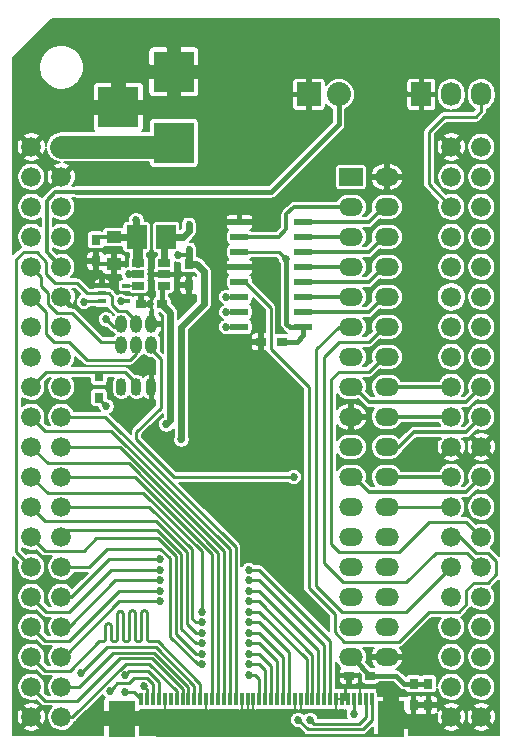
<source format=gbl>
G04 #@! TF.FileFunction,Copper,L2,Bot,Signal*
%FSLAX46Y46*%
G04 Gerber Fmt 4.6, Leading zero omitted, Abs format (unit mm)*
G04 Created by KiCad (PCBNEW Rev-6964-Dev Build) date Fri Sep  2 16:35:00 2016*
%MOMM*%
%LPD*%
G01*
G04 APERTURE LIST*
%ADD10C,0.100000*%
%ADD11C,1.676400*%
%ADD12R,0.300000X1.100000*%
%ADD13R,2.300000X3.100000*%
%ADD14R,0.900000X0.800000*%
%ADD15R,0.800000X0.900000*%
%ADD16R,1.500000X0.600000*%
%ADD17R,1.727200X2.032000*%
%ADD18O,1.727200X2.032000*%
%ADD19R,2.032000X2.032000*%
%ADD20O,2.032000X2.032000*%
%ADD21O,2.000000X1.500000*%
%ADD22R,2.000000X1.500000*%
%ADD23O,0.899160X1.501140*%
%ADD24R,1.060000X0.650000*%
%ADD25R,1.700000X2.000000*%
%ADD26R,0.660400X0.406400*%
%ADD27R,3.500120X3.500120*%
%ADD28R,1.300000X1.000000*%
%ADD29R,0.450000X0.590000*%
%ADD30O,1.000000X1.500000*%
%ADD31C,0.685800*%
%ADD32C,0.254000*%
%ADD33C,0.406400*%
%ADD34C,0.304800*%
%ADD35C,0.203200*%
%ADD36C,0.152400*%
%ADD37C,0.609600*%
%ADD38C,1.905000*%
%ADD39C,0.812800*%
G04 APERTURE END LIST*
D10*
D11*
X76200000Y-50800000D03*
X78740000Y-50800000D03*
X76200000Y-53340000D03*
X78740000Y-53340000D03*
X76200000Y-55880000D03*
X78740000Y-55880000D03*
X76200000Y-58420000D03*
X78740000Y-58420000D03*
X76200000Y-60960000D03*
X78740000Y-60960000D03*
X76200000Y-63500000D03*
X78740000Y-63500000D03*
X76200000Y-66040000D03*
X78740000Y-66040000D03*
X76200000Y-68580000D03*
X78740000Y-68580000D03*
X76200000Y-71120000D03*
X78740000Y-71120000D03*
X76200000Y-73660000D03*
X78740000Y-73660000D03*
X76200000Y-76200000D03*
X78740000Y-76200000D03*
X76200000Y-78740000D03*
X78740000Y-78740000D03*
X76200000Y-81280000D03*
X78740000Y-81280000D03*
X76200000Y-83820000D03*
X78740000Y-83820000D03*
X76200000Y-86360000D03*
X78740000Y-86360000D03*
X76200000Y-88900000D03*
X78740000Y-88900000D03*
X76200000Y-91440000D03*
X78740000Y-91440000D03*
X76200000Y-93980000D03*
X78740000Y-93980000D03*
X76200000Y-96520000D03*
X78740000Y-96520000D03*
X76200000Y-99060000D03*
X78740000Y-99060000D03*
X111760000Y-50800000D03*
X114300000Y-50800000D03*
X111760000Y-53340000D03*
X114300000Y-53340000D03*
X111760000Y-55880000D03*
X114300000Y-55880000D03*
X111760000Y-58420000D03*
X114300000Y-58420000D03*
X111760000Y-60960000D03*
X114300000Y-60960000D03*
X111760000Y-63500000D03*
X114300000Y-63500000D03*
X111760000Y-66040000D03*
X114300000Y-66040000D03*
X111760000Y-68580000D03*
X114300000Y-68580000D03*
X111760000Y-71120000D03*
X114300000Y-71120000D03*
X111760000Y-73660000D03*
X114300000Y-73660000D03*
X111760000Y-76200000D03*
X114300000Y-76200000D03*
X111760000Y-78740000D03*
X114300000Y-78740000D03*
X111760000Y-81280000D03*
X114300000Y-81280000D03*
X111760000Y-83820000D03*
X114300000Y-83820000D03*
X111760000Y-86360000D03*
X114300000Y-86360000D03*
X111760000Y-88900000D03*
X114300000Y-88900000D03*
X111760000Y-91440000D03*
X114300000Y-91440000D03*
X111760000Y-93980000D03*
X114300000Y-93980000D03*
X111760000Y-96520000D03*
X114300000Y-96520000D03*
X111760000Y-99060000D03*
X114300000Y-99060000D03*
D12*
X105000000Y-97560000D03*
X104500000Y-97560000D03*
X104000000Y-97560000D03*
X103500000Y-97560000D03*
X103000000Y-97560000D03*
X102500000Y-97560000D03*
X102000000Y-97560000D03*
X101500000Y-97560000D03*
X101000000Y-97560000D03*
X100500000Y-97560000D03*
X100000000Y-97560000D03*
X99500000Y-97560000D03*
X99000000Y-97560000D03*
X98500000Y-97560000D03*
X98000000Y-97560000D03*
X97500000Y-97560000D03*
X97000000Y-97560000D03*
X96500000Y-97560000D03*
X96000000Y-97560000D03*
X95500000Y-97560000D03*
X95000000Y-97560000D03*
X94500000Y-97560000D03*
X94000000Y-97560000D03*
X93500000Y-97560000D03*
X93000000Y-97560000D03*
X92500000Y-97560000D03*
X92000000Y-97560000D03*
X91500000Y-97560000D03*
X91000000Y-97560000D03*
X90500000Y-97560000D03*
X90000000Y-97560000D03*
X89500000Y-97560000D03*
X89000000Y-97560000D03*
X88500000Y-97560000D03*
X88000000Y-97560000D03*
X87500000Y-97560000D03*
X87000000Y-97560000D03*
X86500000Y-97560000D03*
X86000000Y-97560000D03*
X85500000Y-97560000D03*
D13*
X83850000Y-99210000D03*
X106650000Y-99210000D03*
D14*
X97420000Y-67310000D03*
X95620000Y-67310000D03*
X104900000Y-95560000D03*
X103100000Y-95560000D03*
D15*
X108560000Y-96255000D03*
X108560000Y-98055000D03*
X109810000Y-96255000D03*
X109810000Y-98055000D03*
D16*
X93820000Y-66040000D03*
X93820000Y-64770000D03*
X93820000Y-63500000D03*
X93820000Y-62230000D03*
X93820000Y-60960000D03*
X93820000Y-59690000D03*
X93820000Y-58420000D03*
X93820000Y-57150000D03*
X99220000Y-57150000D03*
X99220000Y-58420000D03*
X99220000Y-59690000D03*
X99220000Y-60960000D03*
X99220000Y-62230000D03*
X99220000Y-63500000D03*
X99220000Y-64770000D03*
X99220000Y-66040000D03*
D17*
X109220000Y-46355000D03*
D18*
X111760000Y-46355000D03*
X114300000Y-46355000D03*
D19*
X99695000Y-46355000D03*
D20*
X102235000Y-46355000D03*
D21*
X106295000Y-93980000D03*
X103255000Y-93980000D03*
X103255000Y-91440000D03*
X106295000Y-91440000D03*
X103255000Y-86360000D03*
X106295000Y-86360000D03*
X106295000Y-88900000D03*
X103255000Y-88900000D03*
X103255000Y-83820000D03*
X106295000Y-83820000D03*
X106295000Y-81280000D03*
X103255000Y-81280000D03*
X103255000Y-78740000D03*
X106295000Y-78740000D03*
X106295000Y-76200000D03*
X103255000Y-76200000D03*
X103255000Y-73660000D03*
X106295000Y-73660000D03*
X106295000Y-71120000D03*
X103255000Y-71120000D03*
X103255000Y-68580000D03*
X106295000Y-68580000D03*
X106295000Y-66040000D03*
X103255000Y-66040000D03*
X103255000Y-63500000D03*
X106295000Y-63500000D03*
X106295000Y-60960000D03*
X103255000Y-60960000D03*
D22*
X103255000Y-53340000D03*
D21*
X106295000Y-53340000D03*
X103255000Y-55880000D03*
X106295000Y-55880000D03*
X103255000Y-58420000D03*
X106295000Y-58420000D03*
D15*
X81661000Y-58663000D03*
X81661000Y-60463000D03*
D23*
X85090000Y-71120000D03*
X83820000Y-71120000D03*
X86360000Y-71120000D03*
D24*
X87460000Y-60645000D03*
X87460000Y-61595000D03*
X87460000Y-62545000D03*
X85260000Y-62545000D03*
X85260000Y-60645000D03*
X85260000Y-61595000D03*
D25*
X85110000Y-58420000D03*
X87610000Y-58420000D03*
D14*
X87260000Y-64135000D03*
X85460000Y-64135000D03*
D15*
X81915000Y-72020000D03*
X81915000Y-70220000D03*
D26*
X82169000Y-63865800D03*
X82169000Y-62545000D03*
X82169000Y-63205400D03*
X84201000Y-62545000D03*
X84201000Y-63865800D03*
D27*
X88265000Y-50449480D03*
X88265000Y-44450000D03*
X83566000Y-47449740D03*
D28*
X83185000Y-58420000D03*
X83185000Y-60720000D03*
D15*
X89535000Y-60695000D03*
X89535000Y-62495000D03*
D29*
X89535000Y-59475000D03*
X89535000Y-57365000D03*
D30*
X83820000Y-67560000D03*
X83820000Y-65790000D03*
X85090000Y-67560000D03*
X85090000Y-65790000D03*
X86360000Y-67560000D03*
X86360000Y-65790000D03*
D31*
X83820000Y-63881000D03*
X82550000Y-65405000D03*
X82550000Y-72771000D03*
X103500000Y-98810000D03*
X97790000Y-60325000D03*
X89535000Y-61691102D03*
X86263898Y-64135000D03*
X94742000Y-67310000D03*
X86360000Y-61595000D03*
X83185000Y-59690000D03*
X95250000Y-57150000D03*
X88900000Y-75565000D03*
X88646000Y-59944000D03*
X99822000Y-99314000D03*
X84455000Y-61595000D03*
X84151103Y-95524745D03*
X85721161Y-96468543D03*
X82848509Y-96827338D03*
X84129521Y-96945030D03*
X80668274Y-63915293D03*
X87058500Y-86614000D03*
X94615000Y-87503000D03*
X87058500Y-85725000D03*
X94615000Y-86614000D03*
X87058500Y-88392000D03*
X94615000Y-89281000D03*
X87058500Y-87503000D03*
X94615000Y-88392000D03*
X90614500Y-90170000D03*
X94615000Y-91059000D03*
X87058500Y-89281000D03*
X94615000Y-90170000D03*
X90614500Y-91948000D03*
X94615000Y-92837000D03*
X90614500Y-91059000D03*
X94615000Y-91948000D03*
X90614500Y-93726000D03*
X94615000Y-94615000D03*
X90614500Y-92837000D03*
X94615000Y-93726000D03*
X90614500Y-94615000D03*
X94615000Y-95504000D03*
X92710000Y-66040000D03*
X92714048Y-64772757D03*
X92710000Y-63500000D03*
X87630000Y-74295000D03*
X98806000Y-99314000D03*
X98425000Y-78740000D03*
X80391000Y-95377000D03*
X85090000Y-57023000D03*
D32*
X81915000Y-72020000D02*
X81915000Y-72136000D01*
X81915000Y-72136000D02*
X82550000Y-72771000D01*
X84201000Y-63865800D02*
X83835200Y-63865800D01*
X83835200Y-63865800D02*
X83820000Y-63881000D01*
X83820000Y-66040000D02*
X83185000Y-66040000D01*
X83185000Y-66040000D02*
X82550000Y-65405000D01*
X103500000Y-97560000D02*
X103500000Y-98810000D01*
D33*
X107058600Y-95560000D02*
X104900000Y-95560000D01*
X103505000Y-93980000D02*
X103505000Y-94165000D01*
X103505000Y-94165000D02*
X104900000Y-95560000D01*
X108560000Y-96255000D02*
X107753600Y-96255000D01*
X107753600Y-96255000D02*
X107058600Y-95560000D01*
X109810000Y-96255000D02*
X108560000Y-96255000D01*
X99220000Y-66746400D02*
X99220000Y-66040000D01*
X97790000Y-60325000D02*
X97790000Y-65766400D01*
X97790000Y-65766400D02*
X98063600Y-66040000D01*
X98063600Y-66040000D02*
X99220000Y-66040000D01*
D32*
X95250000Y-59690000D02*
X93820000Y-59690000D01*
D33*
X97420000Y-67310000D02*
X98656400Y-67310000D01*
X98656400Y-67310000D02*
X99220000Y-66746400D01*
D32*
X97155000Y-59690000D02*
X95250000Y-59690000D01*
X97790000Y-60325000D02*
X97155000Y-59690000D01*
X86360000Y-66040000D02*
X86360000Y-64231102D01*
X86360000Y-64231102D02*
X86263898Y-64135000D01*
D34*
X89535000Y-62495000D02*
X89535000Y-61691102D01*
X83185000Y-60720000D02*
X81918000Y-60720000D01*
X81918000Y-60720000D02*
X81661000Y-60463000D01*
X85460000Y-64135000D02*
X86263898Y-64135000D01*
X95620000Y-67310000D02*
X94742000Y-67310000D01*
X87460000Y-61595000D02*
X86360000Y-61595000D01*
X83185000Y-60720000D02*
X83185000Y-59690000D01*
D32*
X86868000Y-100584000D02*
X85494000Y-99210000D01*
X85494000Y-99210000D02*
X83850000Y-99210000D01*
X105676000Y-100584000D02*
X86868000Y-100584000D01*
X106650000Y-99210000D02*
X106650000Y-99610000D01*
X106650000Y-99610000D02*
X105676000Y-100584000D01*
X81396800Y-62357000D02*
X81026000Y-62357000D01*
X82169000Y-62545000D02*
X81584800Y-62545000D01*
X81584800Y-62545000D02*
X81396800Y-62357000D01*
D35*
X106650000Y-99210000D02*
X106650000Y-96710000D01*
X106650000Y-96710000D02*
X106500000Y-96560000D01*
X106500000Y-96560000D02*
X104000000Y-96560000D01*
X104000000Y-96560000D02*
X104000000Y-96810000D01*
X104000000Y-96810000D02*
X104000000Y-97560000D01*
X102000000Y-98560000D02*
X102000000Y-97560000D01*
X99000000Y-98560000D02*
X102000000Y-98560000D01*
X87500000Y-98560000D02*
X91000000Y-98560000D01*
X91000000Y-98560000D02*
X94000000Y-98560000D01*
X91000000Y-97560000D02*
X91000000Y-98560000D01*
X94000000Y-98560000D02*
X94500000Y-98560000D01*
X94000000Y-97560000D02*
X94000000Y-98560000D01*
X94500000Y-98560000D02*
X95000000Y-98560000D01*
X94500000Y-97560000D02*
X94500000Y-98560000D01*
X95000000Y-98560000D02*
X98500000Y-98560000D01*
X95000000Y-97560000D02*
X95000000Y-98560000D01*
X98500000Y-97560000D02*
X98500000Y-98560000D01*
X98500000Y-98560000D02*
X99000000Y-98560000D01*
X87500000Y-97560000D02*
X87500000Y-98560000D01*
X99000000Y-98560000D02*
X99000000Y-97560000D01*
D36*
X102000000Y-97560000D02*
X102500000Y-97560000D01*
D34*
X93820000Y-57150000D02*
X95250000Y-57150000D01*
D32*
X103000000Y-97560000D02*
X102750000Y-97560000D01*
X102750000Y-97560000D02*
X102500000Y-97560000D01*
X103100000Y-95560000D02*
X103100000Y-96214000D01*
X103100000Y-96214000D02*
X102750000Y-96564000D01*
X102750000Y-96564000D02*
X102750000Y-97560000D01*
D37*
X88900000Y-75565000D02*
X88900000Y-66040000D01*
X88900000Y-66040000D02*
X90805000Y-64135000D01*
X90805000Y-64135000D02*
X90805000Y-61332893D01*
X90805000Y-61332893D02*
X90167107Y-60695000D01*
X90167107Y-60695000D02*
X89535000Y-60695000D01*
X89535000Y-60695000D02*
X89535000Y-59944000D01*
X89535000Y-59944000D02*
X89535000Y-59475000D01*
D34*
X88646000Y-59944000D02*
X89130933Y-59944000D01*
X89130933Y-59944000D02*
X89535000Y-59944000D01*
D32*
X102580250Y-99640250D02*
X100148250Y-99640250D01*
X100148250Y-99640250D02*
X99822000Y-99314000D01*
D34*
X85260000Y-61595000D02*
X84455000Y-61595000D01*
D32*
X104500000Y-97560000D02*
X104500000Y-99073542D01*
X104500000Y-99073542D02*
X103933292Y-99640250D01*
X103933292Y-99640250D02*
X102580250Y-99640250D01*
D38*
X78740000Y-50800000D02*
X87914480Y-50800000D01*
X87914480Y-50800000D02*
X88265000Y-50449480D01*
D34*
X78243174Y-54610000D02*
X80010000Y-54610000D01*
D33*
X82550000Y-54610000D02*
X80010000Y-54610000D01*
X102235000Y-48895000D02*
X96520000Y-54610000D01*
X96520000Y-54610000D02*
X82550000Y-54610000D01*
X102235000Y-46355000D02*
X102235000Y-48895000D01*
D34*
X77495399Y-55357775D02*
X78243174Y-54610000D01*
X78740000Y-60960000D02*
X77495399Y-59715399D01*
X77495399Y-59715399D02*
X77495399Y-55357775D01*
D32*
X87000000Y-97560000D02*
X87000000Y-96124997D01*
X84494002Y-95181846D02*
X84151103Y-95524745D01*
X86056849Y-95181846D02*
X84494002Y-95181846D01*
X87000000Y-96124997D02*
X86056849Y-95181846D01*
X86000000Y-97560000D02*
X86000000Y-96747382D01*
X86000000Y-96747382D02*
X85721161Y-96468543D01*
X83478000Y-96197847D02*
X83191408Y-96484439D01*
X84474193Y-96197847D02*
X83478000Y-96197847D01*
X86500000Y-96271589D02*
X86023178Y-95794767D01*
X83191408Y-96484439D02*
X82848509Y-96827338D01*
X86500000Y-97560000D02*
X86500000Y-96271589D01*
X84877273Y-95794767D02*
X84474193Y-96197847D01*
X86023178Y-95794767D02*
X84877273Y-95794767D01*
X84885030Y-96945030D02*
X84129521Y-96945030D01*
X85500000Y-97560000D02*
X84885030Y-96945030D01*
X80717767Y-63865800D02*
X80668274Y-63915293D01*
X82169000Y-63865800D02*
X80717767Y-63865800D01*
X76200000Y-88900000D02*
X77470000Y-90170000D01*
X77470000Y-90170000D02*
X79417802Y-90170000D01*
X79417802Y-90170000D02*
X82973802Y-86614000D01*
X82973802Y-86614000D02*
X87058500Y-86614000D01*
X101000000Y-92999000D02*
X101000000Y-93888000D01*
X101000000Y-97560000D02*
X101000000Y-93888000D01*
X101000000Y-92999000D02*
X95504000Y-87503000D01*
X95504000Y-87503000D02*
X94615000Y-87503000D01*
X87058500Y-85725000D02*
X82765604Y-85725000D01*
X82765604Y-85725000D02*
X79590604Y-88900000D01*
X79590604Y-88900000D02*
X78740000Y-88900000D01*
X101500000Y-97560000D02*
X101500000Y-92610000D01*
X101500000Y-92610000D02*
X95504000Y-86614000D01*
X95504000Y-86614000D02*
X94615000Y-86614000D01*
X87058500Y-88392000D02*
X83616338Y-88392000D01*
X83616338Y-88392000D02*
X79399937Y-92608401D01*
X79399937Y-92608401D02*
X77368401Y-92608401D01*
X77368401Y-92608401D02*
X76200000Y-91440000D01*
X100000000Y-93777000D02*
X100000000Y-94666000D01*
X100000000Y-97560000D02*
X100000000Y-94666000D01*
X100000000Y-93777000D02*
X95504000Y-89281000D01*
X95504000Y-89281000D02*
X94615000Y-89281000D01*
X87058500Y-87503000D02*
X83287107Y-87503000D01*
X83287107Y-87503000D02*
X79350107Y-91440000D01*
X79350107Y-91440000D02*
X78740000Y-91440000D01*
X100500000Y-97560000D02*
X100500000Y-93388000D01*
X100500000Y-93388000D02*
X95504000Y-88392000D01*
X95504000Y-88392000D02*
X94615000Y-88392000D01*
X90614500Y-85052461D02*
X90614500Y-90170000D01*
X77571599Y-80111599D02*
X85673638Y-80111599D01*
X76200000Y-78740000D02*
X77571599Y-80111599D01*
X85673638Y-80111599D02*
X90614500Y-85052461D01*
X98000000Y-97560000D02*
X98000000Y-93555000D01*
X98000000Y-93555000D02*
X95504000Y-91059000D01*
X95504000Y-91059000D02*
X94615000Y-91059000D01*
X87058500Y-89281000D02*
X83658925Y-89281000D01*
X78959925Y-93980000D02*
X78740000Y-93980000D01*
X83658925Y-89281000D02*
X78959925Y-93980000D01*
X99500000Y-97560000D02*
X99500000Y-94166000D01*
X95504000Y-90170000D02*
X94615000Y-90170000D01*
X99500000Y-94166000D02*
X95504000Y-90170000D01*
X90129567Y-91948000D02*
X90614500Y-91948000D01*
X89340108Y-91158541D02*
X90129567Y-91948000D01*
X77368401Y-82448401D02*
X86717254Y-82448401D01*
X76200000Y-81280000D02*
X77368401Y-82448401D01*
X86717254Y-82448401D02*
X89340108Y-85071255D01*
X89340108Y-85071255D02*
X89340108Y-91158541D01*
X97000000Y-97560000D02*
X97000000Y-94333000D01*
X97000000Y-94333000D02*
X95504000Y-92837000D01*
X95504000Y-92837000D02*
X94615000Y-92837000D01*
X90129567Y-91059000D02*
X90614500Y-91059000D01*
X89797319Y-90726752D02*
X90129567Y-91059000D01*
X89797319Y-84881873D02*
X89797319Y-90726752D01*
X86195446Y-81280000D02*
X89797319Y-84881873D01*
X78740000Y-81280000D02*
X86195446Y-81280000D01*
X97500000Y-93944000D02*
X97500000Y-94833000D01*
X97500000Y-93944000D02*
X95504000Y-91948000D01*
X95504000Y-91948000D02*
X94615000Y-91948000D01*
X97500000Y-97560000D02*
X97500000Y-94833000D01*
X76200000Y-83820000D02*
X77370458Y-84990458D01*
X77370458Y-84990458D02*
X80648342Y-84990458D01*
X88425686Y-92022119D02*
X90129567Y-93726000D01*
X80648342Y-84990458D02*
X81691223Y-83947577D01*
X86923244Y-83947577D02*
X88425686Y-85450019D01*
X81691223Y-83947577D02*
X86923244Y-83947577D01*
X88425686Y-85450019D02*
X88425686Y-92022119D01*
X90129567Y-93726000D02*
X90614500Y-93726000D01*
X96000000Y-95111000D02*
X96000000Y-96000000D01*
X96000000Y-97560000D02*
X96000000Y-96000000D01*
X96000000Y-95111000D02*
X95504000Y-94615000D01*
X95504000Y-94615000D02*
X94615000Y-94615000D01*
X78740000Y-83820000D02*
X79332710Y-83227290D01*
X79332710Y-83227290D02*
X86849550Y-83227290D01*
X86849550Y-83227290D02*
X88882897Y-85260637D01*
X88882897Y-85260637D02*
X88882897Y-91590330D01*
X88882897Y-91590330D02*
X90129567Y-92837000D01*
X90129567Y-92837000D02*
X90614500Y-92837000D01*
X96500000Y-94722000D02*
X96500000Y-95611000D01*
X96500000Y-94722000D02*
X95504000Y-93726000D01*
X95504000Y-93726000D02*
X94615000Y-93726000D01*
X96500000Y-97560000D02*
X96500000Y-95611000D01*
X90614500Y-94615000D02*
X90291456Y-94615000D01*
X90291456Y-94615000D02*
X87968475Y-92292019D01*
X87968475Y-92292019D02*
X87968475Y-85639401D01*
X87968475Y-85639401D02*
X87130945Y-84801871D01*
X87130945Y-84801871D02*
X82616677Y-84801871D01*
X82616677Y-84801871D02*
X81058548Y-86360000D01*
X81058548Y-86360000D02*
X78740000Y-86360000D01*
X95500000Y-95867000D02*
X95500000Y-96756000D01*
X95500000Y-95867000D02*
X95137000Y-95504000D01*
X95137000Y-95504000D02*
X94615000Y-95504000D01*
X95500000Y-97560000D02*
X95500000Y-96756000D01*
X77038199Y-74498199D02*
X76200000Y-73660000D01*
X93000000Y-84851589D02*
X82976812Y-74828401D01*
X77368401Y-74828401D02*
X77038199Y-74498199D01*
X82976812Y-74828401D02*
X77368401Y-74828401D01*
X93000000Y-97560000D02*
X93000000Y-84851589D01*
X79925393Y-73660000D02*
X78740000Y-73660000D01*
X93500000Y-84704996D02*
X82455004Y-73660000D01*
X93500000Y-97560000D02*
X93500000Y-84704996D01*
X82455004Y-73660000D02*
X79925393Y-73660000D01*
X92000000Y-85144775D02*
X92000000Y-96756000D01*
X92000000Y-96756000D02*
X92000000Y-97560000D01*
X84426824Y-77571599D02*
X92000000Y-85144775D01*
X77571599Y-77571599D02*
X84426824Y-77571599D01*
X76200000Y-76200000D02*
X77571599Y-77571599D01*
X79925393Y-76200000D02*
X78740000Y-76200000D01*
X83701818Y-76200000D02*
X79925393Y-76200000D01*
X92500000Y-84998182D02*
X83701818Y-76200000D01*
X92500000Y-97560000D02*
X92500000Y-84998182D01*
X84042633Y-92601817D02*
X84090793Y-92632078D01*
X83947000Y-92403231D02*
X83953368Y-92459752D01*
X76200000Y-93980000D02*
X77368401Y-95148401D01*
X82429368Y-91328204D02*
X82448153Y-91274518D01*
X77368401Y-95148401D02*
X79476599Y-95148401D01*
X86034414Y-92561598D02*
X86074633Y-92601817D01*
X83636479Y-90087093D02*
X83693000Y-90080724D01*
X83494414Y-90176358D02*
X83534633Y-90136139D01*
X82279206Y-92632078D02*
X82327366Y-92601817D01*
X84765520Y-90037093D02*
X84819206Y-90055878D01*
X82478414Y-91226358D02*
X82518633Y-91186139D01*
X82367585Y-92561598D02*
X82397846Y-92513438D01*
X81967769Y-92657231D02*
X82169000Y-92657231D01*
X79476599Y-95148401D02*
X81967769Y-92657231D01*
X82169000Y-92657231D02*
X82225520Y-92650863D01*
X85445846Y-92513438D02*
X85464631Y-92459752D01*
X82931000Y-91384724D02*
X82931000Y-92403231D01*
X86004153Y-92513438D02*
X86034414Y-92561598D01*
X82225520Y-92650863D02*
X82279206Y-92632078D01*
X83851366Y-90136139D02*
X83891585Y-90176358D01*
X85160479Y-92650863D02*
X85217000Y-92657231D01*
X82397846Y-92513438D02*
X82416631Y-92459752D01*
X82620479Y-91137093D02*
X82677000Y-91130724D01*
X82327366Y-92601817D02*
X82367585Y-92561598D01*
X82875585Y-91226358D02*
X82905846Y-91274518D01*
X86233000Y-92657231D02*
X86892965Y-92657231D01*
X82416631Y-92459752D02*
X82423000Y-92403231D01*
X84598793Y-90055878D02*
X84652479Y-90037093D01*
X84956631Y-90228204D02*
X84963000Y-90284724D01*
X82423000Y-92403231D02*
X82423000Y-91384724D01*
X84969368Y-92459752D02*
X84988153Y-92513438D01*
X85883366Y-90086139D02*
X85923585Y-90126358D01*
X86074633Y-92601817D02*
X86122793Y-92632078D01*
X82423000Y-91384724D02*
X82429368Y-91328204D01*
X83947000Y-90334724D02*
X83947000Y-92403231D01*
X83432631Y-92459752D02*
X83439000Y-92403231D01*
X82956153Y-92513438D02*
X82986414Y-92561598D01*
X85566633Y-90086139D02*
X85614793Y-90055878D01*
X82448153Y-91274518D02*
X82478414Y-91226358D01*
X83749520Y-90087093D02*
X83803206Y-90105878D01*
X83241520Y-92650863D02*
X83295206Y-92632078D01*
X82518633Y-91186139D02*
X82566793Y-91155878D01*
X83972153Y-92513438D02*
X84002414Y-92561598D01*
X83413846Y-92513438D02*
X83432631Y-92459752D01*
X83940631Y-90278204D02*
X83947000Y-90334724D01*
X82566793Y-91155878D02*
X82620479Y-91137093D01*
X85835206Y-90055878D02*
X85883366Y-90086139D01*
X82677000Y-91130724D02*
X82733520Y-91137093D01*
X82733520Y-91137093D02*
X82787206Y-91155878D01*
X82905846Y-91274518D02*
X82924631Y-91328204D01*
X82787206Y-91155878D02*
X82835366Y-91186139D01*
X82924631Y-91328204D02*
X82931000Y-91384724D01*
X83534633Y-90136139D02*
X83582793Y-90105878D01*
X82835366Y-91186139D02*
X82875585Y-91226358D01*
X84399585Y-92561598D02*
X84429846Y-92513438D01*
X83921846Y-90224518D02*
X83940631Y-90278204D01*
X82931000Y-92403231D02*
X82937368Y-92459752D01*
X83445368Y-90278204D02*
X83464153Y-90224518D01*
X82986414Y-92561598D02*
X83026633Y-92601817D01*
X82937368Y-92459752D02*
X82956153Y-92513438D01*
X83383585Y-92561598D02*
X83413846Y-92513438D01*
X83026633Y-92601817D02*
X83074793Y-92632078D01*
X84480153Y-90174518D02*
X84510414Y-90126358D01*
X83074793Y-92632078D02*
X83128479Y-92650863D01*
X83128479Y-92650863D02*
X83185000Y-92657231D01*
X83185000Y-92657231D02*
X83241520Y-92650863D01*
X85725000Y-90030724D02*
X85781520Y-90037093D01*
X83803206Y-90105878D02*
X83851366Y-90136139D01*
X83295206Y-92632078D02*
X83343366Y-92601817D01*
X84907585Y-90126358D02*
X84937846Y-90174518D01*
X83343366Y-92601817D02*
X83383585Y-92561598D01*
X84510414Y-90126358D02*
X84550633Y-90086139D01*
X83693000Y-90080724D02*
X83749520Y-90087093D01*
X83464153Y-90224518D02*
X83494414Y-90176358D01*
X83439000Y-92403231D02*
X83439000Y-90334724D01*
X83439000Y-90334724D02*
X83445368Y-90278204D01*
X83582793Y-90105878D02*
X83636479Y-90087093D01*
X85923585Y-90126358D02*
X85953846Y-90174518D01*
X90500000Y-96264266D02*
X90500000Y-97560000D01*
X83891585Y-90176358D02*
X83921846Y-90224518D01*
X85668479Y-90037093D02*
X85725000Y-90030724D01*
X83953368Y-92459752D02*
X83972153Y-92513438D01*
X84002414Y-92561598D02*
X84042633Y-92601817D01*
X86176479Y-92650863D02*
X86233000Y-92657231D01*
X84090793Y-92632078D02*
X84144479Y-92650863D01*
X84144479Y-92650863D02*
X84201000Y-92657231D01*
X84201000Y-92657231D02*
X84257520Y-92650863D01*
X84257520Y-92650863D02*
X84311206Y-92632078D01*
X84448631Y-92459752D02*
X84455000Y-92403231D01*
X85415585Y-92561598D02*
X85445846Y-92513438D01*
X84311206Y-92632078D02*
X84359366Y-92601817D01*
X85106793Y-92632078D02*
X85160479Y-92650863D01*
X84359366Y-92601817D02*
X84399585Y-92561598D01*
X86122793Y-92632078D02*
X86176479Y-92650863D01*
X84429846Y-92513438D02*
X84448631Y-92459752D01*
X84455000Y-92403231D02*
X84455000Y-90284724D01*
X84455000Y-90284724D02*
X84461368Y-90228204D01*
X85018414Y-92561598D02*
X85058633Y-92601817D01*
X84461368Y-90228204D02*
X84480153Y-90174518D01*
X84550633Y-90086139D02*
X84598793Y-90055878D01*
X84652479Y-90037093D02*
X84709000Y-90030724D01*
X85953846Y-90174518D02*
X85972631Y-90228204D01*
X84709000Y-90030724D02*
X84765520Y-90037093D01*
X85614793Y-90055878D02*
X85668479Y-90037093D01*
X84819206Y-90055878D02*
X84867366Y-90086139D01*
X84988153Y-92513438D02*
X85018414Y-92561598D01*
X84867366Y-90086139D02*
X84907585Y-90126358D01*
X84937846Y-90174518D02*
X84956631Y-90228204D01*
X84963000Y-90284724D02*
X84963000Y-92403231D01*
X84963000Y-92403231D02*
X84969368Y-92459752D01*
X85058633Y-92601817D02*
X85106793Y-92632078D01*
X85217000Y-92657231D02*
X85273520Y-92650863D01*
X85273520Y-92650863D02*
X85327206Y-92632078D01*
X85327206Y-92632078D02*
X85375366Y-92601817D01*
X85375366Y-92601817D02*
X85415585Y-92561598D01*
X85464631Y-92459752D02*
X85471000Y-92403231D01*
X85471000Y-92403231D02*
X85471000Y-90284724D01*
X85471000Y-90284724D02*
X85477368Y-90228204D01*
X85477368Y-90228204D02*
X85496153Y-90174518D01*
X85496153Y-90174518D02*
X85526414Y-90126358D01*
X85526414Y-90126358D02*
X85566633Y-90086139D01*
X85781520Y-90037093D02*
X85835206Y-90055878D01*
X85972631Y-90228204D02*
X85979000Y-90284724D01*
X85979000Y-90284724D02*
X85979000Y-92403231D01*
X85979000Y-92403231D02*
X85985368Y-92459752D01*
X85985368Y-92459752D02*
X86004153Y-92513438D01*
X86892965Y-92657231D02*
X90500000Y-96264266D01*
X90500000Y-97069317D02*
X90500000Y-97560000D01*
X91500000Y-96756000D02*
X91500000Y-97560000D01*
X91500000Y-85291368D02*
X91500000Y-96756000D01*
X84948632Y-78740000D02*
X91500000Y-85291368D01*
X78740000Y-78740000D02*
X84948632Y-78740000D01*
X89000000Y-97560000D02*
X89000000Y-96704042D01*
X80104169Y-97688401D02*
X77368401Y-97688401D01*
X89000000Y-96704042D02*
X86389645Y-94093687D01*
X86389645Y-94093687D02*
X83698883Y-94093687D01*
X83698883Y-94093687D02*
X80104169Y-97688401D01*
X77368401Y-97688401D02*
X77038199Y-97358199D01*
X77038199Y-97358199D02*
X76200000Y-96520000D01*
X89500000Y-96557450D02*
X89500000Y-96756000D01*
X89500000Y-96756000D02*
X89500000Y-97560000D01*
X86579026Y-93636476D02*
X89500000Y-96557450D01*
X78740000Y-96520000D02*
X80244190Y-96520000D01*
X83127714Y-93636476D02*
X86579026Y-93636476D01*
X80244190Y-96520000D02*
X83127714Y-93636476D01*
X86200264Y-94550898D02*
X84173027Y-94550898D01*
X88500000Y-97560000D02*
X88500000Y-96850634D01*
X79663925Y-99060000D02*
X78740000Y-99060000D01*
X88500000Y-96850634D02*
X86200264Y-94550898D01*
X84173027Y-94550898D02*
X79663925Y-99060000D01*
X109855000Y-49530000D02*
X111125000Y-48260000D01*
X109855000Y-53975000D02*
X109855000Y-49530000D01*
X111760000Y-55880000D02*
X109855000Y-53975000D01*
X113817400Y-48260000D02*
X114300000Y-47777400D01*
X111125000Y-48260000D02*
X113817400Y-48260000D01*
X114300000Y-47777400D02*
X114300000Y-46355000D01*
X92710000Y-66040000D02*
X93820000Y-66040000D01*
X93820000Y-66040000D02*
X92816000Y-66040000D01*
X92716805Y-64770000D02*
X92714048Y-64772757D01*
X93820000Y-64770000D02*
X92716805Y-64770000D01*
X92710000Y-63500000D02*
X93820000Y-63500000D01*
D34*
X104775000Y-72390000D02*
X113030000Y-72390000D01*
X113030000Y-72390000D02*
X114300000Y-71120000D01*
X103505000Y-71120000D02*
X104775000Y-72390000D01*
X106045000Y-73660000D02*
X111760000Y-73660000D01*
X108585000Y-74930000D02*
X113030000Y-74930000D01*
X113030000Y-74930000D02*
X114300000Y-73660000D01*
X107315000Y-76200000D02*
X108585000Y-74930000D01*
X106045000Y-76200000D02*
X107315000Y-76200000D01*
D32*
X111760000Y-81280000D02*
X106045000Y-81280000D01*
X111760000Y-83820000D02*
X112495582Y-83820000D01*
X114884201Y-87680799D02*
X113672108Y-87680799D01*
X115570000Y-86995000D02*
X114884201Y-87680799D01*
X115570000Y-85825582D02*
X115570000Y-86995000D01*
X113816381Y-85140799D02*
X114885217Y-85140799D01*
X112495582Y-83820000D02*
X113816381Y-85140799D01*
X114885217Y-85140799D02*
X115570000Y-85825582D01*
X113028010Y-88324897D02*
X113028010Y-89526190D01*
X113672108Y-87680799D02*
X113028010Y-88324897D01*
X112384200Y-90170000D02*
X109855000Y-90170000D01*
X113028010Y-89526190D02*
X112384200Y-90170000D01*
X109855000Y-90170000D02*
X107315000Y-92710000D01*
X102675511Y-92710000D02*
X101873990Y-91908479D01*
X107315000Y-92710000D02*
X102675511Y-92710000D01*
X101873990Y-90332131D02*
X99695000Y-88153141D01*
X101873990Y-91908479D02*
X101873990Y-90332131D01*
X99695000Y-88153141D02*
X99695000Y-71120000D01*
X99695000Y-71120000D02*
X96451001Y-67876001D01*
X94270000Y-62230000D02*
X93820000Y-62230000D01*
X96451001Y-67876001D02*
X96451001Y-64411001D01*
X96451001Y-64411001D02*
X94270000Y-62230000D01*
X104775000Y-69850000D02*
X106045000Y-68580000D01*
X102235000Y-69850000D02*
X104775000Y-69850000D01*
X113030000Y-82550000D02*
X109855000Y-82550000D01*
X101600000Y-84455000D02*
X101600000Y-70485000D01*
X109855000Y-82550000D02*
X107315000Y-85090000D01*
X107315000Y-85090000D02*
X102235000Y-85090000D01*
X102235000Y-85090000D02*
X101600000Y-84455000D01*
X101600000Y-70485000D02*
X102235000Y-69850000D01*
X114300000Y-83820000D02*
X113030000Y-82550000D01*
X111760000Y-86360000D02*
X107950000Y-90170000D01*
X107950000Y-90170000D02*
X102528184Y-90170000D01*
X102528184Y-90170000D02*
X100330000Y-87971816D01*
X100330000Y-87971816D02*
X100330000Y-67945000D01*
X100330000Y-67945000D02*
X102235000Y-66040000D01*
X102235000Y-66040000D02*
X103505000Y-66040000D01*
X104775000Y-67310000D02*
X106045000Y-66040000D01*
X102235000Y-67310000D02*
X104775000Y-67310000D01*
X113080799Y-85140799D02*
X110439201Y-85140799D01*
X110439201Y-85140799D02*
X107950000Y-87630000D01*
X102588973Y-87630000D02*
X100965000Y-86006027D01*
X107950000Y-87630000D02*
X102588973Y-87630000D01*
X100965000Y-86006027D02*
X100965000Y-68580000D01*
X100965000Y-68580000D02*
X102235000Y-67310000D01*
X114300000Y-86360000D02*
X113080799Y-85140799D01*
D37*
X89535000Y-57954600D02*
X89535000Y-57365000D01*
X87610000Y-58420000D02*
X89069600Y-58420000D01*
X89069600Y-58420000D02*
X89535000Y-57954600D01*
X87460000Y-60645000D02*
X87460000Y-58570000D01*
X87460000Y-58570000D02*
X87610000Y-58420000D01*
D34*
X97790000Y-57785000D02*
X97155000Y-58420000D01*
X97155000Y-58420000D02*
X93820000Y-58420000D01*
X97790000Y-56515000D02*
X97790000Y-57785000D01*
X98425000Y-55880000D02*
X97790000Y-56515000D01*
X103505000Y-55880000D02*
X98425000Y-55880000D01*
X99220000Y-57150000D02*
X104775000Y-57150000D01*
X104775000Y-57150000D02*
X106045000Y-55880000D01*
X99220000Y-58420000D02*
X103505000Y-58420000D01*
X99220000Y-59690000D02*
X104775000Y-59690000D01*
X104775000Y-59690000D02*
X106045000Y-58420000D01*
X99220000Y-60960000D02*
X103505000Y-60960000D01*
X99220000Y-62230000D02*
X104775000Y-62230000D01*
X104775000Y-62230000D02*
X106045000Y-60960000D01*
X99220000Y-63500000D02*
X103505000Y-63500000D01*
X99220000Y-64770000D02*
X104775000Y-64770000D01*
X104775000Y-64770000D02*
X106045000Y-63500000D01*
D37*
X87972899Y-64847899D02*
X87260000Y-64135000D01*
X87972899Y-73952101D02*
X87972899Y-64847899D01*
X87630000Y-74295000D02*
X87972899Y-73952101D01*
D32*
X102042789Y-100102789D02*
X99594789Y-100102789D01*
X99594789Y-100102789D02*
X98806000Y-99314000D01*
D33*
X87260000Y-64135000D02*
X87260000Y-62745000D01*
X87260000Y-62745000D02*
X87460000Y-62545000D01*
D32*
X104250361Y-100102789D02*
X102042789Y-100102789D01*
X105000000Y-99353150D02*
X104250361Y-100102789D01*
X105000000Y-97560000D02*
X105000000Y-99353150D01*
D34*
X106045000Y-78740000D02*
X111760000Y-78740000D01*
D32*
X88265000Y-78740000D02*
X98425000Y-78740000D01*
X85725000Y-76200000D02*
X88265000Y-78740000D01*
X85090000Y-75565000D02*
X85725000Y-76200000D01*
X85090000Y-74930000D02*
X85090000Y-75565000D01*
X87139790Y-72880210D02*
X85090000Y-74930000D01*
X86360000Y-67945000D02*
X87139790Y-68724790D01*
X87139790Y-68724790D02*
X87139790Y-72880210D01*
X86360000Y-67310000D02*
X86360000Y-67945000D01*
D34*
X104775000Y-80010000D02*
X113030000Y-80010000D01*
X113030000Y-80010000D02*
X114300000Y-78740000D01*
X103505000Y-78740000D02*
X104775000Y-80010000D01*
X106045000Y-71120000D02*
X111760000Y-71120000D01*
D35*
X84201000Y-62545000D02*
X85260000Y-62545000D01*
D32*
X76200000Y-86360000D02*
X74930000Y-85090000D01*
X81584800Y-63205400D02*
X82169000Y-63205400D01*
X74930000Y-85090000D02*
X74930000Y-60325000D01*
X74930000Y-60325000D02*
X75565000Y-59690000D01*
X77470000Y-60500766D02*
X77470000Y-61595000D01*
X75565000Y-59690000D02*
X76659234Y-59690000D01*
X80952648Y-63205400D02*
X81584800Y-63205400D01*
X76659234Y-59690000D02*
X77470000Y-60500766D01*
X77470000Y-61595000D02*
X78206599Y-62331599D01*
X80078847Y-62331599D02*
X80952648Y-63205400D01*
X78206599Y-62331599D02*
X80078847Y-62331599D01*
X82169000Y-63205400D02*
X82753200Y-63205400D01*
X82753200Y-63205400D02*
X83050393Y-63502593D01*
X83050393Y-63502593D02*
X83050393Y-64207143D01*
X83050393Y-64207143D02*
X83502240Y-64658990D01*
X83502240Y-64658990D02*
X84184926Y-64658990D01*
X85090000Y-65564064D02*
X85090000Y-66040000D01*
X84184926Y-64658990D02*
X85090000Y-65564064D01*
X86768407Y-93179265D02*
X82588735Y-93179265D01*
X82588735Y-93179265D02*
X80733899Y-95034101D01*
X90000000Y-96410858D02*
X86768407Y-93179265D01*
X80733899Y-95034101D02*
X80391000Y-95377000D01*
X90000000Y-97560000D02*
X90000000Y-96410858D01*
D34*
X83185000Y-58420000D02*
X81904000Y-58420000D01*
X81904000Y-58420000D02*
X81661000Y-58663000D01*
D37*
X85090000Y-57023000D02*
X85090000Y-58400000D01*
X85090000Y-58400000D02*
X85110000Y-58420000D01*
D39*
X85260000Y-60645000D02*
X85260000Y-58570000D01*
D37*
X83185000Y-58420000D02*
X85110000Y-58420000D01*
X85260000Y-58570000D02*
X85110000Y-58420000D01*
D32*
X83820000Y-67310000D02*
X82070350Y-67310000D01*
X82070350Y-67310000D02*
X79631949Y-64871599D01*
X78382365Y-64871599D02*
X77571599Y-64060833D01*
X79631949Y-64871599D02*
X78382365Y-64871599D01*
X77571599Y-64060833D02*
X77571599Y-63142365D01*
X77038199Y-62608965D02*
X77038199Y-61798199D01*
X77571599Y-63142365D02*
X77038199Y-62608965D01*
X77038199Y-61798199D02*
X76200000Y-60960000D01*
X85090000Y-67310000D02*
X85090000Y-68311775D01*
X84572456Y-68829319D02*
X80895282Y-68829319D01*
X85090000Y-68311775D02*
X84572456Y-68829319D01*
X77470000Y-66675000D02*
X77470000Y-64770000D01*
X80895282Y-68829319D02*
X79382679Y-67316716D01*
X79382679Y-67316716D02*
X78111716Y-67316716D01*
X78111716Y-67316716D02*
X77470000Y-66675000D01*
X77470000Y-64770000D02*
X76200000Y-63500000D01*
X77470000Y-69850000D02*
X81915000Y-69850000D01*
X81915000Y-69850000D02*
X84120990Y-69850000D01*
X81915000Y-70220000D02*
X81915000Y-69850000D01*
X76200000Y-71120000D02*
X77470000Y-69850000D01*
X84120990Y-69850000D02*
X85090000Y-70819010D01*
X85090000Y-70819010D02*
X85090000Y-71120000D01*
D35*
G36*
X75422531Y-84733523D02*
X75614775Y-84867136D01*
X75829311Y-84960865D01*
X76057965Y-85011138D01*
X76292030Y-85016041D01*
X76522590Y-84975387D01*
X76630883Y-84933383D01*
X77029209Y-85331708D01*
X77063609Y-85359964D01*
X77097805Y-85388658D01*
X77100031Y-85389882D01*
X77101990Y-85391491D01*
X77141267Y-85412551D01*
X77180342Y-85434033D01*
X77182760Y-85434800D01*
X77184998Y-85436000D01*
X77227646Y-85449039D01*
X77270120Y-85462512D01*
X77272641Y-85462795D01*
X77275069Y-85463537D01*
X77319424Y-85468042D01*
X77363720Y-85473011D01*
X77368680Y-85473046D01*
X77368773Y-85473055D01*
X77368859Y-85473047D01*
X77370458Y-85473058D01*
X77939393Y-85473058D01*
X77821071Y-85588927D01*
X77688804Y-85782100D01*
X77596575Y-85997284D01*
X77547900Y-86226285D01*
X77544631Y-86460378D01*
X77586894Y-86690648D01*
X77673077Y-86908324D01*
X77799900Y-87105114D01*
X77962531Y-87273523D01*
X78154775Y-87407136D01*
X78369311Y-87500865D01*
X78597965Y-87551138D01*
X78832030Y-87556041D01*
X79062590Y-87515387D01*
X79280862Y-87430725D01*
X79478533Y-87305279D01*
X79648073Y-87143828D01*
X79783025Y-86952521D01*
X79831965Y-86842600D01*
X80965504Y-86842600D01*
X79667944Y-88140160D01*
X79504639Y-87975711D01*
X79310547Y-87844795D01*
X79094724Y-87754071D01*
X78865390Y-87706995D01*
X78631279Y-87705361D01*
X78401310Y-87749230D01*
X78184241Y-87836931D01*
X77988341Y-87965125D01*
X77821071Y-88128927D01*
X77688804Y-88322100D01*
X77596575Y-88537284D01*
X77547900Y-88766285D01*
X77544631Y-89000378D01*
X77586894Y-89230648D01*
X77673077Y-89448324D01*
X77799900Y-89645114D01*
X77840735Y-89687400D01*
X77669900Y-89687400D01*
X77314496Y-89331996D01*
X77338249Y-89278645D01*
X77390117Y-89050347D01*
X77393851Y-88782942D01*
X77348377Y-88553284D01*
X77259163Y-88336833D01*
X77129605Y-88141833D01*
X76964639Y-87975711D01*
X76770547Y-87844795D01*
X76554724Y-87754071D01*
X76325390Y-87706995D01*
X76091279Y-87705361D01*
X75861310Y-87749230D01*
X75644241Y-87836931D01*
X75448341Y-87965125D01*
X75281071Y-88128927D01*
X75148804Y-88322100D01*
X75056575Y-88537284D01*
X75007900Y-88766285D01*
X75004631Y-89000378D01*
X75046894Y-89230648D01*
X75133077Y-89448324D01*
X75259900Y-89645114D01*
X75422531Y-89813523D01*
X75614775Y-89947136D01*
X75829311Y-90040865D01*
X76057965Y-90091138D01*
X76292030Y-90096041D01*
X76522590Y-90055387D01*
X76630883Y-90013383D01*
X77128750Y-90511250D01*
X77163197Y-90539545D01*
X77197347Y-90568200D01*
X77199570Y-90569422D01*
X77201531Y-90571033D01*
X77240813Y-90592096D01*
X77279884Y-90613575D01*
X77282304Y-90614343D01*
X77284539Y-90615541D01*
X77327169Y-90628575D01*
X77369662Y-90642054D01*
X77372182Y-90642337D01*
X77374610Y-90643079D01*
X77418971Y-90647585D01*
X77463262Y-90652553D01*
X77468222Y-90652588D01*
X77468315Y-90652597D01*
X77468401Y-90652589D01*
X77470000Y-90652600D01*
X77837744Y-90652600D01*
X77821071Y-90668927D01*
X77688804Y-90862100D01*
X77596575Y-91077284D01*
X77547900Y-91306285D01*
X77544631Y-91540378D01*
X77586894Y-91770648D01*
X77673077Y-91988324D01*
X77761675Y-92125801D01*
X77568300Y-92125801D01*
X77314495Y-91871996D01*
X77338249Y-91818645D01*
X77390117Y-91590347D01*
X77393851Y-91322942D01*
X77348377Y-91093284D01*
X77259163Y-90876833D01*
X77129605Y-90681833D01*
X76964639Y-90515711D01*
X76770547Y-90384795D01*
X76554724Y-90294071D01*
X76325390Y-90246995D01*
X76091279Y-90245361D01*
X75861310Y-90289230D01*
X75644241Y-90376931D01*
X75448341Y-90505125D01*
X75281071Y-90668927D01*
X75148804Y-90862100D01*
X75056575Y-91077284D01*
X75007900Y-91306285D01*
X75004631Y-91540378D01*
X75046894Y-91770648D01*
X75133077Y-91988324D01*
X75259900Y-92185114D01*
X75422531Y-92353523D01*
X75614775Y-92487136D01*
X75829311Y-92580865D01*
X76057965Y-92631138D01*
X76292030Y-92636041D01*
X76522590Y-92595387D01*
X76630883Y-92553383D01*
X77027152Y-92949651D01*
X77061552Y-92977907D01*
X77095748Y-93006601D01*
X77097974Y-93007825D01*
X77099933Y-93009434D01*
X77139210Y-93030494D01*
X77178285Y-93051976D01*
X77180703Y-93052743D01*
X77182941Y-93053943D01*
X77225631Y-93066995D01*
X77268063Y-93080455D01*
X77270579Y-93080737D01*
X77273012Y-93081481D01*
X77317416Y-93085991D01*
X77361663Y-93090954D01*
X77366623Y-93090989D01*
X77366716Y-93090998D01*
X77366802Y-93090990D01*
X77368401Y-93091001D01*
X77941494Y-93091001D01*
X77821071Y-93208927D01*
X77688804Y-93402100D01*
X77596575Y-93617284D01*
X77547900Y-93846285D01*
X77544631Y-94080378D01*
X77586894Y-94310648D01*
X77673077Y-94528324D01*
X77761675Y-94665801D01*
X77568300Y-94665801D01*
X77314495Y-94411996D01*
X77338249Y-94358645D01*
X77390117Y-94130347D01*
X77393851Y-93862942D01*
X77348377Y-93633284D01*
X77259163Y-93416833D01*
X77129605Y-93221833D01*
X76964639Y-93055711D01*
X76770547Y-92924795D01*
X76554724Y-92834071D01*
X76325390Y-92786995D01*
X76091279Y-92785361D01*
X75861310Y-92829230D01*
X75644241Y-92916931D01*
X75448341Y-93045125D01*
X75281071Y-93208927D01*
X75148804Y-93402100D01*
X75056575Y-93617284D01*
X75007900Y-93846285D01*
X75004631Y-94080378D01*
X75046894Y-94310648D01*
X75133077Y-94528324D01*
X75259900Y-94725114D01*
X75422531Y-94893523D01*
X75614775Y-95027136D01*
X75829311Y-95120865D01*
X76057965Y-95171138D01*
X76292030Y-95176041D01*
X76522590Y-95135387D01*
X76630883Y-95093383D01*
X77027152Y-95489651D01*
X77061552Y-95517907D01*
X77095748Y-95546601D01*
X77097974Y-95547825D01*
X77099933Y-95549434D01*
X77139210Y-95570494D01*
X77178285Y-95591976D01*
X77180703Y-95592743D01*
X77182941Y-95593943D01*
X77225631Y-95606995D01*
X77268063Y-95620455D01*
X77270579Y-95620737D01*
X77273012Y-95621481D01*
X77317416Y-95625991D01*
X77361663Y-95630954D01*
X77366623Y-95630989D01*
X77366716Y-95630998D01*
X77366802Y-95630990D01*
X77368401Y-95631001D01*
X77941494Y-95631001D01*
X77821071Y-95748927D01*
X77688804Y-95942100D01*
X77596575Y-96157284D01*
X77547900Y-96386285D01*
X77544631Y-96620378D01*
X77586894Y-96850648D01*
X77673077Y-97068324D01*
X77761675Y-97205801D01*
X77568301Y-97205801D01*
X77379449Y-97016949D01*
X77379443Y-97016944D01*
X77314495Y-96951996D01*
X77338249Y-96898645D01*
X77390117Y-96670347D01*
X77393851Y-96402942D01*
X77348377Y-96173284D01*
X77259163Y-95956833D01*
X77129605Y-95761833D01*
X76964639Y-95595711D01*
X76770547Y-95464795D01*
X76554724Y-95374071D01*
X76325390Y-95326995D01*
X76091279Y-95325361D01*
X75861310Y-95369230D01*
X75644241Y-95456931D01*
X75448341Y-95585125D01*
X75281071Y-95748927D01*
X75148804Y-95942100D01*
X75056575Y-96157284D01*
X75007900Y-96386285D01*
X75004631Y-96620378D01*
X75046894Y-96850648D01*
X75133077Y-97068324D01*
X75259900Y-97265114D01*
X75422531Y-97433523D01*
X75614775Y-97567136D01*
X75829311Y-97660865D01*
X76057965Y-97711138D01*
X76292030Y-97716041D01*
X76522590Y-97675387D01*
X76630884Y-97633383D01*
X76696878Y-97699377D01*
X76696949Y-97699449D01*
X77027151Y-98029651D01*
X77061598Y-98057946D01*
X77095748Y-98086601D01*
X77097971Y-98087823D01*
X77099932Y-98089434D01*
X77139249Y-98110516D01*
X77178285Y-98131976D01*
X77180701Y-98132742D01*
X77182940Y-98133943D01*
X77225616Y-98146990D01*
X77268063Y-98160455D01*
X77270583Y-98160738D01*
X77273011Y-98161480D01*
X77317372Y-98165986D01*
X77361663Y-98170954D01*
X77366623Y-98170989D01*
X77366716Y-98170998D01*
X77366802Y-98170990D01*
X77368401Y-98171001D01*
X77941494Y-98171001D01*
X77821071Y-98288927D01*
X77688804Y-98482100D01*
X77596575Y-98697284D01*
X77547900Y-98926285D01*
X77544631Y-99160378D01*
X77586894Y-99390648D01*
X77673077Y-99608324D01*
X77799900Y-99805114D01*
X77962531Y-99973523D01*
X78154775Y-100107136D01*
X78369311Y-100200865D01*
X78597965Y-100251138D01*
X78832030Y-100256041D01*
X79062590Y-100215387D01*
X79280862Y-100130725D01*
X79478533Y-100005279D01*
X79648073Y-99843828D01*
X79783025Y-99652521D01*
X79848286Y-99505944D01*
X79887220Y-99485242D01*
X79926768Y-99464742D01*
X79928749Y-99463161D01*
X79930992Y-99461968D01*
X79965550Y-99433783D01*
X80000377Y-99405981D01*
X80003913Y-99402495D01*
X80003981Y-99402439D01*
X80004033Y-99402376D01*
X80005175Y-99401250D01*
X82237575Y-97168850D01*
X82298450Y-97263309D01*
X82393607Y-97361847D01*
X82411193Y-97374070D01*
X82384328Y-97400935D01*
X82339853Y-97467497D01*
X82309218Y-97541458D01*
X82293600Y-97619973D01*
X82293600Y-98575000D01*
X82395200Y-98676600D01*
X83316600Y-98676600D01*
X83316600Y-98656600D01*
X84383400Y-98656600D01*
X84383400Y-98676600D01*
X85304800Y-98676600D01*
X85406400Y-98575000D01*
X85406400Y-98511600D01*
X87285842Y-98511600D01*
X87309973Y-98516400D01*
X87323400Y-98516400D01*
X87328200Y-98511600D01*
X87671800Y-98511600D01*
X87676600Y-98516400D01*
X87690027Y-98516400D01*
X87714158Y-98511600D01*
X90785842Y-98511600D01*
X90809973Y-98516400D01*
X90823400Y-98516400D01*
X90828200Y-98511600D01*
X91171800Y-98511600D01*
X91176600Y-98516400D01*
X91190027Y-98516400D01*
X91214158Y-98511600D01*
X93785842Y-98511600D01*
X93809973Y-98516400D01*
X93823400Y-98516400D01*
X93828200Y-98511600D01*
X94171800Y-98511600D01*
X94176600Y-98516400D01*
X94190027Y-98516400D01*
X94214158Y-98511600D01*
X94285842Y-98511600D01*
X94309973Y-98516400D01*
X94323400Y-98516400D01*
X94328200Y-98511600D01*
X94671800Y-98511600D01*
X94676600Y-98516400D01*
X94690027Y-98516400D01*
X94714158Y-98511600D01*
X94785842Y-98511600D01*
X94809973Y-98516400D01*
X94823400Y-98516400D01*
X94828200Y-98511600D01*
X95171800Y-98511600D01*
X95176600Y-98516400D01*
X95190027Y-98516400D01*
X95214158Y-98511600D01*
X98285842Y-98511600D01*
X98309973Y-98516400D01*
X98323400Y-98516400D01*
X98328200Y-98511600D01*
X98671800Y-98511600D01*
X98676600Y-98516400D01*
X98690027Y-98516400D01*
X98714158Y-98511600D01*
X98785842Y-98511600D01*
X98809973Y-98516400D01*
X98823400Y-98516400D01*
X98828200Y-98511600D01*
X99171800Y-98511600D01*
X99176600Y-98516400D01*
X99190027Y-98516400D01*
X99214158Y-98511600D01*
X101785842Y-98511600D01*
X101809973Y-98516400D01*
X101823400Y-98516400D01*
X101828200Y-98511600D01*
X102171800Y-98511600D01*
X102176600Y-98516400D01*
X102190027Y-98516400D01*
X102214158Y-98511600D01*
X102285842Y-98511600D01*
X102309973Y-98516400D01*
X102323400Y-98516400D01*
X102328200Y-98511600D01*
X102671800Y-98511600D01*
X102676600Y-98516400D01*
X102690027Y-98516400D01*
X102714158Y-98511600D01*
X102785842Y-98511600D01*
X102809973Y-98516400D01*
X102823400Y-98516400D01*
X102828200Y-98511600D01*
X102847598Y-98511600D01*
X102847598Y-98516400D01*
X102865852Y-98516400D01*
X102830975Y-98597773D01*
X102802494Y-98731762D01*
X102800582Y-98868732D01*
X102825310Y-99003464D01*
X102875736Y-99130828D01*
X102893022Y-99157650D01*
X100503133Y-99157650D01*
X100493923Y-99111134D01*
X100441723Y-98984487D01*
X100365918Y-98870391D01*
X100269395Y-98773192D01*
X100155831Y-98696592D01*
X100029552Y-98643509D01*
X99895366Y-98615965D01*
X99758387Y-98615009D01*
X99623830Y-98640677D01*
X99496822Y-98691991D01*
X99382199Y-98766998D01*
X99313780Y-98834000D01*
X99253395Y-98773192D01*
X99139831Y-98696592D01*
X99013552Y-98643509D01*
X98879366Y-98615965D01*
X98742387Y-98615009D01*
X98607830Y-98640677D01*
X98480822Y-98691991D01*
X98366199Y-98766998D01*
X98268329Y-98862840D01*
X98190938Y-98975867D01*
X98136975Y-99101773D01*
X98108494Y-99235762D01*
X98106582Y-99372732D01*
X98131310Y-99507464D01*
X98181736Y-99634828D01*
X98255941Y-99749971D01*
X98351098Y-99848509D01*
X98463581Y-99926687D01*
X98589107Y-99981528D01*
X98722895Y-100010943D01*
X98822529Y-100013029D01*
X99253539Y-100444039D01*
X99287986Y-100472334D01*
X99322136Y-100500989D01*
X99324359Y-100502211D01*
X99326320Y-100503822D01*
X99365637Y-100524904D01*
X99404673Y-100546364D01*
X99407089Y-100547130D01*
X99409328Y-100548331D01*
X99451991Y-100561374D01*
X99494451Y-100574843D01*
X99496972Y-100575126D01*
X99499400Y-100575868D01*
X99543755Y-100580373D01*
X99588051Y-100585342D01*
X99593011Y-100585377D01*
X99593104Y-100585386D01*
X99593190Y-100585378D01*
X99594789Y-100585389D01*
X104250361Y-100585389D01*
X104294687Y-100581043D01*
X104339136Y-100577154D01*
X104341575Y-100576445D01*
X104344098Y-100576198D01*
X104386761Y-100563317D01*
X104429584Y-100550876D01*
X104431836Y-100549709D01*
X104434266Y-100548975D01*
X104473656Y-100528031D01*
X104513204Y-100507531D01*
X104515185Y-100505950D01*
X104517428Y-100504757D01*
X104551986Y-100476572D01*
X104586813Y-100448770D01*
X104590349Y-100445284D01*
X104590417Y-100445228D01*
X104590469Y-100445165D01*
X104591611Y-100444039D01*
X105093600Y-99942049D01*
X105093600Y-100060902D01*
X105119298Y-100060902D01*
X105093600Y-100086600D01*
X105093600Y-100629400D01*
X85406400Y-100629400D01*
X85406400Y-99845000D01*
X85304800Y-99743400D01*
X84383400Y-99743400D01*
X84383400Y-99763400D01*
X83316600Y-99763400D01*
X83316600Y-99743400D01*
X82395200Y-99743400D01*
X82293600Y-99845000D01*
X82293600Y-100629400D01*
X74680600Y-100629400D01*
X74680600Y-99973066D01*
X75502460Y-99973066D01*
X75593675Y-100153813D01*
X75818717Y-100251084D01*
X76058412Y-100302582D01*
X76303549Y-100306329D01*
X76544706Y-100262181D01*
X76772616Y-100171832D01*
X76806325Y-100153813D01*
X76897540Y-99973066D01*
X76200000Y-99275526D01*
X75502460Y-99973066D01*
X74680600Y-99973066D01*
X74680600Y-99163549D01*
X74953671Y-99163549D01*
X74997819Y-99404706D01*
X75088168Y-99632616D01*
X75106187Y-99666325D01*
X75286934Y-99757540D01*
X75984474Y-99060000D01*
X76415526Y-99060000D01*
X77113066Y-99757540D01*
X77293813Y-99666325D01*
X77391084Y-99441283D01*
X77442582Y-99201588D01*
X77446329Y-98956451D01*
X77402181Y-98715294D01*
X77311832Y-98487384D01*
X77293813Y-98453675D01*
X77113066Y-98362460D01*
X76415526Y-99060000D01*
X75984474Y-99060000D01*
X75286934Y-98362460D01*
X75106187Y-98453675D01*
X75008916Y-98678717D01*
X74957418Y-98918412D01*
X74953671Y-99163549D01*
X74680600Y-99163549D01*
X74680600Y-98146934D01*
X75502460Y-98146934D01*
X76200000Y-98844474D01*
X76897540Y-98146934D01*
X76806325Y-97966187D01*
X76581283Y-97868916D01*
X76341588Y-97817418D01*
X76096451Y-97813671D01*
X75855294Y-97857819D01*
X75627384Y-97948168D01*
X75593675Y-97966187D01*
X75502460Y-98146934D01*
X74680600Y-98146934D01*
X74680600Y-85523100D01*
X75086039Y-85928539D01*
X75056575Y-85997284D01*
X75007900Y-86226285D01*
X75004631Y-86460378D01*
X75046894Y-86690648D01*
X75133077Y-86908324D01*
X75259900Y-87105114D01*
X75422531Y-87273523D01*
X75614775Y-87407136D01*
X75829311Y-87500865D01*
X76057965Y-87551138D01*
X76292030Y-87556041D01*
X76522590Y-87515387D01*
X76740862Y-87430725D01*
X76938533Y-87305279D01*
X77108073Y-87143828D01*
X77243025Y-86952521D01*
X77338249Y-86738645D01*
X77390117Y-86510347D01*
X77393851Y-86242942D01*
X77348377Y-86013284D01*
X77259163Y-85796833D01*
X77129605Y-85601833D01*
X76964639Y-85435711D01*
X76770547Y-85304795D01*
X76554724Y-85214071D01*
X76325390Y-85166995D01*
X76091279Y-85165361D01*
X75861310Y-85209230D01*
X75769018Y-85246518D01*
X75412600Y-84890100D01*
X75412600Y-84723239D01*
X75422531Y-84733523D01*
X75422531Y-84733523D01*
G37*
X75422531Y-84733523D02*
X75614775Y-84867136D01*
X75829311Y-84960865D01*
X76057965Y-85011138D01*
X76292030Y-85016041D01*
X76522590Y-84975387D01*
X76630883Y-84933383D01*
X77029209Y-85331708D01*
X77063609Y-85359964D01*
X77097805Y-85388658D01*
X77100031Y-85389882D01*
X77101990Y-85391491D01*
X77141267Y-85412551D01*
X77180342Y-85434033D01*
X77182760Y-85434800D01*
X77184998Y-85436000D01*
X77227646Y-85449039D01*
X77270120Y-85462512D01*
X77272641Y-85462795D01*
X77275069Y-85463537D01*
X77319424Y-85468042D01*
X77363720Y-85473011D01*
X77368680Y-85473046D01*
X77368773Y-85473055D01*
X77368859Y-85473047D01*
X77370458Y-85473058D01*
X77939393Y-85473058D01*
X77821071Y-85588927D01*
X77688804Y-85782100D01*
X77596575Y-85997284D01*
X77547900Y-86226285D01*
X77544631Y-86460378D01*
X77586894Y-86690648D01*
X77673077Y-86908324D01*
X77799900Y-87105114D01*
X77962531Y-87273523D01*
X78154775Y-87407136D01*
X78369311Y-87500865D01*
X78597965Y-87551138D01*
X78832030Y-87556041D01*
X79062590Y-87515387D01*
X79280862Y-87430725D01*
X79478533Y-87305279D01*
X79648073Y-87143828D01*
X79783025Y-86952521D01*
X79831965Y-86842600D01*
X80965504Y-86842600D01*
X79667944Y-88140160D01*
X79504639Y-87975711D01*
X79310547Y-87844795D01*
X79094724Y-87754071D01*
X78865390Y-87706995D01*
X78631279Y-87705361D01*
X78401310Y-87749230D01*
X78184241Y-87836931D01*
X77988341Y-87965125D01*
X77821071Y-88128927D01*
X77688804Y-88322100D01*
X77596575Y-88537284D01*
X77547900Y-88766285D01*
X77544631Y-89000378D01*
X77586894Y-89230648D01*
X77673077Y-89448324D01*
X77799900Y-89645114D01*
X77840735Y-89687400D01*
X77669900Y-89687400D01*
X77314496Y-89331996D01*
X77338249Y-89278645D01*
X77390117Y-89050347D01*
X77393851Y-88782942D01*
X77348377Y-88553284D01*
X77259163Y-88336833D01*
X77129605Y-88141833D01*
X76964639Y-87975711D01*
X76770547Y-87844795D01*
X76554724Y-87754071D01*
X76325390Y-87706995D01*
X76091279Y-87705361D01*
X75861310Y-87749230D01*
X75644241Y-87836931D01*
X75448341Y-87965125D01*
X75281071Y-88128927D01*
X75148804Y-88322100D01*
X75056575Y-88537284D01*
X75007900Y-88766285D01*
X75004631Y-89000378D01*
X75046894Y-89230648D01*
X75133077Y-89448324D01*
X75259900Y-89645114D01*
X75422531Y-89813523D01*
X75614775Y-89947136D01*
X75829311Y-90040865D01*
X76057965Y-90091138D01*
X76292030Y-90096041D01*
X76522590Y-90055387D01*
X76630883Y-90013383D01*
X77128750Y-90511250D01*
X77163197Y-90539545D01*
X77197347Y-90568200D01*
X77199570Y-90569422D01*
X77201531Y-90571033D01*
X77240813Y-90592096D01*
X77279884Y-90613575D01*
X77282304Y-90614343D01*
X77284539Y-90615541D01*
X77327169Y-90628575D01*
X77369662Y-90642054D01*
X77372182Y-90642337D01*
X77374610Y-90643079D01*
X77418971Y-90647585D01*
X77463262Y-90652553D01*
X77468222Y-90652588D01*
X77468315Y-90652597D01*
X77468401Y-90652589D01*
X77470000Y-90652600D01*
X77837744Y-90652600D01*
X77821071Y-90668927D01*
X77688804Y-90862100D01*
X77596575Y-91077284D01*
X77547900Y-91306285D01*
X77544631Y-91540378D01*
X77586894Y-91770648D01*
X77673077Y-91988324D01*
X77761675Y-92125801D01*
X77568300Y-92125801D01*
X77314495Y-91871996D01*
X77338249Y-91818645D01*
X77390117Y-91590347D01*
X77393851Y-91322942D01*
X77348377Y-91093284D01*
X77259163Y-90876833D01*
X77129605Y-90681833D01*
X76964639Y-90515711D01*
X76770547Y-90384795D01*
X76554724Y-90294071D01*
X76325390Y-90246995D01*
X76091279Y-90245361D01*
X75861310Y-90289230D01*
X75644241Y-90376931D01*
X75448341Y-90505125D01*
X75281071Y-90668927D01*
X75148804Y-90862100D01*
X75056575Y-91077284D01*
X75007900Y-91306285D01*
X75004631Y-91540378D01*
X75046894Y-91770648D01*
X75133077Y-91988324D01*
X75259900Y-92185114D01*
X75422531Y-92353523D01*
X75614775Y-92487136D01*
X75829311Y-92580865D01*
X76057965Y-92631138D01*
X76292030Y-92636041D01*
X76522590Y-92595387D01*
X76630883Y-92553383D01*
X77027152Y-92949651D01*
X77061552Y-92977907D01*
X77095748Y-93006601D01*
X77097974Y-93007825D01*
X77099933Y-93009434D01*
X77139210Y-93030494D01*
X77178285Y-93051976D01*
X77180703Y-93052743D01*
X77182941Y-93053943D01*
X77225631Y-93066995D01*
X77268063Y-93080455D01*
X77270579Y-93080737D01*
X77273012Y-93081481D01*
X77317416Y-93085991D01*
X77361663Y-93090954D01*
X77366623Y-93090989D01*
X77366716Y-93090998D01*
X77366802Y-93090990D01*
X77368401Y-93091001D01*
X77941494Y-93091001D01*
X77821071Y-93208927D01*
X77688804Y-93402100D01*
X77596575Y-93617284D01*
X77547900Y-93846285D01*
X77544631Y-94080378D01*
X77586894Y-94310648D01*
X77673077Y-94528324D01*
X77761675Y-94665801D01*
X77568300Y-94665801D01*
X77314495Y-94411996D01*
X77338249Y-94358645D01*
X77390117Y-94130347D01*
X77393851Y-93862942D01*
X77348377Y-93633284D01*
X77259163Y-93416833D01*
X77129605Y-93221833D01*
X76964639Y-93055711D01*
X76770547Y-92924795D01*
X76554724Y-92834071D01*
X76325390Y-92786995D01*
X76091279Y-92785361D01*
X75861310Y-92829230D01*
X75644241Y-92916931D01*
X75448341Y-93045125D01*
X75281071Y-93208927D01*
X75148804Y-93402100D01*
X75056575Y-93617284D01*
X75007900Y-93846285D01*
X75004631Y-94080378D01*
X75046894Y-94310648D01*
X75133077Y-94528324D01*
X75259900Y-94725114D01*
X75422531Y-94893523D01*
X75614775Y-95027136D01*
X75829311Y-95120865D01*
X76057965Y-95171138D01*
X76292030Y-95176041D01*
X76522590Y-95135387D01*
X76630883Y-95093383D01*
X77027152Y-95489651D01*
X77061552Y-95517907D01*
X77095748Y-95546601D01*
X77097974Y-95547825D01*
X77099933Y-95549434D01*
X77139210Y-95570494D01*
X77178285Y-95591976D01*
X77180703Y-95592743D01*
X77182941Y-95593943D01*
X77225631Y-95606995D01*
X77268063Y-95620455D01*
X77270579Y-95620737D01*
X77273012Y-95621481D01*
X77317416Y-95625991D01*
X77361663Y-95630954D01*
X77366623Y-95630989D01*
X77366716Y-95630998D01*
X77366802Y-95630990D01*
X77368401Y-95631001D01*
X77941494Y-95631001D01*
X77821071Y-95748927D01*
X77688804Y-95942100D01*
X77596575Y-96157284D01*
X77547900Y-96386285D01*
X77544631Y-96620378D01*
X77586894Y-96850648D01*
X77673077Y-97068324D01*
X77761675Y-97205801D01*
X77568301Y-97205801D01*
X77379449Y-97016949D01*
X77379443Y-97016944D01*
X77314495Y-96951996D01*
X77338249Y-96898645D01*
X77390117Y-96670347D01*
X77393851Y-96402942D01*
X77348377Y-96173284D01*
X77259163Y-95956833D01*
X77129605Y-95761833D01*
X76964639Y-95595711D01*
X76770547Y-95464795D01*
X76554724Y-95374071D01*
X76325390Y-95326995D01*
X76091279Y-95325361D01*
X75861310Y-95369230D01*
X75644241Y-95456931D01*
X75448341Y-95585125D01*
X75281071Y-95748927D01*
X75148804Y-95942100D01*
X75056575Y-96157284D01*
X75007900Y-96386285D01*
X75004631Y-96620378D01*
X75046894Y-96850648D01*
X75133077Y-97068324D01*
X75259900Y-97265114D01*
X75422531Y-97433523D01*
X75614775Y-97567136D01*
X75829311Y-97660865D01*
X76057965Y-97711138D01*
X76292030Y-97716041D01*
X76522590Y-97675387D01*
X76630884Y-97633383D01*
X76696878Y-97699377D01*
X76696949Y-97699449D01*
X77027151Y-98029651D01*
X77061598Y-98057946D01*
X77095748Y-98086601D01*
X77097971Y-98087823D01*
X77099932Y-98089434D01*
X77139249Y-98110516D01*
X77178285Y-98131976D01*
X77180701Y-98132742D01*
X77182940Y-98133943D01*
X77225616Y-98146990D01*
X77268063Y-98160455D01*
X77270583Y-98160738D01*
X77273011Y-98161480D01*
X77317372Y-98165986D01*
X77361663Y-98170954D01*
X77366623Y-98170989D01*
X77366716Y-98170998D01*
X77366802Y-98170990D01*
X77368401Y-98171001D01*
X77941494Y-98171001D01*
X77821071Y-98288927D01*
X77688804Y-98482100D01*
X77596575Y-98697284D01*
X77547900Y-98926285D01*
X77544631Y-99160378D01*
X77586894Y-99390648D01*
X77673077Y-99608324D01*
X77799900Y-99805114D01*
X77962531Y-99973523D01*
X78154775Y-100107136D01*
X78369311Y-100200865D01*
X78597965Y-100251138D01*
X78832030Y-100256041D01*
X79062590Y-100215387D01*
X79280862Y-100130725D01*
X79478533Y-100005279D01*
X79648073Y-99843828D01*
X79783025Y-99652521D01*
X79848286Y-99505944D01*
X79887220Y-99485242D01*
X79926768Y-99464742D01*
X79928749Y-99463161D01*
X79930992Y-99461968D01*
X79965550Y-99433783D01*
X80000377Y-99405981D01*
X80003913Y-99402495D01*
X80003981Y-99402439D01*
X80004033Y-99402376D01*
X80005175Y-99401250D01*
X82237575Y-97168850D01*
X82298450Y-97263309D01*
X82393607Y-97361847D01*
X82411193Y-97374070D01*
X82384328Y-97400935D01*
X82339853Y-97467497D01*
X82309218Y-97541458D01*
X82293600Y-97619973D01*
X82293600Y-98575000D01*
X82395200Y-98676600D01*
X83316600Y-98676600D01*
X83316600Y-98656600D01*
X84383400Y-98656600D01*
X84383400Y-98676600D01*
X85304800Y-98676600D01*
X85406400Y-98575000D01*
X85406400Y-98511600D01*
X87285842Y-98511600D01*
X87309973Y-98516400D01*
X87323400Y-98516400D01*
X87328200Y-98511600D01*
X87671800Y-98511600D01*
X87676600Y-98516400D01*
X87690027Y-98516400D01*
X87714158Y-98511600D01*
X90785842Y-98511600D01*
X90809973Y-98516400D01*
X90823400Y-98516400D01*
X90828200Y-98511600D01*
X91171800Y-98511600D01*
X91176600Y-98516400D01*
X91190027Y-98516400D01*
X91214158Y-98511600D01*
X93785842Y-98511600D01*
X93809973Y-98516400D01*
X93823400Y-98516400D01*
X93828200Y-98511600D01*
X94171800Y-98511600D01*
X94176600Y-98516400D01*
X94190027Y-98516400D01*
X94214158Y-98511600D01*
X94285842Y-98511600D01*
X94309973Y-98516400D01*
X94323400Y-98516400D01*
X94328200Y-98511600D01*
X94671800Y-98511600D01*
X94676600Y-98516400D01*
X94690027Y-98516400D01*
X94714158Y-98511600D01*
X94785842Y-98511600D01*
X94809973Y-98516400D01*
X94823400Y-98516400D01*
X94828200Y-98511600D01*
X95171800Y-98511600D01*
X95176600Y-98516400D01*
X95190027Y-98516400D01*
X95214158Y-98511600D01*
X98285842Y-98511600D01*
X98309973Y-98516400D01*
X98323400Y-98516400D01*
X98328200Y-98511600D01*
X98671800Y-98511600D01*
X98676600Y-98516400D01*
X98690027Y-98516400D01*
X98714158Y-98511600D01*
X98785842Y-98511600D01*
X98809973Y-98516400D01*
X98823400Y-98516400D01*
X98828200Y-98511600D01*
X99171800Y-98511600D01*
X99176600Y-98516400D01*
X99190027Y-98516400D01*
X99214158Y-98511600D01*
X101785842Y-98511600D01*
X101809973Y-98516400D01*
X101823400Y-98516400D01*
X101828200Y-98511600D01*
X102171800Y-98511600D01*
X102176600Y-98516400D01*
X102190027Y-98516400D01*
X102214158Y-98511600D01*
X102285842Y-98511600D01*
X102309973Y-98516400D01*
X102323400Y-98516400D01*
X102328200Y-98511600D01*
X102671800Y-98511600D01*
X102676600Y-98516400D01*
X102690027Y-98516400D01*
X102714158Y-98511600D01*
X102785842Y-98511600D01*
X102809973Y-98516400D01*
X102823400Y-98516400D01*
X102828200Y-98511600D01*
X102847598Y-98511600D01*
X102847598Y-98516400D01*
X102865852Y-98516400D01*
X102830975Y-98597773D01*
X102802494Y-98731762D01*
X102800582Y-98868732D01*
X102825310Y-99003464D01*
X102875736Y-99130828D01*
X102893022Y-99157650D01*
X100503133Y-99157650D01*
X100493923Y-99111134D01*
X100441723Y-98984487D01*
X100365918Y-98870391D01*
X100269395Y-98773192D01*
X100155831Y-98696592D01*
X100029552Y-98643509D01*
X99895366Y-98615965D01*
X99758387Y-98615009D01*
X99623830Y-98640677D01*
X99496822Y-98691991D01*
X99382199Y-98766998D01*
X99313780Y-98834000D01*
X99253395Y-98773192D01*
X99139831Y-98696592D01*
X99013552Y-98643509D01*
X98879366Y-98615965D01*
X98742387Y-98615009D01*
X98607830Y-98640677D01*
X98480822Y-98691991D01*
X98366199Y-98766998D01*
X98268329Y-98862840D01*
X98190938Y-98975867D01*
X98136975Y-99101773D01*
X98108494Y-99235762D01*
X98106582Y-99372732D01*
X98131310Y-99507464D01*
X98181736Y-99634828D01*
X98255941Y-99749971D01*
X98351098Y-99848509D01*
X98463581Y-99926687D01*
X98589107Y-99981528D01*
X98722895Y-100010943D01*
X98822529Y-100013029D01*
X99253539Y-100444039D01*
X99287986Y-100472334D01*
X99322136Y-100500989D01*
X99324359Y-100502211D01*
X99326320Y-100503822D01*
X99365637Y-100524904D01*
X99404673Y-100546364D01*
X99407089Y-100547130D01*
X99409328Y-100548331D01*
X99451991Y-100561374D01*
X99494451Y-100574843D01*
X99496972Y-100575126D01*
X99499400Y-100575868D01*
X99543755Y-100580373D01*
X99588051Y-100585342D01*
X99593011Y-100585377D01*
X99593104Y-100585386D01*
X99593190Y-100585378D01*
X99594789Y-100585389D01*
X104250361Y-100585389D01*
X104294687Y-100581043D01*
X104339136Y-100577154D01*
X104341575Y-100576445D01*
X104344098Y-100576198D01*
X104386761Y-100563317D01*
X104429584Y-100550876D01*
X104431836Y-100549709D01*
X104434266Y-100548975D01*
X104473656Y-100528031D01*
X104513204Y-100507531D01*
X104515185Y-100505950D01*
X104517428Y-100504757D01*
X104551986Y-100476572D01*
X104586813Y-100448770D01*
X104590349Y-100445284D01*
X104590417Y-100445228D01*
X104590469Y-100445165D01*
X104591611Y-100444039D01*
X105093600Y-99942049D01*
X105093600Y-100060902D01*
X105119298Y-100060902D01*
X105093600Y-100086600D01*
X105093600Y-100629400D01*
X85406400Y-100629400D01*
X85406400Y-99845000D01*
X85304800Y-99743400D01*
X84383400Y-99743400D01*
X84383400Y-99763400D01*
X83316600Y-99763400D01*
X83316600Y-99743400D01*
X82395200Y-99743400D01*
X82293600Y-99845000D01*
X82293600Y-100629400D01*
X74680600Y-100629400D01*
X74680600Y-99973066D01*
X75502460Y-99973066D01*
X75593675Y-100153813D01*
X75818717Y-100251084D01*
X76058412Y-100302582D01*
X76303549Y-100306329D01*
X76544706Y-100262181D01*
X76772616Y-100171832D01*
X76806325Y-100153813D01*
X76897540Y-99973066D01*
X76200000Y-99275526D01*
X75502460Y-99973066D01*
X74680600Y-99973066D01*
X74680600Y-99163549D01*
X74953671Y-99163549D01*
X74997819Y-99404706D01*
X75088168Y-99632616D01*
X75106187Y-99666325D01*
X75286934Y-99757540D01*
X75984474Y-99060000D01*
X76415526Y-99060000D01*
X77113066Y-99757540D01*
X77293813Y-99666325D01*
X77391084Y-99441283D01*
X77442582Y-99201588D01*
X77446329Y-98956451D01*
X77402181Y-98715294D01*
X77311832Y-98487384D01*
X77293813Y-98453675D01*
X77113066Y-98362460D01*
X76415526Y-99060000D01*
X75984474Y-99060000D01*
X75286934Y-98362460D01*
X75106187Y-98453675D01*
X75008916Y-98678717D01*
X74957418Y-98918412D01*
X74953671Y-99163549D01*
X74680600Y-99163549D01*
X74680600Y-98146934D01*
X75502460Y-98146934D01*
X76200000Y-98844474D01*
X76897540Y-98146934D01*
X76806325Y-97966187D01*
X76581283Y-97868916D01*
X76341588Y-97817418D01*
X76096451Y-97813671D01*
X75855294Y-97857819D01*
X75627384Y-97948168D01*
X75593675Y-97966187D01*
X75502460Y-98146934D01*
X74680600Y-98146934D01*
X74680600Y-85523100D01*
X75086039Y-85928539D01*
X75056575Y-85997284D01*
X75007900Y-86226285D01*
X75004631Y-86460378D01*
X75046894Y-86690648D01*
X75133077Y-86908324D01*
X75259900Y-87105114D01*
X75422531Y-87273523D01*
X75614775Y-87407136D01*
X75829311Y-87500865D01*
X76057965Y-87551138D01*
X76292030Y-87556041D01*
X76522590Y-87515387D01*
X76740862Y-87430725D01*
X76938533Y-87305279D01*
X77108073Y-87143828D01*
X77243025Y-86952521D01*
X77338249Y-86738645D01*
X77390117Y-86510347D01*
X77393851Y-86242942D01*
X77348377Y-86013284D01*
X77259163Y-85796833D01*
X77129605Y-85601833D01*
X76964639Y-85435711D01*
X76770547Y-85304795D01*
X76554724Y-85214071D01*
X76325390Y-85166995D01*
X76091279Y-85165361D01*
X75861310Y-85209230D01*
X75769018Y-85246518D01*
X75412600Y-84890100D01*
X75412600Y-84723239D01*
X75422531Y-84733523D01*
G36*
X115819400Y-100629400D02*
X108206400Y-100629400D01*
X108206400Y-100086600D01*
X108104800Y-99985000D01*
X107225000Y-99985000D01*
X107225000Y-100080900D01*
X106075000Y-100080900D01*
X106075000Y-99985000D01*
X105779100Y-99985000D01*
X105779100Y-99973066D01*
X111062460Y-99973066D01*
X111153675Y-100153813D01*
X111378717Y-100251084D01*
X111618412Y-100302582D01*
X111863549Y-100306329D01*
X112104706Y-100262181D01*
X112332616Y-100171832D01*
X112366325Y-100153813D01*
X112457540Y-99973066D01*
X113602460Y-99973066D01*
X113693675Y-100153813D01*
X113918717Y-100251084D01*
X114158412Y-100302582D01*
X114403549Y-100306329D01*
X114644706Y-100262181D01*
X114872616Y-100171832D01*
X114906325Y-100153813D01*
X114997540Y-99973066D01*
X114300000Y-99275526D01*
X113602460Y-99973066D01*
X112457540Y-99973066D01*
X111760000Y-99275526D01*
X111062460Y-99973066D01*
X105779100Y-99973066D01*
X105779100Y-98435000D01*
X106075000Y-98435000D01*
X106075000Y-97355200D01*
X107225000Y-97355200D01*
X107225000Y-98435000D01*
X107753600Y-98435000D01*
X107753600Y-98545027D01*
X107769218Y-98623543D01*
X107799853Y-98697503D01*
X107844329Y-98764065D01*
X107900935Y-98820672D01*
X107967497Y-98865147D01*
X108041458Y-98895782D01*
X108119973Y-98911400D01*
X108306000Y-98911400D01*
X108407600Y-98809800D01*
X108407600Y-98207400D01*
X108712400Y-98207400D01*
X108712400Y-98809800D01*
X108814000Y-98911400D01*
X109000027Y-98911400D01*
X109078542Y-98895782D01*
X109152503Y-98865147D01*
X109185000Y-98843433D01*
X109217497Y-98865147D01*
X109291458Y-98895782D01*
X109369973Y-98911400D01*
X109556000Y-98911400D01*
X109657600Y-98809800D01*
X109657600Y-98207400D01*
X109962400Y-98207400D01*
X109962400Y-98809800D01*
X110064000Y-98911400D01*
X110250027Y-98911400D01*
X110328542Y-98895782D01*
X110402503Y-98865147D01*
X110469065Y-98820672D01*
X110525671Y-98764065D01*
X110562384Y-98709121D01*
X110517418Y-98918412D01*
X110513671Y-99163549D01*
X110557819Y-99404706D01*
X110648168Y-99632616D01*
X110666187Y-99666325D01*
X110846934Y-99757540D01*
X111544474Y-99060000D01*
X111975526Y-99060000D01*
X112673066Y-99757540D01*
X112853813Y-99666325D01*
X112951084Y-99441283D01*
X113002582Y-99201588D01*
X113003163Y-99163549D01*
X113053671Y-99163549D01*
X113097819Y-99404706D01*
X113188168Y-99632616D01*
X113206187Y-99666325D01*
X113386934Y-99757540D01*
X114084474Y-99060000D01*
X114515526Y-99060000D01*
X115213066Y-99757540D01*
X115393813Y-99666325D01*
X115491084Y-99441283D01*
X115542582Y-99201588D01*
X115546329Y-98956451D01*
X115502181Y-98715294D01*
X115411832Y-98487384D01*
X115393813Y-98453675D01*
X115213066Y-98362460D01*
X114515526Y-99060000D01*
X114084474Y-99060000D01*
X113386934Y-98362460D01*
X113206187Y-98453675D01*
X113108916Y-98678717D01*
X113057418Y-98918412D01*
X113053671Y-99163549D01*
X113003163Y-99163549D01*
X113006329Y-98956451D01*
X112962181Y-98715294D01*
X112871832Y-98487384D01*
X112853813Y-98453675D01*
X112673066Y-98362460D01*
X111975526Y-99060000D01*
X111544474Y-99060000D01*
X110846934Y-98362460D01*
X110666187Y-98453675D01*
X110607618Y-98589179D01*
X110616400Y-98545027D01*
X110616400Y-98309000D01*
X110514800Y-98207400D01*
X109962400Y-98207400D01*
X109657600Y-98207400D01*
X108712400Y-98207400D01*
X108407600Y-98207400D01*
X108387600Y-98207400D01*
X108387600Y-98146934D01*
X111062460Y-98146934D01*
X111760000Y-98844474D01*
X112457540Y-98146934D01*
X113602460Y-98146934D01*
X114300000Y-98844474D01*
X114997540Y-98146934D01*
X114906325Y-97966187D01*
X114681283Y-97868916D01*
X114441588Y-97817418D01*
X114196451Y-97813671D01*
X113955294Y-97857819D01*
X113727384Y-97948168D01*
X113693675Y-97966187D01*
X113602460Y-98146934D01*
X112457540Y-98146934D01*
X112366325Y-97966187D01*
X112141283Y-97868916D01*
X111901588Y-97817418D01*
X111656451Y-97813671D01*
X111415294Y-97857819D01*
X111187384Y-97948168D01*
X111153675Y-97966187D01*
X111062460Y-98146934D01*
X108387600Y-98146934D01*
X108387600Y-97902600D01*
X108407600Y-97902600D01*
X108407600Y-97300200D01*
X108712400Y-97300200D01*
X108712400Y-97902600D01*
X109657600Y-97902600D01*
X109657600Y-97300200D01*
X109962400Y-97300200D01*
X109962400Y-97902600D01*
X110514800Y-97902600D01*
X110616400Y-97801000D01*
X110616400Y-97564973D01*
X110600782Y-97486457D01*
X110570147Y-97412497D01*
X110525671Y-97345935D01*
X110469065Y-97289328D01*
X110402503Y-97244853D01*
X110328542Y-97214218D01*
X110250027Y-97198600D01*
X110064000Y-97198600D01*
X109962400Y-97300200D01*
X109657600Y-97300200D01*
X109556000Y-97198600D01*
X109369973Y-97198600D01*
X109291458Y-97214218D01*
X109217497Y-97244853D01*
X109185000Y-97266567D01*
X109152503Y-97244853D01*
X109078542Y-97214218D01*
X109000027Y-97198600D01*
X108814000Y-97198600D01*
X108712400Y-97300200D01*
X108407600Y-97300200D01*
X108306000Y-97198600D01*
X108119973Y-97198600D01*
X108041458Y-97214218D01*
X107967497Y-97244853D01*
X107926253Y-97272411D01*
X107918543Y-97269218D01*
X107840027Y-97253600D01*
X107326600Y-97253600D01*
X107225000Y-97355200D01*
X106075000Y-97355200D01*
X105973400Y-97253600D01*
X105507320Y-97253600D01*
X105507320Y-97010000D01*
X105501600Y-96951925D01*
X105501600Y-96710000D01*
X105493866Y-96671119D01*
X105471842Y-96638158D01*
X105438881Y-96616134D01*
X105400000Y-96608400D01*
X104214158Y-96608400D01*
X104190027Y-96603600D01*
X104176600Y-96603600D01*
X104171800Y-96608400D01*
X103828200Y-96608400D01*
X103823400Y-96603600D01*
X103809973Y-96603600D01*
X103785842Y-96608400D01*
X103214158Y-96608400D01*
X103190027Y-96603600D01*
X103176600Y-96603600D01*
X103171800Y-96608400D01*
X102828200Y-96608400D01*
X102823400Y-96603600D01*
X102809973Y-96603600D01*
X102785842Y-96608400D01*
X102714158Y-96608400D01*
X102690027Y-96603600D01*
X102676600Y-96603600D01*
X102671800Y-96608400D01*
X102328200Y-96608400D01*
X102323400Y-96603600D01*
X102309973Y-96603600D01*
X102285842Y-96608400D01*
X102214158Y-96608400D01*
X102190027Y-96603600D01*
X102176600Y-96603600D01*
X102171800Y-96608400D01*
X101982600Y-96608400D01*
X101982600Y-95814000D01*
X102243600Y-95814000D01*
X102243600Y-96000027D01*
X102259218Y-96078542D01*
X102289853Y-96152503D01*
X102334328Y-96219065D01*
X102390935Y-96275671D01*
X102457497Y-96320147D01*
X102531457Y-96350782D01*
X102609973Y-96366400D01*
X102846000Y-96366400D01*
X102947600Y-96264800D01*
X102947600Y-95712400D01*
X103252400Y-95712400D01*
X103252400Y-96264800D01*
X103354000Y-96366400D01*
X103590027Y-96366400D01*
X103668543Y-96350782D01*
X103742503Y-96320147D01*
X103809065Y-96275671D01*
X103865672Y-96219065D01*
X103910147Y-96152503D01*
X103940782Y-96078542D01*
X103956400Y-96000027D01*
X103956400Y-95814000D01*
X103854800Y-95712400D01*
X103252400Y-95712400D01*
X102947600Y-95712400D01*
X102345200Y-95712400D01*
X102243600Y-95814000D01*
X101982600Y-95814000D01*
X101982600Y-94411865D01*
X102073314Y-94585386D01*
X102208520Y-94753548D01*
X102357069Y-94878195D01*
X102334328Y-94900935D01*
X102289853Y-94967497D01*
X102259218Y-95041458D01*
X102243600Y-95119973D01*
X102243600Y-95306000D01*
X102345200Y-95407600D01*
X102947600Y-95407600D01*
X102947600Y-95387600D01*
X103252400Y-95387600D01*
X103252400Y-95407600D01*
X103854800Y-95407600D01*
X103906069Y-95356331D01*
X104092680Y-95542942D01*
X104092680Y-95960000D01*
X104099546Y-96029710D01*
X104119879Y-96096740D01*
X104152899Y-96158516D01*
X104197337Y-96212663D01*
X104251484Y-96257101D01*
X104313260Y-96290121D01*
X104380290Y-96310454D01*
X104450000Y-96317320D01*
X105350000Y-96317320D01*
X105419710Y-96310454D01*
X105486740Y-96290121D01*
X105548516Y-96257101D01*
X105602663Y-96212663D01*
X105647101Y-96158516D01*
X105668330Y-96118800D01*
X106827138Y-96118800D01*
X107358468Y-96650131D01*
X107398390Y-96682923D01*
X107437896Y-96716073D01*
X107440468Y-96717487D01*
X107442741Y-96719354D01*
X107488208Y-96743733D01*
X107533465Y-96768613D01*
X107536272Y-96769503D01*
X107538856Y-96770889D01*
X107588138Y-96785956D01*
X107637419Y-96801589D01*
X107640342Y-96801917D01*
X107643149Y-96802775D01*
X107694423Y-96807983D01*
X107745798Y-96813746D01*
X107751549Y-96813786D01*
X107751649Y-96813796D01*
X107751743Y-96813787D01*
X107753600Y-96813800D01*
X107821404Y-96813800D01*
X107829879Y-96841740D01*
X107862899Y-96903516D01*
X107907337Y-96957663D01*
X107961484Y-97002101D01*
X108023260Y-97035121D01*
X108090290Y-97055454D01*
X108160000Y-97062320D01*
X108960000Y-97062320D01*
X109029710Y-97055454D01*
X109096740Y-97035121D01*
X109158516Y-97002101D01*
X109185000Y-96980366D01*
X109211484Y-97002101D01*
X109273260Y-97035121D01*
X109340290Y-97055454D01*
X109410000Y-97062320D01*
X110210000Y-97062320D01*
X110279710Y-97055454D01*
X110346740Y-97035121D01*
X110408516Y-97002101D01*
X110462663Y-96957663D01*
X110507101Y-96903516D01*
X110540121Y-96841740D01*
X110560454Y-96774710D01*
X110567320Y-96705000D01*
X110567320Y-96635029D01*
X110606894Y-96850648D01*
X110693077Y-97068324D01*
X110819900Y-97265114D01*
X110982531Y-97433523D01*
X111174775Y-97567136D01*
X111389311Y-97660865D01*
X111617965Y-97711138D01*
X111852030Y-97716041D01*
X112082590Y-97675387D01*
X112300862Y-97590725D01*
X112498533Y-97465279D01*
X112668073Y-97303828D01*
X112803025Y-97112521D01*
X112898249Y-96898645D01*
X112950117Y-96670347D01*
X112950814Y-96620378D01*
X113104631Y-96620378D01*
X113146894Y-96850648D01*
X113233077Y-97068324D01*
X113359900Y-97265114D01*
X113522531Y-97433523D01*
X113714775Y-97567136D01*
X113929311Y-97660865D01*
X114157965Y-97711138D01*
X114392030Y-97716041D01*
X114622590Y-97675387D01*
X114840862Y-97590725D01*
X115038533Y-97465279D01*
X115208073Y-97303828D01*
X115343025Y-97112521D01*
X115438249Y-96898645D01*
X115490117Y-96670347D01*
X115493851Y-96402942D01*
X115448377Y-96173284D01*
X115359163Y-95956833D01*
X115229605Y-95761833D01*
X115064639Y-95595711D01*
X114870547Y-95464795D01*
X114654724Y-95374071D01*
X114425390Y-95326995D01*
X114191279Y-95325361D01*
X113961310Y-95369230D01*
X113744241Y-95456931D01*
X113548341Y-95585125D01*
X113381071Y-95748927D01*
X113248804Y-95942100D01*
X113156575Y-96157284D01*
X113107900Y-96386285D01*
X113104631Y-96620378D01*
X112950814Y-96620378D01*
X112953851Y-96402942D01*
X112908377Y-96173284D01*
X112819163Y-95956833D01*
X112689605Y-95761833D01*
X112524639Y-95595711D01*
X112330547Y-95464795D01*
X112114724Y-95374071D01*
X111885390Y-95326995D01*
X111651279Y-95325361D01*
X111421310Y-95369230D01*
X111204241Y-95456931D01*
X111008341Y-95585125D01*
X110841071Y-95748927D01*
X110708804Y-95942100D01*
X110616575Y-96157284D01*
X110567900Y-96386285D01*
X110567320Y-96427819D01*
X110567320Y-95805000D01*
X110560454Y-95735290D01*
X110540121Y-95668260D01*
X110507101Y-95606484D01*
X110462663Y-95552337D01*
X110408516Y-95507899D01*
X110346740Y-95474879D01*
X110279710Y-95454546D01*
X110210000Y-95447680D01*
X109410000Y-95447680D01*
X109340290Y-95454546D01*
X109273260Y-95474879D01*
X109211484Y-95507899D01*
X109185000Y-95529634D01*
X109158516Y-95507899D01*
X109096740Y-95474879D01*
X109029710Y-95454546D01*
X108960000Y-95447680D01*
X108160000Y-95447680D01*
X108090290Y-95454546D01*
X108023260Y-95474879D01*
X107961484Y-95507899D01*
X107907337Y-95552337D01*
X107877525Y-95588662D01*
X107453731Y-95164869D01*
X107413857Y-95132116D01*
X107374304Y-95098927D01*
X107371729Y-95097511D01*
X107369458Y-95095646D01*
X107323978Y-95071260D01*
X107278735Y-95046387D01*
X107275933Y-95045498D01*
X107273344Y-95044110D01*
X107224016Y-95029029D01*
X107174781Y-95013411D01*
X107171858Y-95013083D01*
X107169051Y-95012225D01*
X107117737Y-95007012D01*
X107097360Y-95004727D01*
X107262646Y-94900127D01*
X107428365Y-94742441D01*
X107560136Y-94555455D01*
X107652896Y-94346355D01*
X107653360Y-94309847D01*
X107588732Y-94132400D01*
X106447400Y-94132400D01*
X106447400Y-94152400D01*
X106142600Y-94152400D01*
X106142600Y-94132400D01*
X105001268Y-94132400D01*
X104936640Y-94309847D01*
X104937104Y-94346355D01*
X105029864Y-94555455D01*
X105161635Y-94742441D01*
X105224943Y-94802680D01*
X104932942Y-94802680D01*
X104532645Y-94402383D01*
X104594577Y-94202312D01*
X104607392Y-94080378D01*
X110564631Y-94080378D01*
X110606894Y-94310648D01*
X110693077Y-94528324D01*
X110819900Y-94725114D01*
X110982531Y-94893523D01*
X111174775Y-95027136D01*
X111389311Y-95120865D01*
X111617965Y-95171138D01*
X111852030Y-95176041D01*
X112082590Y-95135387D01*
X112300862Y-95050725D01*
X112498533Y-94925279D01*
X112668073Y-94763828D01*
X112803025Y-94572521D01*
X112898249Y-94358645D01*
X112950117Y-94130347D01*
X112950814Y-94080378D01*
X113104631Y-94080378D01*
X113146894Y-94310648D01*
X113233077Y-94528324D01*
X113359900Y-94725114D01*
X113522531Y-94893523D01*
X113714775Y-95027136D01*
X113929311Y-95120865D01*
X114157965Y-95171138D01*
X114392030Y-95176041D01*
X114622590Y-95135387D01*
X114840862Y-95050725D01*
X115038533Y-94925279D01*
X115208073Y-94763828D01*
X115343025Y-94572521D01*
X115438249Y-94358645D01*
X115490117Y-94130347D01*
X115493851Y-93862942D01*
X115448377Y-93633284D01*
X115359163Y-93416833D01*
X115229605Y-93221833D01*
X115064639Y-93055711D01*
X114870547Y-92924795D01*
X114654724Y-92834071D01*
X114425390Y-92786995D01*
X114191279Y-92785361D01*
X113961310Y-92829230D01*
X113744241Y-92916931D01*
X113548341Y-93045125D01*
X113381071Y-93208927D01*
X113248804Y-93402100D01*
X113156575Y-93617284D01*
X113107900Y-93846285D01*
X113104631Y-94080378D01*
X112950814Y-94080378D01*
X112953851Y-93862942D01*
X112908377Y-93633284D01*
X112819163Y-93416833D01*
X112689605Y-93221833D01*
X112524639Y-93055711D01*
X112330547Y-92924795D01*
X112114724Y-92834071D01*
X111885390Y-92786995D01*
X111651279Y-92785361D01*
X111421310Y-92829230D01*
X111204241Y-92916931D01*
X111008341Y-93045125D01*
X110841071Y-93208927D01*
X110708804Y-93402100D01*
X110616575Y-93617284D01*
X110567900Y-93846285D01*
X110564631Y-94080378D01*
X104607392Y-94080378D01*
X104617132Y-93987718D01*
X104597576Y-93772831D01*
X104536653Y-93565835D01*
X104436686Y-93374614D01*
X104301480Y-93206452D01*
X104284972Y-93192600D01*
X105187865Y-93192600D01*
X105161635Y-93217559D01*
X105029864Y-93404545D01*
X104937104Y-93613645D01*
X104936640Y-93650153D01*
X105001268Y-93827600D01*
X106142600Y-93827600D01*
X106142600Y-93807600D01*
X106447400Y-93807600D01*
X106447400Y-93827600D01*
X107588732Y-93827600D01*
X107653360Y-93650153D01*
X107652896Y-93613645D01*
X107560136Y-93404545D01*
X107428365Y-93217559D01*
X107394347Y-93185190D01*
X107403775Y-93184365D01*
X107406214Y-93183656D01*
X107408737Y-93183409D01*
X107451400Y-93170528D01*
X107494223Y-93158087D01*
X107496475Y-93156920D01*
X107498905Y-93156186D01*
X107538295Y-93135242D01*
X107577843Y-93114742D01*
X107579824Y-93113161D01*
X107582067Y-93111968D01*
X107616625Y-93083783D01*
X107651452Y-93055981D01*
X107654988Y-93052495D01*
X107655056Y-93052439D01*
X107655108Y-93052376D01*
X107656250Y-93051250D01*
X110054899Y-90652600D01*
X110857744Y-90652600D01*
X110841071Y-90668927D01*
X110708804Y-90862100D01*
X110616575Y-91077284D01*
X110567900Y-91306285D01*
X110564631Y-91540378D01*
X110606894Y-91770648D01*
X110693077Y-91988324D01*
X110819900Y-92185114D01*
X110982531Y-92353523D01*
X111174775Y-92487136D01*
X111389311Y-92580865D01*
X111617965Y-92631138D01*
X111852030Y-92636041D01*
X112082590Y-92595387D01*
X112300862Y-92510725D01*
X112498533Y-92385279D01*
X112668073Y-92223828D01*
X112803025Y-92032521D01*
X112898249Y-91818645D01*
X112950117Y-91590347D01*
X112950814Y-91540378D01*
X113104631Y-91540378D01*
X113146894Y-91770648D01*
X113233077Y-91988324D01*
X113359900Y-92185114D01*
X113522531Y-92353523D01*
X113714775Y-92487136D01*
X113929311Y-92580865D01*
X114157965Y-92631138D01*
X114392030Y-92636041D01*
X114622590Y-92595387D01*
X114840862Y-92510725D01*
X115038533Y-92385279D01*
X115208073Y-92223828D01*
X115343025Y-92032521D01*
X115438249Y-91818645D01*
X115490117Y-91590347D01*
X115493851Y-91322942D01*
X115448377Y-91093284D01*
X115359163Y-90876833D01*
X115229605Y-90681833D01*
X115064639Y-90515711D01*
X114870547Y-90384795D01*
X114654724Y-90294071D01*
X114425390Y-90246995D01*
X114191279Y-90245361D01*
X113961310Y-90289230D01*
X113744241Y-90376931D01*
X113548341Y-90505125D01*
X113381071Y-90668927D01*
X113248804Y-90862100D01*
X113156575Y-91077284D01*
X113107900Y-91306285D01*
X113104631Y-91540378D01*
X112950814Y-91540378D01*
X112953851Y-91322942D01*
X112908377Y-91093284D01*
X112819163Y-90876833D01*
X112689605Y-90681833D01*
X112604957Y-90596592D01*
X112607495Y-90595242D01*
X112647043Y-90574742D01*
X112649024Y-90573161D01*
X112651267Y-90571968D01*
X112685825Y-90543783D01*
X112720652Y-90515981D01*
X112724188Y-90512495D01*
X112724256Y-90512439D01*
X112724308Y-90512376D01*
X112725450Y-90511250D01*
X113369260Y-89867440D01*
X113397555Y-89832993D01*
X113426210Y-89798843D01*
X113427432Y-89796620D01*
X113429043Y-89794659D01*
X113450125Y-89755342D01*
X113456009Y-89744638D01*
X113522531Y-89813523D01*
X113714775Y-89947136D01*
X113929311Y-90040865D01*
X114157965Y-90091138D01*
X114392030Y-90096041D01*
X114622590Y-90055387D01*
X114840862Y-89970725D01*
X115038533Y-89845279D01*
X115208073Y-89683828D01*
X115343025Y-89492521D01*
X115438249Y-89278645D01*
X115490117Y-89050347D01*
X115493851Y-88782942D01*
X115448377Y-88553284D01*
X115359163Y-88336833D01*
X115229605Y-88141833D01*
X115162143Y-88073898D01*
X115185826Y-88054582D01*
X115220653Y-88026780D01*
X115224189Y-88023294D01*
X115224257Y-88023238D01*
X115224309Y-88023175D01*
X115225451Y-88022049D01*
X115819400Y-87428100D01*
X115819400Y-100629400D01*
X115819400Y-100629400D01*
G37*
X115819400Y-100629400D02*
X108206400Y-100629400D01*
X108206400Y-100086600D01*
X108104800Y-99985000D01*
X107225000Y-99985000D01*
X107225000Y-100080900D01*
X106075000Y-100080900D01*
X106075000Y-99985000D01*
X105779100Y-99985000D01*
X105779100Y-99973066D01*
X111062460Y-99973066D01*
X111153675Y-100153813D01*
X111378717Y-100251084D01*
X111618412Y-100302582D01*
X111863549Y-100306329D01*
X112104706Y-100262181D01*
X112332616Y-100171832D01*
X112366325Y-100153813D01*
X112457540Y-99973066D01*
X113602460Y-99973066D01*
X113693675Y-100153813D01*
X113918717Y-100251084D01*
X114158412Y-100302582D01*
X114403549Y-100306329D01*
X114644706Y-100262181D01*
X114872616Y-100171832D01*
X114906325Y-100153813D01*
X114997540Y-99973066D01*
X114300000Y-99275526D01*
X113602460Y-99973066D01*
X112457540Y-99973066D01*
X111760000Y-99275526D01*
X111062460Y-99973066D01*
X105779100Y-99973066D01*
X105779100Y-98435000D01*
X106075000Y-98435000D01*
X106075000Y-97355200D01*
X107225000Y-97355200D01*
X107225000Y-98435000D01*
X107753600Y-98435000D01*
X107753600Y-98545027D01*
X107769218Y-98623543D01*
X107799853Y-98697503D01*
X107844329Y-98764065D01*
X107900935Y-98820672D01*
X107967497Y-98865147D01*
X108041458Y-98895782D01*
X108119973Y-98911400D01*
X108306000Y-98911400D01*
X108407600Y-98809800D01*
X108407600Y-98207400D01*
X108712400Y-98207400D01*
X108712400Y-98809800D01*
X108814000Y-98911400D01*
X109000027Y-98911400D01*
X109078542Y-98895782D01*
X109152503Y-98865147D01*
X109185000Y-98843433D01*
X109217497Y-98865147D01*
X109291458Y-98895782D01*
X109369973Y-98911400D01*
X109556000Y-98911400D01*
X109657600Y-98809800D01*
X109657600Y-98207400D01*
X109962400Y-98207400D01*
X109962400Y-98809800D01*
X110064000Y-98911400D01*
X110250027Y-98911400D01*
X110328542Y-98895782D01*
X110402503Y-98865147D01*
X110469065Y-98820672D01*
X110525671Y-98764065D01*
X110562384Y-98709121D01*
X110517418Y-98918412D01*
X110513671Y-99163549D01*
X110557819Y-99404706D01*
X110648168Y-99632616D01*
X110666187Y-99666325D01*
X110846934Y-99757540D01*
X111544474Y-99060000D01*
X111975526Y-99060000D01*
X112673066Y-99757540D01*
X112853813Y-99666325D01*
X112951084Y-99441283D01*
X113002582Y-99201588D01*
X113003163Y-99163549D01*
X113053671Y-99163549D01*
X113097819Y-99404706D01*
X113188168Y-99632616D01*
X113206187Y-99666325D01*
X113386934Y-99757540D01*
X114084474Y-99060000D01*
X114515526Y-99060000D01*
X115213066Y-99757540D01*
X115393813Y-99666325D01*
X115491084Y-99441283D01*
X115542582Y-99201588D01*
X115546329Y-98956451D01*
X115502181Y-98715294D01*
X115411832Y-98487384D01*
X115393813Y-98453675D01*
X115213066Y-98362460D01*
X114515526Y-99060000D01*
X114084474Y-99060000D01*
X113386934Y-98362460D01*
X113206187Y-98453675D01*
X113108916Y-98678717D01*
X113057418Y-98918412D01*
X113053671Y-99163549D01*
X113003163Y-99163549D01*
X113006329Y-98956451D01*
X112962181Y-98715294D01*
X112871832Y-98487384D01*
X112853813Y-98453675D01*
X112673066Y-98362460D01*
X111975526Y-99060000D01*
X111544474Y-99060000D01*
X110846934Y-98362460D01*
X110666187Y-98453675D01*
X110607618Y-98589179D01*
X110616400Y-98545027D01*
X110616400Y-98309000D01*
X110514800Y-98207400D01*
X109962400Y-98207400D01*
X109657600Y-98207400D01*
X108712400Y-98207400D01*
X108407600Y-98207400D01*
X108387600Y-98207400D01*
X108387600Y-98146934D01*
X111062460Y-98146934D01*
X111760000Y-98844474D01*
X112457540Y-98146934D01*
X113602460Y-98146934D01*
X114300000Y-98844474D01*
X114997540Y-98146934D01*
X114906325Y-97966187D01*
X114681283Y-97868916D01*
X114441588Y-97817418D01*
X114196451Y-97813671D01*
X113955294Y-97857819D01*
X113727384Y-97948168D01*
X113693675Y-97966187D01*
X113602460Y-98146934D01*
X112457540Y-98146934D01*
X112366325Y-97966187D01*
X112141283Y-97868916D01*
X111901588Y-97817418D01*
X111656451Y-97813671D01*
X111415294Y-97857819D01*
X111187384Y-97948168D01*
X111153675Y-97966187D01*
X111062460Y-98146934D01*
X108387600Y-98146934D01*
X108387600Y-97902600D01*
X108407600Y-97902600D01*
X108407600Y-97300200D01*
X108712400Y-97300200D01*
X108712400Y-97902600D01*
X109657600Y-97902600D01*
X109657600Y-97300200D01*
X109962400Y-97300200D01*
X109962400Y-97902600D01*
X110514800Y-97902600D01*
X110616400Y-97801000D01*
X110616400Y-97564973D01*
X110600782Y-97486457D01*
X110570147Y-97412497D01*
X110525671Y-97345935D01*
X110469065Y-97289328D01*
X110402503Y-97244853D01*
X110328542Y-97214218D01*
X110250027Y-97198600D01*
X110064000Y-97198600D01*
X109962400Y-97300200D01*
X109657600Y-97300200D01*
X109556000Y-97198600D01*
X109369973Y-97198600D01*
X109291458Y-97214218D01*
X109217497Y-97244853D01*
X109185000Y-97266567D01*
X109152503Y-97244853D01*
X109078542Y-97214218D01*
X109000027Y-97198600D01*
X108814000Y-97198600D01*
X108712400Y-97300200D01*
X108407600Y-97300200D01*
X108306000Y-97198600D01*
X108119973Y-97198600D01*
X108041458Y-97214218D01*
X107967497Y-97244853D01*
X107926253Y-97272411D01*
X107918543Y-97269218D01*
X107840027Y-97253600D01*
X107326600Y-97253600D01*
X107225000Y-97355200D01*
X106075000Y-97355200D01*
X105973400Y-97253600D01*
X105507320Y-97253600D01*
X105507320Y-97010000D01*
X105501600Y-96951925D01*
X105501600Y-96710000D01*
X105493866Y-96671119D01*
X105471842Y-96638158D01*
X105438881Y-96616134D01*
X105400000Y-96608400D01*
X104214158Y-96608400D01*
X104190027Y-96603600D01*
X104176600Y-96603600D01*
X104171800Y-96608400D01*
X103828200Y-96608400D01*
X103823400Y-96603600D01*
X103809973Y-96603600D01*
X103785842Y-96608400D01*
X103214158Y-96608400D01*
X103190027Y-96603600D01*
X103176600Y-96603600D01*
X103171800Y-96608400D01*
X102828200Y-96608400D01*
X102823400Y-96603600D01*
X102809973Y-96603600D01*
X102785842Y-96608400D01*
X102714158Y-96608400D01*
X102690027Y-96603600D01*
X102676600Y-96603600D01*
X102671800Y-96608400D01*
X102328200Y-96608400D01*
X102323400Y-96603600D01*
X102309973Y-96603600D01*
X102285842Y-96608400D01*
X102214158Y-96608400D01*
X102190027Y-96603600D01*
X102176600Y-96603600D01*
X102171800Y-96608400D01*
X101982600Y-96608400D01*
X101982600Y-95814000D01*
X102243600Y-95814000D01*
X102243600Y-96000027D01*
X102259218Y-96078542D01*
X102289853Y-96152503D01*
X102334328Y-96219065D01*
X102390935Y-96275671D01*
X102457497Y-96320147D01*
X102531457Y-96350782D01*
X102609973Y-96366400D01*
X102846000Y-96366400D01*
X102947600Y-96264800D01*
X102947600Y-95712400D01*
X103252400Y-95712400D01*
X103252400Y-96264800D01*
X103354000Y-96366400D01*
X103590027Y-96366400D01*
X103668543Y-96350782D01*
X103742503Y-96320147D01*
X103809065Y-96275671D01*
X103865672Y-96219065D01*
X103910147Y-96152503D01*
X103940782Y-96078542D01*
X103956400Y-96000027D01*
X103956400Y-95814000D01*
X103854800Y-95712400D01*
X103252400Y-95712400D01*
X102947600Y-95712400D01*
X102345200Y-95712400D01*
X102243600Y-95814000D01*
X101982600Y-95814000D01*
X101982600Y-94411865D01*
X102073314Y-94585386D01*
X102208520Y-94753548D01*
X102357069Y-94878195D01*
X102334328Y-94900935D01*
X102289853Y-94967497D01*
X102259218Y-95041458D01*
X102243600Y-95119973D01*
X102243600Y-95306000D01*
X102345200Y-95407600D01*
X102947600Y-95407600D01*
X102947600Y-95387600D01*
X103252400Y-95387600D01*
X103252400Y-95407600D01*
X103854800Y-95407600D01*
X103906069Y-95356331D01*
X104092680Y-95542942D01*
X104092680Y-95960000D01*
X104099546Y-96029710D01*
X104119879Y-96096740D01*
X104152899Y-96158516D01*
X104197337Y-96212663D01*
X104251484Y-96257101D01*
X104313260Y-96290121D01*
X104380290Y-96310454D01*
X104450000Y-96317320D01*
X105350000Y-96317320D01*
X105419710Y-96310454D01*
X105486740Y-96290121D01*
X105548516Y-96257101D01*
X105602663Y-96212663D01*
X105647101Y-96158516D01*
X105668330Y-96118800D01*
X106827138Y-96118800D01*
X107358468Y-96650131D01*
X107398390Y-96682923D01*
X107437896Y-96716073D01*
X107440468Y-96717487D01*
X107442741Y-96719354D01*
X107488208Y-96743733D01*
X107533465Y-96768613D01*
X107536272Y-96769503D01*
X107538856Y-96770889D01*
X107588138Y-96785956D01*
X107637419Y-96801589D01*
X107640342Y-96801917D01*
X107643149Y-96802775D01*
X107694423Y-96807983D01*
X107745798Y-96813746D01*
X107751549Y-96813786D01*
X107751649Y-96813796D01*
X107751743Y-96813787D01*
X107753600Y-96813800D01*
X107821404Y-96813800D01*
X107829879Y-96841740D01*
X107862899Y-96903516D01*
X107907337Y-96957663D01*
X107961484Y-97002101D01*
X108023260Y-97035121D01*
X108090290Y-97055454D01*
X108160000Y-97062320D01*
X108960000Y-97062320D01*
X109029710Y-97055454D01*
X109096740Y-97035121D01*
X109158516Y-97002101D01*
X109185000Y-96980366D01*
X109211484Y-97002101D01*
X109273260Y-97035121D01*
X109340290Y-97055454D01*
X109410000Y-97062320D01*
X110210000Y-97062320D01*
X110279710Y-97055454D01*
X110346740Y-97035121D01*
X110408516Y-97002101D01*
X110462663Y-96957663D01*
X110507101Y-96903516D01*
X110540121Y-96841740D01*
X110560454Y-96774710D01*
X110567320Y-96705000D01*
X110567320Y-96635029D01*
X110606894Y-96850648D01*
X110693077Y-97068324D01*
X110819900Y-97265114D01*
X110982531Y-97433523D01*
X111174775Y-97567136D01*
X111389311Y-97660865D01*
X111617965Y-97711138D01*
X111852030Y-97716041D01*
X112082590Y-97675387D01*
X112300862Y-97590725D01*
X112498533Y-97465279D01*
X112668073Y-97303828D01*
X112803025Y-97112521D01*
X112898249Y-96898645D01*
X112950117Y-96670347D01*
X112950814Y-96620378D01*
X113104631Y-96620378D01*
X113146894Y-96850648D01*
X113233077Y-97068324D01*
X113359900Y-97265114D01*
X113522531Y-97433523D01*
X113714775Y-97567136D01*
X113929311Y-97660865D01*
X114157965Y-97711138D01*
X114392030Y-97716041D01*
X114622590Y-97675387D01*
X114840862Y-97590725D01*
X115038533Y-97465279D01*
X115208073Y-97303828D01*
X115343025Y-97112521D01*
X115438249Y-96898645D01*
X115490117Y-96670347D01*
X115493851Y-96402942D01*
X115448377Y-96173284D01*
X115359163Y-95956833D01*
X115229605Y-95761833D01*
X115064639Y-95595711D01*
X114870547Y-95464795D01*
X114654724Y-95374071D01*
X114425390Y-95326995D01*
X114191279Y-95325361D01*
X113961310Y-95369230D01*
X113744241Y-95456931D01*
X113548341Y-95585125D01*
X113381071Y-95748927D01*
X113248804Y-95942100D01*
X113156575Y-96157284D01*
X113107900Y-96386285D01*
X113104631Y-96620378D01*
X112950814Y-96620378D01*
X112953851Y-96402942D01*
X112908377Y-96173284D01*
X112819163Y-95956833D01*
X112689605Y-95761833D01*
X112524639Y-95595711D01*
X112330547Y-95464795D01*
X112114724Y-95374071D01*
X111885390Y-95326995D01*
X111651279Y-95325361D01*
X111421310Y-95369230D01*
X111204241Y-95456931D01*
X111008341Y-95585125D01*
X110841071Y-95748927D01*
X110708804Y-95942100D01*
X110616575Y-96157284D01*
X110567900Y-96386285D01*
X110567320Y-96427819D01*
X110567320Y-95805000D01*
X110560454Y-95735290D01*
X110540121Y-95668260D01*
X110507101Y-95606484D01*
X110462663Y-95552337D01*
X110408516Y-95507899D01*
X110346740Y-95474879D01*
X110279710Y-95454546D01*
X110210000Y-95447680D01*
X109410000Y-95447680D01*
X109340290Y-95454546D01*
X109273260Y-95474879D01*
X109211484Y-95507899D01*
X109185000Y-95529634D01*
X109158516Y-95507899D01*
X109096740Y-95474879D01*
X109029710Y-95454546D01*
X108960000Y-95447680D01*
X108160000Y-95447680D01*
X108090290Y-95454546D01*
X108023260Y-95474879D01*
X107961484Y-95507899D01*
X107907337Y-95552337D01*
X107877525Y-95588662D01*
X107453731Y-95164869D01*
X107413857Y-95132116D01*
X107374304Y-95098927D01*
X107371729Y-95097511D01*
X107369458Y-95095646D01*
X107323978Y-95071260D01*
X107278735Y-95046387D01*
X107275933Y-95045498D01*
X107273344Y-95044110D01*
X107224016Y-95029029D01*
X107174781Y-95013411D01*
X107171858Y-95013083D01*
X107169051Y-95012225D01*
X107117737Y-95007012D01*
X107097360Y-95004727D01*
X107262646Y-94900127D01*
X107428365Y-94742441D01*
X107560136Y-94555455D01*
X107652896Y-94346355D01*
X107653360Y-94309847D01*
X107588732Y-94132400D01*
X106447400Y-94132400D01*
X106447400Y-94152400D01*
X106142600Y-94152400D01*
X106142600Y-94132400D01*
X105001268Y-94132400D01*
X104936640Y-94309847D01*
X104937104Y-94346355D01*
X105029864Y-94555455D01*
X105161635Y-94742441D01*
X105224943Y-94802680D01*
X104932942Y-94802680D01*
X104532645Y-94402383D01*
X104594577Y-94202312D01*
X104607392Y-94080378D01*
X110564631Y-94080378D01*
X110606894Y-94310648D01*
X110693077Y-94528324D01*
X110819900Y-94725114D01*
X110982531Y-94893523D01*
X111174775Y-95027136D01*
X111389311Y-95120865D01*
X111617965Y-95171138D01*
X111852030Y-95176041D01*
X112082590Y-95135387D01*
X112300862Y-95050725D01*
X112498533Y-94925279D01*
X112668073Y-94763828D01*
X112803025Y-94572521D01*
X112898249Y-94358645D01*
X112950117Y-94130347D01*
X112950814Y-94080378D01*
X113104631Y-94080378D01*
X113146894Y-94310648D01*
X113233077Y-94528324D01*
X113359900Y-94725114D01*
X113522531Y-94893523D01*
X113714775Y-95027136D01*
X113929311Y-95120865D01*
X114157965Y-95171138D01*
X114392030Y-95176041D01*
X114622590Y-95135387D01*
X114840862Y-95050725D01*
X115038533Y-94925279D01*
X115208073Y-94763828D01*
X115343025Y-94572521D01*
X115438249Y-94358645D01*
X115490117Y-94130347D01*
X115493851Y-93862942D01*
X115448377Y-93633284D01*
X115359163Y-93416833D01*
X115229605Y-93221833D01*
X115064639Y-93055711D01*
X114870547Y-92924795D01*
X114654724Y-92834071D01*
X114425390Y-92786995D01*
X114191279Y-92785361D01*
X113961310Y-92829230D01*
X113744241Y-92916931D01*
X113548341Y-93045125D01*
X113381071Y-93208927D01*
X113248804Y-93402100D01*
X113156575Y-93617284D01*
X113107900Y-93846285D01*
X113104631Y-94080378D01*
X112950814Y-94080378D01*
X112953851Y-93862942D01*
X112908377Y-93633284D01*
X112819163Y-93416833D01*
X112689605Y-93221833D01*
X112524639Y-93055711D01*
X112330547Y-92924795D01*
X112114724Y-92834071D01*
X111885390Y-92786995D01*
X111651279Y-92785361D01*
X111421310Y-92829230D01*
X111204241Y-92916931D01*
X111008341Y-93045125D01*
X110841071Y-93208927D01*
X110708804Y-93402100D01*
X110616575Y-93617284D01*
X110567900Y-93846285D01*
X110564631Y-94080378D01*
X104607392Y-94080378D01*
X104617132Y-93987718D01*
X104597576Y-93772831D01*
X104536653Y-93565835D01*
X104436686Y-93374614D01*
X104301480Y-93206452D01*
X104284972Y-93192600D01*
X105187865Y-93192600D01*
X105161635Y-93217559D01*
X105029864Y-93404545D01*
X104937104Y-93613645D01*
X104936640Y-93650153D01*
X105001268Y-93827600D01*
X106142600Y-93827600D01*
X106142600Y-93807600D01*
X106447400Y-93807600D01*
X106447400Y-93827600D01*
X107588732Y-93827600D01*
X107653360Y-93650153D01*
X107652896Y-93613645D01*
X107560136Y-93404545D01*
X107428365Y-93217559D01*
X107394347Y-93185190D01*
X107403775Y-93184365D01*
X107406214Y-93183656D01*
X107408737Y-93183409D01*
X107451400Y-93170528D01*
X107494223Y-93158087D01*
X107496475Y-93156920D01*
X107498905Y-93156186D01*
X107538295Y-93135242D01*
X107577843Y-93114742D01*
X107579824Y-93113161D01*
X107582067Y-93111968D01*
X107616625Y-93083783D01*
X107651452Y-93055981D01*
X107654988Y-93052495D01*
X107655056Y-93052439D01*
X107655108Y-93052376D01*
X107656250Y-93051250D01*
X110054899Y-90652600D01*
X110857744Y-90652600D01*
X110841071Y-90668927D01*
X110708804Y-90862100D01*
X110616575Y-91077284D01*
X110567900Y-91306285D01*
X110564631Y-91540378D01*
X110606894Y-91770648D01*
X110693077Y-91988324D01*
X110819900Y-92185114D01*
X110982531Y-92353523D01*
X111174775Y-92487136D01*
X111389311Y-92580865D01*
X111617965Y-92631138D01*
X111852030Y-92636041D01*
X112082590Y-92595387D01*
X112300862Y-92510725D01*
X112498533Y-92385279D01*
X112668073Y-92223828D01*
X112803025Y-92032521D01*
X112898249Y-91818645D01*
X112950117Y-91590347D01*
X112950814Y-91540378D01*
X113104631Y-91540378D01*
X113146894Y-91770648D01*
X113233077Y-91988324D01*
X113359900Y-92185114D01*
X113522531Y-92353523D01*
X113714775Y-92487136D01*
X113929311Y-92580865D01*
X114157965Y-92631138D01*
X114392030Y-92636041D01*
X114622590Y-92595387D01*
X114840862Y-92510725D01*
X115038533Y-92385279D01*
X115208073Y-92223828D01*
X115343025Y-92032521D01*
X115438249Y-91818645D01*
X115490117Y-91590347D01*
X115493851Y-91322942D01*
X115448377Y-91093284D01*
X115359163Y-90876833D01*
X115229605Y-90681833D01*
X115064639Y-90515711D01*
X114870547Y-90384795D01*
X114654724Y-90294071D01*
X114425390Y-90246995D01*
X114191279Y-90245361D01*
X113961310Y-90289230D01*
X113744241Y-90376931D01*
X113548341Y-90505125D01*
X113381071Y-90668927D01*
X113248804Y-90862100D01*
X113156575Y-91077284D01*
X113107900Y-91306285D01*
X113104631Y-91540378D01*
X112950814Y-91540378D01*
X112953851Y-91322942D01*
X112908377Y-91093284D01*
X112819163Y-90876833D01*
X112689605Y-90681833D01*
X112604957Y-90596592D01*
X112607495Y-90595242D01*
X112647043Y-90574742D01*
X112649024Y-90573161D01*
X112651267Y-90571968D01*
X112685825Y-90543783D01*
X112720652Y-90515981D01*
X112724188Y-90512495D01*
X112724256Y-90512439D01*
X112724308Y-90512376D01*
X112725450Y-90511250D01*
X113369260Y-89867440D01*
X113397555Y-89832993D01*
X113426210Y-89798843D01*
X113427432Y-89796620D01*
X113429043Y-89794659D01*
X113450125Y-89755342D01*
X113456009Y-89744638D01*
X113522531Y-89813523D01*
X113714775Y-89947136D01*
X113929311Y-90040865D01*
X114157965Y-90091138D01*
X114392030Y-90096041D01*
X114622590Y-90055387D01*
X114840862Y-89970725D01*
X115038533Y-89845279D01*
X115208073Y-89683828D01*
X115343025Y-89492521D01*
X115438249Y-89278645D01*
X115490117Y-89050347D01*
X115493851Y-88782942D01*
X115448377Y-88553284D01*
X115359163Y-88336833D01*
X115229605Y-88141833D01*
X115162143Y-88073898D01*
X115185826Y-88054582D01*
X115220653Y-88026780D01*
X115224189Y-88023294D01*
X115224257Y-88023238D01*
X115224309Y-88023175D01*
X115225451Y-88022049D01*
X115819400Y-87428100D01*
X115819400Y-100629400D01*
G36*
X115819400Y-85392483D02*
X115226467Y-84799549D01*
X115192020Y-84771254D01*
X115157870Y-84742599D01*
X115155647Y-84741377D01*
X115153686Y-84739766D01*
X115114369Y-84718684D01*
X115097310Y-84709306D01*
X115208073Y-84603828D01*
X115343025Y-84412521D01*
X115438249Y-84198645D01*
X115490117Y-83970347D01*
X115493851Y-83702942D01*
X115448377Y-83473284D01*
X115359163Y-83256833D01*
X115229605Y-83061833D01*
X115064639Y-82895711D01*
X114870547Y-82764795D01*
X114654724Y-82674071D01*
X114425390Y-82626995D01*
X114191279Y-82625361D01*
X113961310Y-82669230D01*
X113869018Y-82706518D01*
X113371250Y-82208750D01*
X113336803Y-82180455D01*
X113302653Y-82151800D01*
X113300430Y-82150578D01*
X113298469Y-82148967D01*
X113259152Y-82127885D01*
X113220116Y-82106425D01*
X113217700Y-82105659D01*
X113215461Y-82104458D01*
X113172798Y-82091415D01*
X113130338Y-82077946D01*
X113127817Y-82077663D01*
X113125389Y-82076921D01*
X113081034Y-82072416D01*
X113036738Y-82067447D01*
X113031778Y-82067412D01*
X113031685Y-82067403D01*
X113031599Y-82067411D01*
X113030000Y-82067400D01*
X112664322Y-82067400D01*
X112668073Y-82063828D01*
X112803025Y-81872521D01*
X112898249Y-81658645D01*
X112950117Y-81430347D01*
X112950814Y-81380378D01*
X113104631Y-81380378D01*
X113146894Y-81610648D01*
X113233077Y-81828324D01*
X113359900Y-82025114D01*
X113522531Y-82193523D01*
X113714775Y-82327136D01*
X113929311Y-82420865D01*
X114157965Y-82471138D01*
X114392030Y-82476041D01*
X114622590Y-82435387D01*
X114840862Y-82350725D01*
X115038533Y-82225279D01*
X115208073Y-82063828D01*
X115343025Y-81872521D01*
X115438249Y-81658645D01*
X115490117Y-81430347D01*
X115493851Y-81162942D01*
X115448377Y-80933284D01*
X115359163Y-80716833D01*
X115229605Y-80521833D01*
X115064639Y-80355711D01*
X114870547Y-80224795D01*
X114654724Y-80134071D01*
X114425390Y-80086995D01*
X114191279Y-80085361D01*
X113961310Y-80129230D01*
X113744241Y-80216931D01*
X113548341Y-80345125D01*
X113381071Y-80508927D01*
X113248804Y-80702100D01*
X113156575Y-80917284D01*
X113107900Y-81146285D01*
X113104631Y-81380378D01*
X112950814Y-81380378D01*
X112953851Y-81162942D01*
X112908377Y-80933284D01*
X112819163Y-80716833D01*
X112689605Y-80521833D01*
X112685799Y-80518000D01*
X113030000Y-80518000D01*
X113076704Y-80513421D01*
X113123448Y-80509331D01*
X113126014Y-80508586D01*
X113128671Y-80508325D01*
X113173556Y-80494773D01*
X113218655Y-80481671D01*
X113221029Y-80480440D01*
X113223584Y-80479669D01*
X113264977Y-80457660D01*
X113306677Y-80436045D01*
X113308766Y-80434377D01*
X113311123Y-80433124D01*
X113347509Y-80403448D01*
X113384159Y-80374190D01*
X113387874Y-80370527D01*
X113387954Y-80370462D01*
X113388015Y-80370388D01*
X113389210Y-80369210D01*
X113893292Y-79865128D01*
X113929311Y-79880865D01*
X114157965Y-79931138D01*
X114392030Y-79936041D01*
X114622590Y-79895387D01*
X114840862Y-79810725D01*
X115038533Y-79685279D01*
X115208073Y-79523828D01*
X115343025Y-79332521D01*
X115438249Y-79118645D01*
X115490117Y-78890347D01*
X115493851Y-78622942D01*
X115448377Y-78393284D01*
X115359163Y-78176833D01*
X115229605Y-77981833D01*
X115064639Y-77815711D01*
X114870547Y-77684795D01*
X114654724Y-77594071D01*
X114425390Y-77546995D01*
X114191279Y-77545361D01*
X113961310Y-77589230D01*
X113744241Y-77676931D01*
X113548341Y-77805125D01*
X113381071Y-77968927D01*
X113248804Y-78162100D01*
X113156575Y-78377284D01*
X113107900Y-78606285D01*
X113104631Y-78840378D01*
X113146894Y-79070648D01*
X113176402Y-79145178D01*
X112819580Y-79502000D01*
X112683471Y-79502000D01*
X112803025Y-79332521D01*
X112898249Y-79118645D01*
X112950117Y-78890347D01*
X112953851Y-78622942D01*
X112908377Y-78393284D01*
X112819163Y-78176833D01*
X112689605Y-77981833D01*
X112524639Y-77815711D01*
X112330547Y-77684795D01*
X112114724Y-77594071D01*
X111885390Y-77546995D01*
X111651279Y-77545361D01*
X111421310Y-77589230D01*
X111204241Y-77676931D01*
X111008341Y-77805125D01*
X110841071Y-77968927D01*
X110708804Y-78162100D01*
X110678844Y-78232000D01*
X107527598Y-78232000D01*
X107476686Y-78134614D01*
X107341480Y-77966452D01*
X107176187Y-77827755D01*
X106987101Y-77723804D01*
X106781426Y-77658560D01*
X106566996Y-77634508D01*
X106551559Y-77634400D01*
X106038441Y-77634400D01*
X105823696Y-77655456D01*
X105617130Y-77717822D01*
X105426611Y-77819122D01*
X105259397Y-77955499D01*
X105121857Y-78121756D01*
X105019229Y-78311563D01*
X104955423Y-78517688D01*
X104932868Y-78732282D01*
X104952424Y-78947169D01*
X105013347Y-79154165D01*
X105113314Y-79345386D01*
X105239235Y-79502000D01*
X104985420Y-79502000D01*
X104559393Y-79075973D01*
X104594577Y-78962312D01*
X104617132Y-78747718D01*
X104597576Y-78532831D01*
X104536653Y-78325835D01*
X104436686Y-78134614D01*
X104301480Y-77966452D01*
X104136187Y-77827755D01*
X103947101Y-77723804D01*
X103741426Y-77658560D01*
X103526996Y-77634508D01*
X103511559Y-77634400D01*
X102998441Y-77634400D01*
X102783696Y-77655456D01*
X102577130Y-77717822D01*
X102386611Y-77819122D01*
X102219397Y-77955499D01*
X102082600Y-78120858D01*
X102082600Y-76816935D01*
X102208520Y-76973548D01*
X102373813Y-77112245D01*
X102562899Y-77216196D01*
X102768574Y-77281440D01*
X102983004Y-77305492D01*
X102998441Y-77305600D01*
X103511559Y-77305600D01*
X103726304Y-77284544D01*
X103932870Y-77222178D01*
X104123389Y-77120878D01*
X104290603Y-76984501D01*
X104428143Y-76818244D01*
X104530771Y-76628437D01*
X104594577Y-76422312D01*
X104617132Y-76207718D01*
X104597576Y-75992831D01*
X104536653Y-75785835D01*
X104436686Y-75594614D01*
X104301480Y-75426452D01*
X104136187Y-75287755D01*
X103947101Y-75183804D01*
X103741426Y-75118560D01*
X103526996Y-75094508D01*
X103511559Y-75094400D01*
X102998441Y-75094400D01*
X102783696Y-75115456D01*
X102577130Y-75177822D01*
X102386611Y-75279122D01*
X102219397Y-75415499D01*
X102082600Y-75580858D01*
X102082600Y-74367049D01*
X102121635Y-74422441D01*
X102287354Y-74580127D01*
X102480651Y-74702453D01*
X102694099Y-74784718D01*
X102919495Y-74823761D01*
X103102600Y-74721209D01*
X103102600Y-73812400D01*
X103407400Y-73812400D01*
X103407400Y-74721209D01*
X103590505Y-74823761D01*
X103815901Y-74784718D01*
X104029349Y-74702453D01*
X104222646Y-74580127D01*
X104388365Y-74422441D01*
X104520136Y-74235455D01*
X104612896Y-74026355D01*
X104613360Y-73989847D01*
X104548732Y-73812400D01*
X103407400Y-73812400D01*
X103102600Y-73812400D01*
X103082600Y-73812400D01*
X103082600Y-73507600D01*
X103102600Y-73507600D01*
X103102600Y-72598791D01*
X103407400Y-72598791D01*
X103407400Y-73507600D01*
X104548732Y-73507600D01*
X104613360Y-73330153D01*
X104612896Y-73293645D01*
X104520136Y-73084545D01*
X104388365Y-72897559D01*
X104222646Y-72739873D01*
X104029349Y-72617547D01*
X103815901Y-72535282D01*
X103590505Y-72496239D01*
X103407400Y-72598791D01*
X103102600Y-72598791D01*
X102919495Y-72496239D01*
X102694099Y-72535282D01*
X102480651Y-72617547D01*
X102287354Y-72739873D01*
X102121635Y-72897559D01*
X102082600Y-72952951D01*
X102082600Y-71736935D01*
X102208520Y-71893548D01*
X102373813Y-72032245D01*
X102562899Y-72136196D01*
X102768574Y-72201440D01*
X102983004Y-72225492D01*
X102998441Y-72225600D01*
X103511559Y-72225600D01*
X103726304Y-72204544D01*
X103837540Y-72170960D01*
X104415790Y-72749210D01*
X104452028Y-72778976D01*
X104487997Y-72809158D01*
X104490339Y-72810446D01*
X104492402Y-72812140D01*
X104533749Y-72834310D01*
X104574878Y-72856921D01*
X104577423Y-72857728D01*
X104579778Y-72858991D01*
X104624670Y-72872716D01*
X104669381Y-72886899D01*
X104672034Y-72887197D01*
X104674590Y-72887978D01*
X104721318Y-72892724D01*
X104767907Y-72897950D01*
X104773125Y-72897987D01*
X104773226Y-72897997D01*
X104773320Y-72897988D01*
X104775000Y-72898000D01*
X105240783Y-72898000D01*
X105121857Y-73041756D01*
X105019229Y-73231563D01*
X104955423Y-73437688D01*
X104932868Y-73652282D01*
X104952424Y-73867169D01*
X105013347Y-74074165D01*
X105113314Y-74265386D01*
X105248520Y-74433548D01*
X105413813Y-74572245D01*
X105602899Y-74676196D01*
X105808574Y-74741440D01*
X106023004Y-74765492D01*
X106038441Y-74765600D01*
X106551559Y-74765600D01*
X106766304Y-74744544D01*
X106972870Y-74682178D01*
X107163389Y-74580878D01*
X107330603Y-74444501D01*
X107468143Y-74278244D01*
X107527752Y-74168000D01*
X110677112Y-74168000D01*
X110693077Y-74208324D01*
X110819900Y-74405114D01*
X110836207Y-74422000D01*
X108585000Y-74422000D01*
X108538300Y-74426579D01*
X108491552Y-74430669D01*
X108488986Y-74431414D01*
X108486329Y-74431675D01*
X108441411Y-74445237D01*
X108396344Y-74458330D01*
X108393973Y-74459559D01*
X108391416Y-74460331D01*
X108349966Y-74482370D01*
X108308323Y-74503956D01*
X108306237Y-74505621D01*
X108303877Y-74506876D01*
X108267488Y-74536554D01*
X108230840Y-74565810D01*
X108227125Y-74569474D01*
X108227046Y-74569538D01*
X108226986Y-74569611D01*
X108225790Y-74570790D01*
X107354248Y-75442332D01*
X107341480Y-75426452D01*
X107176187Y-75287755D01*
X106987101Y-75183804D01*
X106781426Y-75118560D01*
X106566996Y-75094508D01*
X106551559Y-75094400D01*
X106038441Y-75094400D01*
X105823696Y-75115456D01*
X105617130Y-75177822D01*
X105426611Y-75279122D01*
X105259397Y-75415499D01*
X105121857Y-75581756D01*
X105019229Y-75771563D01*
X104955423Y-75977688D01*
X104932868Y-76192282D01*
X104952424Y-76407169D01*
X105013347Y-76614165D01*
X105113314Y-76805386D01*
X105248520Y-76973548D01*
X105413813Y-77112245D01*
X105602899Y-77216196D01*
X105808574Y-77281440D01*
X106023004Y-77305492D01*
X106038441Y-77305600D01*
X106551559Y-77305600D01*
X106766304Y-77284544D01*
X106972870Y-77222178D01*
X107163389Y-77120878D01*
X107172967Y-77113066D01*
X111062460Y-77113066D01*
X111153675Y-77293813D01*
X111378717Y-77391084D01*
X111618412Y-77442582D01*
X111863549Y-77446329D01*
X112104706Y-77402181D01*
X112332616Y-77311832D01*
X112366325Y-77293813D01*
X112457540Y-77113066D01*
X113602460Y-77113066D01*
X113693675Y-77293813D01*
X113918717Y-77391084D01*
X114158412Y-77442582D01*
X114403549Y-77446329D01*
X114644706Y-77402181D01*
X114872616Y-77311832D01*
X114906325Y-77293813D01*
X114997540Y-77113066D01*
X114300000Y-76415526D01*
X113602460Y-77113066D01*
X112457540Y-77113066D01*
X111760000Y-76415526D01*
X111062460Y-77113066D01*
X107172967Y-77113066D01*
X107330603Y-76984501D01*
X107468143Y-76818244D01*
X107564427Y-76640170D01*
X107591677Y-76626045D01*
X107593766Y-76624377D01*
X107596123Y-76623124D01*
X107632509Y-76593448D01*
X107669159Y-76564190D01*
X107672874Y-76560527D01*
X107672954Y-76560462D01*
X107673015Y-76560388D01*
X107674210Y-76559210D01*
X108795420Y-75438000D01*
X110782471Y-75438000D01*
X110846932Y-75502461D01*
X110666187Y-75593675D01*
X110568916Y-75818717D01*
X110517418Y-76058412D01*
X110513671Y-76303549D01*
X110557819Y-76544706D01*
X110648168Y-76772616D01*
X110666187Y-76806325D01*
X110846934Y-76897540D01*
X111544474Y-76200000D01*
X111530332Y-76185858D01*
X111745858Y-75970332D01*
X111760000Y-75984474D01*
X111774143Y-75970332D01*
X111989669Y-76185858D01*
X111975526Y-76200000D01*
X112673066Y-76897540D01*
X112853813Y-76806325D01*
X112951084Y-76581283D01*
X113002582Y-76341588D01*
X113003163Y-76303549D01*
X113053671Y-76303549D01*
X113097819Y-76544706D01*
X113188168Y-76772616D01*
X113206187Y-76806325D01*
X113386934Y-76897540D01*
X114084474Y-76200000D01*
X114515526Y-76200000D01*
X115213066Y-76897540D01*
X115393813Y-76806325D01*
X115491084Y-76581283D01*
X115542582Y-76341588D01*
X115546329Y-76096451D01*
X115502181Y-75855294D01*
X115411832Y-75627384D01*
X115393813Y-75593675D01*
X115213066Y-75502460D01*
X114515526Y-76200000D01*
X114084474Y-76200000D01*
X113386934Y-75502460D01*
X113206187Y-75593675D01*
X113108916Y-75818717D01*
X113057418Y-76058412D01*
X113053671Y-76303549D01*
X113003163Y-76303549D01*
X113006329Y-76096451D01*
X112962181Y-75855294D01*
X112871832Y-75627384D01*
X112853813Y-75593675D01*
X112673068Y-75502461D01*
X112737529Y-75438000D01*
X113030000Y-75438000D01*
X113076704Y-75433421D01*
X113123448Y-75429331D01*
X113126014Y-75428586D01*
X113128671Y-75428325D01*
X113173556Y-75414773D01*
X113218655Y-75401671D01*
X113221029Y-75400440D01*
X113223584Y-75399669D01*
X113264977Y-75377660D01*
X113306677Y-75356045D01*
X113308766Y-75354377D01*
X113311123Y-75353124D01*
X113347509Y-75323448D01*
X113384159Y-75294190D01*
X113387874Y-75290527D01*
X113387954Y-75290462D01*
X113388015Y-75290388D01*
X113389210Y-75289210D01*
X113391486Y-75286934D01*
X113602460Y-75286934D01*
X114300000Y-75984474D01*
X114997540Y-75286934D01*
X114906325Y-75106187D01*
X114681283Y-75008916D01*
X114441588Y-74957418D01*
X114196451Y-74953671D01*
X113955294Y-74997819D01*
X113727384Y-75088168D01*
X113693675Y-75106187D01*
X113602460Y-75286934D01*
X113391486Y-75286934D01*
X113893292Y-74785128D01*
X113929311Y-74800865D01*
X114157965Y-74851138D01*
X114392030Y-74856041D01*
X114622590Y-74815387D01*
X114840862Y-74730725D01*
X115038533Y-74605279D01*
X115208073Y-74443828D01*
X115343025Y-74252521D01*
X115438249Y-74038645D01*
X115490117Y-73810347D01*
X115493851Y-73542942D01*
X115448377Y-73313284D01*
X115359163Y-73096833D01*
X115229605Y-72901833D01*
X115064639Y-72735711D01*
X114870547Y-72604795D01*
X114654724Y-72514071D01*
X114425390Y-72466995D01*
X114191279Y-72465361D01*
X113961310Y-72509230D01*
X113744241Y-72596931D01*
X113548341Y-72725125D01*
X113381071Y-72888927D01*
X113248804Y-73082100D01*
X113156575Y-73297284D01*
X113107900Y-73526285D01*
X113104631Y-73760378D01*
X113146894Y-73990648D01*
X113176402Y-74065178D01*
X112819580Y-74422000D01*
X112683471Y-74422000D01*
X112803025Y-74252521D01*
X112898249Y-74038645D01*
X112950117Y-73810347D01*
X112953851Y-73542942D01*
X112908377Y-73313284D01*
X112819163Y-73096833D01*
X112689605Y-72901833D01*
X112685799Y-72898000D01*
X113030000Y-72898000D01*
X113076704Y-72893421D01*
X113123448Y-72889331D01*
X113126014Y-72888586D01*
X113128671Y-72888325D01*
X113173556Y-72874773D01*
X113218655Y-72861671D01*
X113221029Y-72860440D01*
X113223584Y-72859669D01*
X113264977Y-72837660D01*
X113306677Y-72816045D01*
X113308766Y-72814377D01*
X113311123Y-72813124D01*
X113347509Y-72783448D01*
X113384159Y-72754190D01*
X113387874Y-72750527D01*
X113387954Y-72750462D01*
X113388015Y-72750388D01*
X113389210Y-72749210D01*
X113893292Y-72245128D01*
X113929311Y-72260865D01*
X114157965Y-72311138D01*
X114392030Y-72316041D01*
X114622590Y-72275387D01*
X114840862Y-72190725D01*
X115038533Y-72065279D01*
X115208073Y-71903828D01*
X115343025Y-71712521D01*
X115438249Y-71498645D01*
X115490117Y-71270347D01*
X115493851Y-71002942D01*
X115448377Y-70773284D01*
X115359163Y-70556833D01*
X115229605Y-70361833D01*
X115064639Y-70195711D01*
X114870547Y-70064795D01*
X114654724Y-69974071D01*
X114425390Y-69926995D01*
X114191279Y-69925361D01*
X113961310Y-69969230D01*
X113744241Y-70056931D01*
X113548341Y-70185125D01*
X113381071Y-70348927D01*
X113248804Y-70542100D01*
X113156575Y-70757284D01*
X113107900Y-70986285D01*
X113104631Y-71220378D01*
X113146894Y-71450648D01*
X113176402Y-71525178D01*
X112819580Y-71882000D01*
X112683471Y-71882000D01*
X112803025Y-71712521D01*
X112898249Y-71498645D01*
X112950117Y-71270347D01*
X112953851Y-71002942D01*
X112908377Y-70773284D01*
X112819163Y-70556833D01*
X112689605Y-70361833D01*
X112524639Y-70195711D01*
X112330547Y-70064795D01*
X112114724Y-69974071D01*
X111885390Y-69926995D01*
X111651279Y-69925361D01*
X111421310Y-69969230D01*
X111204241Y-70056931D01*
X111008341Y-70185125D01*
X110841071Y-70348927D01*
X110708804Y-70542100D01*
X110678844Y-70612000D01*
X107527598Y-70612000D01*
X107476686Y-70514614D01*
X107341480Y-70346452D01*
X107176187Y-70207755D01*
X106987101Y-70103804D01*
X106781426Y-70038560D01*
X106566996Y-70014508D01*
X106551559Y-70014400D01*
X106038441Y-70014400D01*
X105823696Y-70035456D01*
X105617130Y-70097822D01*
X105426611Y-70199122D01*
X105259397Y-70335499D01*
X105121857Y-70501756D01*
X105019229Y-70691563D01*
X104955423Y-70897688D01*
X104932868Y-71112282D01*
X104952424Y-71327169D01*
X105013347Y-71534165D01*
X105113314Y-71725386D01*
X105239235Y-71882000D01*
X104985420Y-71882000D01*
X104559393Y-71455973D01*
X104594577Y-71342312D01*
X104617132Y-71127718D01*
X104597576Y-70912831D01*
X104536653Y-70705835D01*
X104436686Y-70514614D01*
X104301480Y-70346452D01*
X104284972Y-70332600D01*
X104775000Y-70332600D01*
X104819326Y-70328254D01*
X104863775Y-70324365D01*
X104866214Y-70323656D01*
X104868737Y-70323409D01*
X104911400Y-70310528D01*
X104954223Y-70298087D01*
X104956475Y-70296920D01*
X104958905Y-70296186D01*
X104998295Y-70275242D01*
X105037843Y-70254742D01*
X105039824Y-70253161D01*
X105042067Y-70251968D01*
X105076625Y-70223783D01*
X105111452Y-70195981D01*
X105114988Y-70192495D01*
X105115056Y-70192439D01*
X105115108Y-70192376D01*
X105116250Y-70191250D01*
X105685197Y-69622303D01*
X105808574Y-69661440D01*
X106023004Y-69685492D01*
X106038441Y-69685600D01*
X106551559Y-69685600D01*
X106766304Y-69664544D01*
X106972870Y-69602178D01*
X107163389Y-69500878D01*
X107330603Y-69364501D01*
X107468143Y-69198244D01*
X107570771Y-69008437D01*
X107634577Y-68802312D01*
X107647392Y-68680378D01*
X110564631Y-68680378D01*
X110606894Y-68910648D01*
X110693077Y-69128324D01*
X110819900Y-69325114D01*
X110982531Y-69493523D01*
X111174775Y-69627136D01*
X111389311Y-69720865D01*
X111617965Y-69771138D01*
X111852030Y-69776041D01*
X112082590Y-69735387D01*
X112300862Y-69650725D01*
X112498533Y-69525279D01*
X112668073Y-69363828D01*
X112803025Y-69172521D01*
X112898249Y-68958645D01*
X112950117Y-68730347D01*
X112950814Y-68680378D01*
X113104631Y-68680378D01*
X113146894Y-68910648D01*
X113233077Y-69128324D01*
X113359900Y-69325114D01*
X113522531Y-69493523D01*
X113714775Y-69627136D01*
X113929311Y-69720865D01*
X114157965Y-69771138D01*
X114392030Y-69776041D01*
X114622590Y-69735387D01*
X114840862Y-69650725D01*
X115038533Y-69525279D01*
X115208073Y-69363828D01*
X115343025Y-69172521D01*
X115438249Y-68958645D01*
X115490117Y-68730347D01*
X115493851Y-68462942D01*
X115448377Y-68233284D01*
X115359163Y-68016833D01*
X115229605Y-67821833D01*
X115064639Y-67655711D01*
X114870547Y-67524795D01*
X114654724Y-67434071D01*
X114425390Y-67386995D01*
X114191279Y-67385361D01*
X113961310Y-67429230D01*
X113744241Y-67516931D01*
X113548341Y-67645125D01*
X113381071Y-67808927D01*
X113248804Y-68002100D01*
X113156575Y-68217284D01*
X113107900Y-68446285D01*
X113104631Y-68680378D01*
X112950814Y-68680378D01*
X112953851Y-68462942D01*
X112908377Y-68233284D01*
X112819163Y-68016833D01*
X112689605Y-67821833D01*
X112524639Y-67655711D01*
X112330547Y-67524795D01*
X112114724Y-67434071D01*
X111885390Y-67386995D01*
X111651279Y-67385361D01*
X111421310Y-67429230D01*
X111204241Y-67516931D01*
X111008341Y-67645125D01*
X110841071Y-67808927D01*
X110708804Y-68002100D01*
X110616575Y-68217284D01*
X110567900Y-68446285D01*
X110564631Y-68680378D01*
X107647392Y-68680378D01*
X107657132Y-68587718D01*
X107637576Y-68372831D01*
X107576653Y-68165835D01*
X107476686Y-67974614D01*
X107341480Y-67806452D01*
X107176187Y-67667755D01*
X106987101Y-67563804D01*
X106781426Y-67498560D01*
X106566996Y-67474508D01*
X106551559Y-67474400D01*
X106038441Y-67474400D01*
X105823696Y-67495456D01*
X105617130Y-67557822D01*
X105426611Y-67659122D01*
X105259397Y-67795499D01*
X105121857Y-67961756D01*
X105019229Y-68151563D01*
X104955423Y-68357688D01*
X104932868Y-68572282D01*
X104952424Y-68787169D01*
X104998564Y-68943936D01*
X104575100Y-69367400D01*
X104287048Y-69367400D01*
X104290603Y-69364501D01*
X104428143Y-69198244D01*
X104530771Y-69008437D01*
X104594577Y-68802312D01*
X104617132Y-68587718D01*
X104597576Y-68372831D01*
X104536653Y-68165835D01*
X104436686Y-67974614D01*
X104301480Y-67806452D01*
X104284972Y-67792600D01*
X104775000Y-67792600D01*
X104819326Y-67788254D01*
X104863775Y-67784365D01*
X104866214Y-67783656D01*
X104868737Y-67783409D01*
X104911400Y-67770528D01*
X104954223Y-67758087D01*
X104956475Y-67756920D01*
X104958905Y-67756186D01*
X104998295Y-67735242D01*
X105037843Y-67714742D01*
X105039824Y-67713161D01*
X105042067Y-67711968D01*
X105076625Y-67683783D01*
X105111452Y-67655981D01*
X105114988Y-67652495D01*
X105115056Y-67652439D01*
X105115108Y-67652376D01*
X105116250Y-67651250D01*
X105685197Y-67082303D01*
X105808574Y-67121440D01*
X106023004Y-67145492D01*
X106038441Y-67145600D01*
X106551559Y-67145600D01*
X106766304Y-67124544D01*
X106972870Y-67062178D01*
X107163389Y-66960878D01*
X107330603Y-66824501D01*
X107468143Y-66658244D01*
X107570771Y-66468437D01*
X107634577Y-66262312D01*
X107647392Y-66140378D01*
X110564631Y-66140378D01*
X110606894Y-66370648D01*
X110693077Y-66588324D01*
X110819900Y-66785114D01*
X110982531Y-66953523D01*
X111174775Y-67087136D01*
X111389311Y-67180865D01*
X111617965Y-67231138D01*
X111852030Y-67236041D01*
X112082590Y-67195387D01*
X112300862Y-67110725D01*
X112498533Y-66985279D01*
X112668073Y-66823828D01*
X112803025Y-66632521D01*
X112898249Y-66418645D01*
X112950117Y-66190347D01*
X112950814Y-66140378D01*
X113104631Y-66140378D01*
X113146894Y-66370648D01*
X113233077Y-66588324D01*
X113359900Y-66785114D01*
X113522531Y-66953523D01*
X113714775Y-67087136D01*
X113929311Y-67180865D01*
X114157965Y-67231138D01*
X114392030Y-67236041D01*
X114622590Y-67195387D01*
X114840862Y-67110725D01*
X115038533Y-66985279D01*
X115208073Y-66823828D01*
X115343025Y-66632521D01*
X115438249Y-66418645D01*
X115490117Y-66190347D01*
X115493851Y-65922942D01*
X115448377Y-65693284D01*
X115359163Y-65476833D01*
X115229605Y-65281833D01*
X115064639Y-65115711D01*
X114870547Y-64984795D01*
X114654724Y-64894071D01*
X114425390Y-64846995D01*
X114191279Y-64845361D01*
X113961310Y-64889230D01*
X113744241Y-64976931D01*
X113548341Y-65105125D01*
X113381071Y-65268927D01*
X113248804Y-65462100D01*
X113156575Y-65677284D01*
X113107900Y-65906285D01*
X113104631Y-66140378D01*
X112950814Y-66140378D01*
X112953851Y-65922942D01*
X112908377Y-65693284D01*
X112819163Y-65476833D01*
X112689605Y-65281833D01*
X112524639Y-65115711D01*
X112330547Y-64984795D01*
X112114724Y-64894071D01*
X111885390Y-64846995D01*
X111651279Y-64845361D01*
X111421310Y-64889230D01*
X111204241Y-64976931D01*
X111008341Y-65105125D01*
X110841071Y-65268927D01*
X110708804Y-65462100D01*
X110616575Y-65677284D01*
X110567900Y-65906285D01*
X110564631Y-66140378D01*
X107647392Y-66140378D01*
X107657132Y-66047718D01*
X107637576Y-65832831D01*
X107576653Y-65625835D01*
X107476686Y-65434614D01*
X107341480Y-65266452D01*
X107176187Y-65127755D01*
X106987101Y-65023804D01*
X106781426Y-64958560D01*
X106566996Y-64934508D01*
X106551559Y-64934400D01*
X106038441Y-64934400D01*
X105823696Y-64955456D01*
X105617130Y-65017822D01*
X105426611Y-65119122D01*
X105259397Y-65255499D01*
X105121857Y-65421756D01*
X105019229Y-65611563D01*
X104955423Y-65817688D01*
X104932868Y-66032282D01*
X104952424Y-66247169D01*
X104998564Y-66403936D01*
X104575100Y-66827400D01*
X104287048Y-66827400D01*
X104290603Y-66824501D01*
X104428143Y-66658244D01*
X104530771Y-66468437D01*
X104594577Y-66262312D01*
X104617132Y-66047718D01*
X104597576Y-65832831D01*
X104536653Y-65625835D01*
X104436686Y-65434614D01*
X104310765Y-65278000D01*
X104775000Y-65278000D01*
X104821704Y-65273421D01*
X104868448Y-65269331D01*
X104871014Y-65268586D01*
X104873671Y-65268325D01*
X104918556Y-65254773D01*
X104963655Y-65241671D01*
X104966029Y-65240440D01*
X104968584Y-65239669D01*
X105009977Y-65217660D01*
X105051677Y-65196045D01*
X105053766Y-65194377D01*
X105056123Y-65193124D01*
X105092509Y-65163448D01*
X105129159Y-65134190D01*
X105132874Y-65130527D01*
X105132954Y-65130462D01*
X105133015Y-65130388D01*
X105134210Y-65129210D01*
X105712467Y-64550953D01*
X105808574Y-64581440D01*
X106023004Y-64605492D01*
X106038441Y-64605600D01*
X106551559Y-64605600D01*
X106766304Y-64584544D01*
X106972870Y-64522178D01*
X107163389Y-64420878D01*
X107330603Y-64284501D01*
X107468143Y-64118244D01*
X107570771Y-63928437D01*
X107634577Y-63722312D01*
X107646944Y-63604649D01*
X110513764Y-63604649D01*
X110557825Y-63844718D01*
X110647676Y-64071657D01*
X110779896Y-64276821D01*
X110949447Y-64452397D01*
X111149872Y-64591696D01*
X111373537Y-64689412D01*
X111611921Y-64741825D01*
X111855947Y-64746936D01*
X112096317Y-64704552D01*
X112323877Y-64616287D01*
X112529960Y-64485504D01*
X112706715Y-64317182D01*
X112847409Y-64117735D01*
X112946685Y-63894758D01*
X113000760Y-63656744D01*
X113001547Y-63600378D01*
X113104631Y-63600378D01*
X113146894Y-63830648D01*
X113233077Y-64048324D01*
X113359900Y-64245114D01*
X113522531Y-64413523D01*
X113714775Y-64547136D01*
X113929311Y-64640865D01*
X114157965Y-64691138D01*
X114392030Y-64696041D01*
X114622590Y-64655387D01*
X114840862Y-64570725D01*
X115038533Y-64445279D01*
X115208073Y-64283828D01*
X115343025Y-64092521D01*
X115438249Y-63878645D01*
X115490117Y-63650347D01*
X115493851Y-63382942D01*
X115448377Y-63153284D01*
X115359163Y-62936833D01*
X115229605Y-62741833D01*
X115064639Y-62575711D01*
X114870547Y-62444795D01*
X114654724Y-62354071D01*
X114425390Y-62306995D01*
X114191279Y-62305361D01*
X113961310Y-62349230D01*
X113744241Y-62436931D01*
X113548341Y-62565125D01*
X113381071Y-62728927D01*
X113248804Y-62922100D01*
X113156575Y-63137284D01*
X113107900Y-63366285D01*
X113104631Y-63600378D01*
X113001547Y-63600378D01*
X113004653Y-63377961D01*
X112957245Y-63138530D01*
X112864234Y-62912869D01*
X112729163Y-62709570D01*
X112557176Y-62536379D01*
X112354826Y-62399892D01*
X112129819Y-62305308D01*
X111890726Y-62256229D01*
X111646653Y-62254525D01*
X111406898Y-62300261D01*
X111180592Y-62391694D01*
X110976355Y-62525343D01*
X110801968Y-62696116D01*
X110664072Y-62897508D01*
X110567919Y-63121850D01*
X110517172Y-63360595D01*
X110513764Y-63604649D01*
X107646944Y-63604649D01*
X107657132Y-63507718D01*
X107637576Y-63292831D01*
X107576653Y-63085835D01*
X107476686Y-62894614D01*
X107341480Y-62726452D01*
X107176187Y-62587755D01*
X106987101Y-62483804D01*
X106781426Y-62418560D01*
X106566996Y-62394508D01*
X106551559Y-62394400D01*
X106038441Y-62394400D01*
X105823696Y-62415456D01*
X105617130Y-62477822D01*
X105426611Y-62579122D01*
X105259397Y-62715499D01*
X105121857Y-62881756D01*
X105019229Y-63071563D01*
X104955423Y-63277688D01*
X104932868Y-63492282D01*
X104952424Y-63707169D01*
X104990396Y-63836184D01*
X104564580Y-64262000D01*
X104309217Y-64262000D01*
X104428143Y-64118244D01*
X104530771Y-63928437D01*
X104594577Y-63722312D01*
X104617132Y-63507718D01*
X104597576Y-63292831D01*
X104536653Y-63085835D01*
X104436686Y-62894614D01*
X104310765Y-62738000D01*
X104775000Y-62738000D01*
X104821704Y-62733421D01*
X104868448Y-62729331D01*
X104871014Y-62728586D01*
X104873671Y-62728325D01*
X104918556Y-62714773D01*
X104963655Y-62701671D01*
X104966029Y-62700440D01*
X104968584Y-62699669D01*
X105009977Y-62677660D01*
X105051677Y-62656045D01*
X105053766Y-62654377D01*
X105056123Y-62653124D01*
X105092509Y-62623448D01*
X105129159Y-62594190D01*
X105132874Y-62590527D01*
X105132954Y-62590462D01*
X105133015Y-62590388D01*
X105134210Y-62589210D01*
X105712467Y-62010953D01*
X105808574Y-62041440D01*
X106023004Y-62065492D01*
X106038441Y-62065600D01*
X106551559Y-62065600D01*
X106766304Y-62044544D01*
X106972870Y-61982178D01*
X107163389Y-61880878D01*
X107330603Y-61744501D01*
X107468143Y-61578244D01*
X107570771Y-61388437D01*
X107634577Y-61182312D01*
X107647392Y-61060378D01*
X110564631Y-61060378D01*
X110606894Y-61290648D01*
X110693077Y-61508324D01*
X110819900Y-61705114D01*
X110982531Y-61873523D01*
X111174775Y-62007136D01*
X111389311Y-62100865D01*
X111617965Y-62151138D01*
X111852030Y-62156041D01*
X112082590Y-62115387D01*
X112300862Y-62030725D01*
X112498533Y-61905279D01*
X112668073Y-61743828D01*
X112803025Y-61552521D01*
X112898249Y-61338645D01*
X112950117Y-61110347D01*
X112950814Y-61060378D01*
X113104631Y-61060378D01*
X113146894Y-61290648D01*
X113233077Y-61508324D01*
X113359900Y-61705114D01*
X113522531Y-61873523D01*
X113714775Y-62007136D01*
X113929311Y-62100865D01*
X114157965Y-62151138D01*
X114392030Y-62156041D01*
X114622590Y-62115387D01*
X114840862Y-62030725D01*
X115038533Y-61905279D01*
X115208073Y-61743828D01*
X115343025Y-61552521D01*
X115438249Y-61338645D01*
X115490117Y-61110347D01*
X115493851Y-60842942D01*
X115448377Y-60613284D01*
X115359163Y-60396833D01*
X115229605Y-60201833D01*
X115064639Y-60035711D01*
X114870547Y-59904795D01*
X114654724Y-59814071D01*
X114425390Y-59766995D01*
X114191279Y-59765361D01*
X113961310Y-59809230D01*
X113744241Y-59896931D01*
X113548341Y-60025125D01*
X113381071Y-60188927D01*
X113248804Y-60382100D01*
X113156575Y-60597284D01*
X113107900Y-60826285D01*
X113104631Y-61060378D01*
X112950814Y-61060378D01*
X112953851Y-60842942D01*
X112908377Y-60613284D01*
X112819163Y-60396833D01*
X112689605Y-60201833D01*
X112524639Y-60035711D01*
X112330547Y-59904795D01*
X112114724Y-59814071D01*
X111885390Y-59766995D01*
X111651279Y-59765361D01*
X111421310Y-59809230D01*
X111204241Y-59896931D01*
X111008341Y-60025125D01*
X110841071Y-60188927D01*
X110708804Y-60382100D01*
X110616575Y-60597284D01*
X110567900Y-60826285D01*
X110564631Y-61060378D01*
X107647392Y-61060378D01*
X107657132Y-60967718D01*
X107637576Y-60752831D01*
X107576653Y-60545835D01*
X107476686Y-60354614D01*
X107341480Y-60186452D01*
X107176187Y-60047755D01*
X106987101Y-59943804D01*
X106781426Y-59878560D01*
X106566996Y-59854508D01*
X106551559Y-59854400D01*
X106038441Y-59854400D01*
X105823696Y-59875456D01*
X105617130Y-59937822D01*
X105426611Y-60039122D01*
X105259397Y-60175499D01*
X105121857Y-60341756D01*
X105019229Y-60531563D01*
X104955423Y-60737688D01*
X104932868Y-60952282D01*
X104952424Y-61167169D01*
X104990396Y-61296184D01*
X104564580Y-61722000D01*
X104309217Y-61722000D01*
X104428143Y-61578244D01*
X104530771Y-61388437D01*
X104594577Y-61182312D01*
X104617132Y-60967718D01*
X104597576Y-60752831D01*
X104536653Y-60545835D01*
X104436686Y-60354614D01*
X104310765Y-60198000D01*
X104775000Y-60198000D01*
X104821704Y-60193421D01*
X104868448Y-60189331D01*
X104871014Y-60188586D01*
X104873671Y-60188325D01*
X104918556Y-60174773D01*
X104963655Y-60161671D01*
X104966029Y-60160440D01*
X104968584Y-60159669D01*
X105009977Y-60137660D01*
X105051677Y-60116045D01*
X105053766Y-60114377D01*
X105056123Y-60113124D01*
X105092509Y-60083448D01*
X105129159Y-60054190D01*
X105132874Y-60050527D01*
X105132954Y-60050462D01*
X105133015Y-60050388D01*
X105134210Y-60049210D01*
X105712467Y-59470953D01*
X105808574Y-59501440D01*
X106023004Y-59525492D01*
X106038441Y-59525600D01*
X106551559Y-59525600D01*
X106766304Y-59504544D01*
X106972870Y-59442178D01*
X107163389Y-59340878D01*
X107330603Y-59204501D01*
X107468143Y-59038244D01*
X107570771Y-58848437D01*
X107634577Y-58642312D01*
X107647392Y-58520378D01*
X110564631Y-58520378D01*
X110606894Y-58750648D01*
X110693077Y-58968324D01*
X110819900Y-59165114D01*
X110982531Y-59333523D01*
X111174775Y-59467136D01*
X111389311Y-59560865D01*
X111617965Y-59611138D01*
X111852030Y-59616041D01*
X112082590Y-59575387D01*
X112300862Y-59490725D01*
X112498533Y-59365279D01*
X112668073Y-59203828D01*
X112803025Y-59012521D01*
X112898249Y-58798645D01*
X112950117Y-58570347D01*
X112950814Y-58520378D01*
X113104631Y-58520378D01*
X113146894Y-58750648D01*
X113233077Y-58968324D01*
X113359900Y-59165114D01*
X113522531Y-59333523D01*
X113714775Y-59467136D01*
X113929311Y-59560865D01*
X114157965Y-59611138D01*
X114392030Y-59616041D01*
X114622590Y-59575387D01*
X114840862Y-59490725D01*
X115038533Y-59365279D01*
X115208073Y-59203828D01*
X115343025Y-59012521D01*
X115438249Y-58798645D01*
X115490117Y-58570347D01*
X115493851Y-58302942D01*
X115448377Y-58073284D01*
X115359163Y-57856833D01*
X115229605Y-57661833D01*
X115064639Y-57495711D01*
X114870547Y-57364795D01*
X114654724Y-57274071D01*
X114425390Y-57226995D01*
X114191279Y-57225361D01*
X113961310Y-57269230D01*
X113744241Y-57356931D01*
X113548341Y-57485125D01*
X113381071Y-57648927D01*
X113248804Y-57842100D01*
X113156575Y-58057284D01*
X113107900Y-58286285D01*
X113104631Y-58520378D01*
X112950814Y-58520378D01*
X112953851Y-58302942D01*
X112908377Y-58073284D01*
X112819163Y-57856833D01*
X112689605Y-57661833D01*
X112524639Y-57495711D01*
X112330547Y-57364795D01*
X112114724Y-57274071D01*
X111885390Y-57226995D01*
X111651279Y-57225361D01*
X111421310Y-57269230D01*
X111204241Y-57356931D01*
X111008341Y-57485125D01*
X110841071Y-57648927D01*
X110708804Y-57842100D01*
X110616575Y-58057284D01*
X110567900Y-58286285D01*
X110564631Y-58520378D01*
X107647392Y-58520378D01*
X107657132Y-58427718D01*
X107637576Y-58212831D01*
X107576653Y-58005835D01*
X107476686Y-57814614D01*
X107341480Y-57646452D01*
X107176187Y-57507755D01*
X106987101Y-57403804D01*
X106781426Y-57338560D01*
X106566996Y-57314508D01*
X106551559Y-57314400D01*
X106038441Y-57314400D01*
X105823696Y-57335456D01*
X105617130Y-57397822D01*
X105426611Y-57499122D01*
X105259397Y-57635499D01*
X105121857Y-57801756D01*
X105019229Y-57991563D01*
X104955423Y-58197688D01*
X104932868Y-58412282D01*
X104952424Y-58627169D01*
X104990396Y-58756184D01*
X104564580Y-59182000D01*
X104309217Y-59182000D01*
X104428143Y-59038244D01*
X104530771Y-58848437D01*
X104594577Y-58642312D01*
X104617132Y-58427718D01*
X104597576Y-58212831D01*
X104536653Y-58005835D01*
X104436686Y-57814614D01*
X104310765Y-57658000D01*
X104775000Y-57658000D01*
X104821704Y-57653421D01*
X104868448Y-57649331D01*
X104871014Y-57648586D01*
X104873671Y-57648325D01*
X104918556Y-57634773D01*
X104963655Y-57621671D01*
X104966029Y-57620440D01*
X104968584Y-57619669D01*
X105009977Y-57597660D01*
X105051677Y-57576045D01*
X105053766Y-57574377D01*
X105056123Y-57573124D01*
X105092509Y-57543448D01*
X105129159Y-57514190D01*
X105132874Y-57510527D01*
X105132954Y-57510462D01*
X105133015Y-57510388D01*
X105134210Y-57509210D01*
X105712467Y-56930953D01*
X105808574Y-56961440D01*
X106023004Y-56985492D01*
X106038441Y-56985600D01*
X106551559Y-56985600D01*
X106766304Y-56964544D01*
X106972870Y-56902178D01*
X107163389Y-56800878D01*
X107330603Y-56664501D01*
X107468143Y-56498244D01*
X107570771Y-56308437D01*
X107634577Y-56102312D01*
X107657132Y-55887718D01*
X107637576Y-55672831D01*
X107576653Y-55465835D01*
X107476686Y-55274614D01*
X107341480Y-55106452D01*
X107176187Y-54967755D01*
X106987101Y-54863804D01*
X106781426Y-54798560D01*
X106566996Y-54774508D01*
X106551559Y-54774400D01*
X106038441Y-54774400D01*
X105823696Y-54795456D01*
X105617130Y-54857822D01*
X105426611Y-54959122D01*
X105259397Y-55095499D01*
X105121857Y-55261756D01*
X105019229Y-55451563D01*
X104955423Y-55657688D01*
X104932868Y-55872282D01*
X104952424Y-56087169D01*
X104990396Y-56216184D01*
X104564580Y-56642000D01*
X104309217Y-56642000D01*
X104428143Y-56498244D01*
X104530771Y-56308437D01*
X104594577Y-56102312D01*
X104617132Y-55887718D01*
X104597576Y-55672831D01*
X104536653Y-55465835D01*
X104436686Y-55274614D01*
X104301480Y-55106452D01*
X104136187Y-54967755D01*
X103947101Y-54863804D01*
X103741426Y-54798560D01*
X103526996Y-54774508D01*
X103511559Y-54774400D01*
X102998441Y-54774400D01*
X102783696Y-54795456D01*
X102577130Y-54857822D01*
X102386611Y-54959122D01*
X102219397Y-55095499D01*
X102081857Y-55261756D01*
X102022248Y-55372000D01*
X98425000Y-55372000D01*
X98378342Y-55376575D01*
X98331553Y-55380668D01*
X98328982Y-55381415D01*
X98326329Y-55381675D01*
X98281473Y-55395218D01*
X98236345Y-55408329D01*
X98233971Y-55409560D01*
X98231416Y-55410331D01*
X98190003Y-55432351D01*
X98148324Y-55453955D01*
X98146236Y-55455621D01*
X98143877Y-55456876D01*
X98107500Y-55486545D01*
X98070841Y-55515809D01*
X98067120Y-55519477D01*
X98067046Y-55519538D01*
X98066989Y-55519607D01*
X98065790Y-55520789D01*
X97430790Y-56155790D01*
X97401024Y-56192028D01*
X97370842Y-56227997D01*
X97369554Y-56230339D01*
X97367860Y-56232402D01*
X97345690Y-56273749D01*
X97323079Y-56314878D01*
X97322272Y-56317423D01*
X97321009Y-56319778D01*
X97307284Y-56364670D01*
X97293101Y-56409381D01*
X97292803Y-56412034D01*
X97292022Y-56414590D01*
X97287276Y-56461313D01*
X97282050Y-56507907D01*
X97282013Y-56513127D01*
X97282003Y-56513227D01*
X97282012Y-56513321D01*
X97282000Y-56515000D01*
X97282000Y-57574579D01*
X96944580Y-57912000D01*
X94859318Y-57912000D01*
X94822663Y-57867337D01*
X94768516Y-57822899D01*
X94752449Y-57814311D01*
X94762503Y-57810147D01*
X94829065Y-57765671D01*
X94885672Y-57709065D01*
X94930147Y-57642503D01*
X94960782Y-57568542D01*
X94976400Y-57490027D01*
X94976400Y-57401600D01*
X94874800Y-57300000D01*
X93972400Y-57300000D01*
X93972400Y-57322400D01*
X93667600Y-57322400D01*
X93667600Y-57300000D01*
X92765200Y-57300000D01*
X92663600Y-57401600D01*
X92663600Y-57490027D01*
X92679218Y-57568542D01*
X92709853Y-57642503D01*
X92754328Y-57709065D01*
X92810935Y-57765671D01*
X92877497Y-57810147D01*
X92887551Y-57814311D01*
X92871484Y-57822899D01*
X92817337Y-57867337D01*
X92772899Y-57921484D01*
X92739879Y-57983260D01*
X92719546Y-58050290D01*
X92712680Y-58120000D01*
X92712680Y-58720000D01*
X92719546Y-58789710D01*
X92739879Y-58856740D01*
X92772899Y-58918516D01*
X92817337Y-58972663D01*
X92871484Y-59017101D01*
X92933260Y-59050121D01*
X92949344Y-59055000D01*
X92933260Y-59059879D01*
X92871484Y-59092899D01*
X92817337Y-59137337D01*
X92772899Y-59191484D01*
X92739879Y-59253260D01*
X92719546Y-59320290D01*
X92712680Y-59390000D01*
X92712680Y-59990000D01*
X92719546Y-60059710D01*
X92739879Y-60126740D01*
X92772899Y-60188516D01*
X92817337Y-60242663D01*
X92871484Y-60287101D01*
X92887551Y-60295689D01*
X92877497Y-60299853D01*
X92810935Y-60344329D01*
X92754328Y-60400935D01*
X92709853Y-60467497D01*
X92679218Y-60541458D01*
X92663600Y-60619973D01*
X92663600Y-60708400D01*
X92765200Y-60810000D01*
X93667600Y-60810000D01*
X93667600Y-60787600D01*
X93972400Y-60787600D01*
X93972400Y-60810000D01*
X94874800Y-60810000D01*
X94976400Y-60708400D01*
X94976400Y-60619973D01*
X94960782Y-60541458D01*
X94930147Y-60467497D01*
X94885672Y-60400935D01*
X94829065Y-60344329D01*
X94762503Y-60299853D01*
X94752449Y-60295689D01*
X94768516Y-60287101D01*
X94822663Y-60242663D01*
X94867101Y-60188516D01*
X94875608Y-60172600D01*
X96955100Y-60172600D01*
X97091623Y-60309123D01*
X97090582Y-60383732D01*
X97115310Y-60518464D01*
X97165736Y-60645828D01*
X97231200Y-60747408D01*
X97231200Y-65766400D01*
X97236241Y-65817814D01*
X97240736Y-65869191D01*
X97241555Y-65872010D01*
X97241842Y-65874938D01*
X97256767Y-65924370D01*
X97271162Y-65973920D01*
X97272515Y-65976530D01*
X97273364Y-65979342D01*
X97297586Y-66024897D01*
X97321351Y-66070744D01*
X97323185Y-66073041D01*
X97324564Y-66075635D01*
X97357175Y-66115620D01*
X97389390Y-66155976D01*
X97393421Y-66160063D01*
X97393492Y-66160150D01*
X97393573Y-66160217D01*
X97394869Y-66161531D01*
X97668469Y-66435131D01*
X97708343Y-66467884D01*
X97747896Y-66501073D01*
X97750471Y-66502489D01*
X97752742Y-66504354D01*
X97798214Y-66528736D01*
X97841768Y-66552680D01*
X96970000Y-66552680D01*
X96933601Y-66556265D01*
X96933601Y-64411001D01*
X96929255Y-64366675D01*
X96925366Y-64322226D01*
X96924657Y-64319787D01*
X96924410Y-64317264D01*
X96911529Y-64274601D01*
X96899088Y-64231778D01*
X96897921Y-64229526D01*
X96897187Y-64227096D01*
X96876243Y-64187706D01*
X96855743Y-64148158D01*
X96854162Y-64146177D01*
X96852969Y-64143934D01*
X96824784Y-64109376D01*
X96796982Y-64074549D01*
X96793496Y-64071013D01*
X96793440Y-64070945D01*
X96793377Y-64070893D01*
X96792251Y-64069751D01*
X94927320Y-62204820D01*
X94927320Y-61930000D01*
X94920454Y-61860290D01*
X94900121Y-61793260D01*
X94867101Y-61731484D01*
X94822663Y-61677337D01*
X94768516Y-61632899D01*
X94752449Y-61624311D01*
X94762503Y-61620147D01*
X94829065Y-61575671D01*
X94885672Y-61519065D01*
X94930147Y-61452503D01*
X94960782Y-61378542D01*
X94976400Y-61300027D01*
X94976400Y-61211600D01*
X94874800Y-61110000D01*
X93972400Y-61110000D01*
X93972400Y-61132400D01*
X93667600Y-61132400D01*
X93667600Y-61110000D01*
X92765200Y-61110000D01*
X92663600Y-61211600D01*
X92663600Y-61300027D01*
X92679218Y-61378542D01*
X92709853Y-61452503D01*
X92754328Y-61519065D01*
X92810935Y-61575671D01*
X92877497Y-61620147D01*
X92887551Y-61624311D01*
X92871484Y-61632899D01*
X92817337Y-61677337D01*
X92772899Y-61731484D01*
X92739879Y-61793260D01*
X92719546Y-61860290D01*
X92712680Y-61930000D01*
X92712680Y-62530000D01*
X92719546Y-62599710D01*
X92739879Y-62666740D01*
X92772899Y-62728516D01*
X92817337Y-62782663D01*
X92860031Y-62817702D01*
X92783366Y-62801965D01*
X92646387Y-62801009D01*
X92511830Y-62826677D01*
X92384822Y-62877991D01*
X92270199Y-62952998D01*
X92172329Y-63048840D01*
X92094938Y-63161867D01*
X92040975Y-63287773D01*
X92012494Y-63421762D01*
X92010582Y-63558732D01*
X92035310Y-63693464D01*
X92085736Y-63820828D01*
X92159941Y-63935971D01*
X92255098Y-64034509D01*
X92367581Y-64112687D01*
X92423071Y-64136930D01*
X92388870Y-64150748D01*
X92274247Y-64225755D01*
X92176377Y-64321597D01*
X92098986Y-64434624D01*
X92045023Y-64560530D01*
X92016542Y-64694519D01*
X92014630Y-64831489D01*
X92039358Y-64966221D01*
X92089784Y-65093585D01*
X92163989Y-65208728D01*
X92259146Y-65307266D01*
X92371629Y-65385444D01*
X92416672Y-65405123D01*
X92384822Y-65417991D01*
X92270199Y-65492998D01*
X92172329Y-65588840D01*
X92094938Y-65701867D01*
X92040975Y-65827773D01*
X92012494Y-65961762D01*
X92010582Y-66098732D01*
X92035310Y-66233464D01*
X92085736Y-66360828D01*
X92159941Y-66475971D01*
X92255098Y-66574509D01*
X92367581Y-66652687D01*
X92493107Y-66707528D01*
X92626895Y-66736943D01*
X92763848Y-66739811D01*
X92898749Y-66716025D01*
X92980304Y-66684392D01*
X93000290Y-66690454D01*
X93070000Y-66697320D01*
X94570000Y-66697320D01*
X94639710Y-66690454D01*
X94706740Y-66670121D01*
X94768516Y-66637101D01*
X94822663Y-66592663D01*
X94867101Y-66538516D01*
X94900121Y-66476740D01*
X94920454Y-66409710D01*
X94927320Y-66340000D01*
X94927320Y-65740000D01*
X94920454Y-65670290D01*
X94900121Y-65603260D01*
X94867101Y-65541484D01*
X94822663Y-65487337D01*
X94768516Y-65442899D01*
X94706740Y-65409879D01*
X94690656Y-65405000D01*
X94706740Y-65400121D01*
X94768516Y-65367101D01*
X94822663Y-65322663D01*
X94867101Y-65268516D01*
X94900121Y-65206740D01*
X94920454Y-65139710D01*
X94927320Y-65070000D01*
X94927320Y-64470000D01*
X94920454Y-64400290D01*
X94900121Y-64333260D01*
X94867101Y-64271484D01*
X94822663Y-64217337D01*
X94768516Y-64172899D01*
X94706740Y-64139879D01*
X94690656Y-64135000D01*
X94706740Y-64130121D01*
X94768516Y-64097101D01*
X94822663Y-64052663D01*
X94867101Y-63998516D01*
X94900121Y-63936740D01*
X94920454Y-63869710D01*
X94927320Y-63800000D01*
X94927320Y-63569820D01*
X95968401Y-64610901D01*
X95968401Y-66503600D01*
X95874000Y-66503600D01*
X95772400Y-66605200D01*
X95772400Y-67157600D01*
X95792400Y-67157600D01*
X95792400Y-67462400D01*
X95772400Y-67462400D01*
X95772400Y-68014800D01*
X95874000Y-68116400D01*
X96034625Y-68116400D01*
X96046259Y-68138844D01*
X96047840Y-68140825D01*
X96049033Y-68143068D01*
X96077218Y-68177626D01*
X96105020Y-68212453D01*
X96108506Y-68215989D01*
X96108562Y-68216057D01*
X96108625Y-68216109D01*
X96109751Y-68217251D01*
X99212400Y-71319899D01*
X99212400Y-88153141D01*
X99216746Y-88197467D01*
X99220635Y-88241916D01*
X99221344Y-88244355D01*
X99221591Y-88246878D01*
X99234472Y-88289541D01*
X99246913Y-88332364D01*
X99248080Y-88334616D01*
X99248814Y-88337046D01*
X99269758Y-88376436D01*
X99290258Y-88415984D01*
X99291839Y-88417965D01*
X99293032Y-88420208D01*
X99321217Y-88454766D01*
X99349019Y-88489593D01*
X99352505Y-88493129D01*
X99352561Y-88493197D01*
X99352624Y-88493249D01*
X99353750Y-88494391D01*
X101391390Y-90532031D01*
X101391390Y-91818891D01*
X95845250Y-86272750D01*
X95810803Y-86244455D01*
X95776653Y-86215800D01*
X95774430Y-86214578D01*
X95772469Y-86212967D01*
X95733152Y-86191885D01*
X95694116Y-86170425D01*
X95691700Y-86169659D01*
X95689461Y-86168458D01*
X95646798Y-86155415D01*
X95604338Y-86141946D01*
X95601817Y-86141663D01*
X95599389Y-86140921D01*
X95555034Y-86136416D01*
X95510738Y-86131447D01*
X95505778Y-86131412D01*
X95505685Y-86131403D01*
X95505599Y-86131411D01*
X95504000Y-86131400D01*
X95120198Y-86131400D01*
X95062395Y-86073192D01*
X94948831Y-85996592D01*
X94822552Y-85943509D01*
X94688366Y-85915965D01*
X94551387Y-85915009D01*
X94416830Y-85940677D01*
X94289822Y-85991991D01*
X94175199Y-86066998D01*
X94077329Y-86162840D01*
X93999938Y-86275867D01*
X93982600Y-86316320D01*
X93982600Y-84704996D01*
X93978254Y-84660670D01*
X93974365Y-84616221D01*
X93973656Y-84613782D01*
X93973409Y-84611259D01*
X93960528Y-84568596D01*
X93948087Y-84525773D01*
X93946920Y-84523521D01*
X93946186Y-84521091D01*
X93925242Y-84481701D01*
X93904742Y-84442153D01*
X93903161Y-84440172D01*
X93901968Y-84437929D01*
X93873783Y-84403371D01*
X93845981Y-84368544D01*
X93842495Y-84365008D01*
X93842439Y-84364940D01*
X93842376Y-84364888D01*
X93841250Y-84363746D01*
X88700104Y-79222600D01*
X97919970Y-79222600D01*
X97970098Y-79274509D01*
X98082581Y-79352687D01*
X98208107Y-79407528D01*
X98341895Y-79436943D01*
X98478848Y-79439811D01*
X98613749Y-79416025D01*
X98741462Y-79366488D01*
X98857120Y-79293089D01*
X98956320Y-79198623D01*
X99035281Y-79086688D01*
X99090997Y-78961548D01*
X99121345Y-78827969D01*
X99123530Y-78671509D01*
X99096923Y-78537134D01*
X99044723Y-78410487D01*
X98968918Y-78296391D01*
X98872395Y-78199192D01*
X98758831Y-78122592D01*
X98632552Y-78069509D01*
X98498366Y-78041965D01*
X98361387Y-78041009D01*
X98226830Y-78066677D01*
X98099822Y-78117991D01*
X97985199Y-78192998D01*
X97919434Y-78257400D01*
X88464899Y-78257400D01*
X86066250Y-75858750D01*
X86066244Y-75858745D01*
X85572600Y-75365100D01*
X85572600Y-75129900D01*
X87312499Y-73390001D01*
X87312499Y-73669889D01*
X87304822Y-73672991D01*
X87190199Y-73747998D01*
X87092329Y-73843840D01*
X87014938Y-73956867D01*
X86960975Y-74082773D01*
X86932494Y-74216762D01*
X86930582Y-74353732D01*
X86955310Y-74488464D01*
X87005736Y-74615828D01*
X87079941Y-74730971D01*
X87175098Y-74829509D01*
X87287581Y-74907687D01*
X87413107Y-74962528D01*
X87546895Y-74991943D01*
X87683848Y-74994811D01*
X87818749Y-74971025D01*
X87946462Y-74921488D01*
X88062120Y-74848089D01*
X88161320Y-74753623D01*
X88239600Y-74642653D01*
X88239600Y-75332649D01*
X88230975Y-75352773D01*
X88202494Y-75486762D01*
X88200582Y-75623732D01*
X88225310Y-75758464D01*
X88275736Y-75885828D01*
X88349941Y-76000971D01*
X88445098Y-76099509D01*
X88557581Y-76177687D01*
X88683107Y-76232528D01*
X88816895Y-76261943D01*
X88953848Y-76264811D01*
X89088749Y-76241025D01*
X89216462Y-76191488D01*
X89332120Y-76118089D01*
X89431320Y-76023623D01*
X89510281Y-75911688D01*
X89565997Y-75786548D01*
X89596345Y-75652969D01*
X89598530Y-75496509D01*
X89571923Y-75362134D01*
X89560400Y-75334177D01*
X89560400Y-67564000D01*
X94763600Y-67564000D01*
X94763600Y-67750027D01*
X94779218Y-67828542D01*
X94809853Y-67902503D01*
X94854328Y-67969065D01*
X94910935Y-68025671D01*
X94977497Y-68070147D01*
X95051457Y-68100782D01*
X95129973Y-68116400D01*
X95366000Y-68116400D01*
X95467600Y-68014800D01*
X95467600Y-67462400D01*
X94865200Y-67462400D01*
X94763600Y-67564000D01*
X89560400Y-67564000D01*
X89560400Y-66869973D01*
X94763600Y-66869973D01*
X94763600Y-67056000D01*
X94865200Y-67157600D01*
X95467600Y-67157600D01*
X95467600Y-66605200D01*
X95366000Y-66503600D01*
X95129973Y-66503600D01*
X95051457Y-66519218D01*
X94977497Y-66549853D01*
X94910935Y-66594329D01*
X94854328Y-66650935D01*
X94809853Y-66717497D01*
X94779218Y-66791458D01*
X94763600Y-66869973D01*
X89560400Y-66869973D01*
X89560400Y-66313546D01*
X91271973Y-64601973D01*
X91310674Y-64554858D01*
X91349905Y-64508104D01*
X91351577Y-64505062D01*
X91353782Y-64502378D01*
X91382607Y-64448620D01*
X91411997Y-64395159D01*
X91413047Y-64391848D01*
X91414688Y-64388788D01*
X91432515Y-64330479D01*
X91450969Y-64272305D01*
X91451356Y-64268852D01*
X91452371Y-64265533D01*
X91458532Y-64204878D01*
X91465336Y-64144221D01*
X91465383Y-64137433D01*
X91465396Y-64137306D01*
X91465385Y-64137188D01*
X91465400Y-64135000D01*
X91465400Y-61332893D01*
X91459445Y-61272159D01*
X91454130Y-61211411D01*
X91453162Y-61208079D01*
X91452823Y-61204621D01*
X91435185Y-61146203D01*
X91418172Y-61087642D01*
X91416574Y-61084559D01*
X91415570Y-61081234D01*
X91386935Y-61027379D01*
X91358858Y-60973213D01*
X91356691Y-60970498D01*
X91355061Y-60967433D01*
X91316518Y-60920175D01*
X91278448Y-60872485D01*
X91273684Y-60867655D01*
X91273601Y-60867553D01*
X91273507Y-60867475D01*
X91271973Y-60865920D01*
X90634080Y-60228027D01*
X90586965Y-60189326D01*
X90540211Y-60150095D01*
X90537169Y-60148423D01*
X90534485Y-60146218D01*
X90480727Y-60117393D01*
X90427266Y-60088003D01*
X90423955Y-60086953D01*
X90420895Y-60085312D01*
X90362586Y-60067485D01*
X90304412Y-60049031D01*
X90300959Y-60048644D01*
X90297640Y-60047629D01*
X90236985Y-60041468D01*
X90227072Y-60040356D01*
X90195400Y-60001764D01*
X90195400Y-59475000D01*
X90182823Y-59346728D01*
X90145570Y-59223341D01*
X90116137Y-59167985D01*
X90110454Y-59110290D01*
X90090121Y-59043260D01*
X90057101Y-58981484D01*
X90012663Y-58927337D01*
X89958516Y-58882899D01*
X89896740Y-58849879D01*
X89829710Y-58829546D01*
X89760000Y-58822680D01*
X89616331Y-58822680D01*
X89602337Y-58821209D01*
X90001973Y-58421573D01*
X90040674Y-58374458D01*
X90079905Y-58327704D01*
X90081577Y-58324662D01*
X90083782Y-58321978D01*
X90112607Y-58268220D01*
X90141997Y-58214759D01*
X90143047Y-58211448D01*
X90144688Y-58208388D01*
X90162515Y-58150079D01*
X90180969Y-58091905D01*
X90181356Y-58088452D01*
X90182371Y-58085133D01*
X90188532Y-58024478D01*
X90195336Y-57963821D01*
X90195383Y-57957033D01*
X90195396Y-57956906D01*
X90195385Y-57956788D01*
X90195400Y-57954600D01*
X90195400Y-57365000D01*
X90182823Y-57236728D01*
X90145570Y-57113341D01*
X90116137Y-57057985D01*
X90110454Y-57000290D01*
X90090121Y-56933260D01*
X90057101Y-56871484D01*
X90012663Y-56817337D01*
X90003691Y-56809973D01*
X92663600Y-56809973D01*
X92663600Y-56898400D01*
X92765200Y-57000000D01*
X93667600Y-57000000D01*
X93667600Y-56545200D01*
X93972400Y-56545200D01*
X93972400Y-57000000D01*
X94874800Y-57000000D01*
X94976400Y-56898400D01*
X94976400Y-56809973D01*
X94960782Y-56731458D01*
X94930147Y-56657497D01*
X94885672Y-56590935D01*
X94829065Y-56534329D01*
X94762503Y-56489853D01*
X94688543Y-56459218D01*
X94610027Y-56443600D01*
X94074000Y-56443600D01*
X93972400Y-56545200D01*
X93667600Y-56545200D01*
X93566000Y-56443600D01*
X93029973Y-56443600D01*
X92951457Y-56459218D01*
X92877497Y-56489853D01*
X92810935Y-56534329D01*
X92754328Y-56590935D01*
X92709853Y-56657497D01*
X92679218Y-56731458D01*
X92663600Y-56809973D01*
X90003691Y-56809973D01*
X89958516Y-56772899D01*
X89896740Y-56739879D01*
X89829710Y-56719546D01*
X89760000Y-56712680D01*
X89616331Y-56712680D01*
X89539610Y-56704616D01*
X89450999Y-56712680D01*
X89310000Y-56712680D01*
X89240290Y-56719546D01*
X89173260Y-56739879D01*
X89111484Y-56772899D01*
X89057337Y-56817337D01*
X89012899Y-56871484D01*
X88979879Y-56933260D01*
X88959546Y-57000290D01*
X88953885Y-57057761D01*
X88928003Y-57104841D01*
X88889031Y-57227695D01*
X88874664Y-57355779D01*
X88874600Y-57365000D01*
X88874600Y-57681054D01*
X88817320Y-57738334D01*
X88817320Y-57420000D01*
X88810454Y-57350290D01*
X88790121Y-57283260D01*
X88757101Y-57221484D01*
X88712663Y-57167337D01*
X88658516Y-57122899D01*
X88596740Y-57089879D01*
X88529710Y-57069546D01*
X88460000Y-57062680D01*
X86760000Y-57062680D01*
X86690290Y-57069546D01*
X86623260Y-57089879D01*
X86561484Y-57122899D01*
X86507337Y-57167337D01*
X86462899Y-57221484D01*
X86429879Y-57283260D01*
X86409546Y-57350290D01*
X86402680Y-57420000D01*
X86402680Y-59420000D01*
X86409546Y-59489710D01*
X86429879Y-59556740D01*
X86462899Y-59618516D01*
X86507337Y-59672663D01*
X86561484Y-59717101D01*
X86623260Y-59750121D01*
X86690290Y-59770454D01*
X86760000Y-59777320D01*
X86799600Y-59777320D01*
X86799600Y-59987956D01*
X86793260Y-59989879D01*
X86731484Y-60022899D01*
X86677337Y-60067337D01*
X86632899Y-60121484D01*
X86599879Y-60183260D01*
X86579546Y-60250290D01*
X86572680Y-60320000D01*
X86572680Y-60970000D01*
X86579546Y-61039710D01*
X86584403Y-61055721D01*
X86569853Y-61077497D01*
X86539218Y-61151458D01*
X86523600Y-61229973D01*
X86523600Y-61341000D01*
X86625200Y-61442600D01*
X87307600Y-61442600D01*
X87307600Y-61422600D01*
X87612400Y-61422600D01*
X87612400Y-61442600D01*
X88294800Y-61442600D01*
X88396400Y-61341000D01*
X88396400Y-61229973D01*
X88380782Y-61151458D01*
X88350147Y-61077497D01*
X88335597Y-61055721D01*
X88340454Y-61039710D01*
X88347320Y-60970000D01*
X88347320Y-60575796D01*
X88429107Y-60611528D01*
X88562895Y-60640943D01*
X88699848Y-60643811D01*
X88777680Y-60630088D01*
X88777680Y-61145000D01*
X88784546Y-61214710D01*
X88804879Y-61281740D01*
X88837899Y-61343516D01*
X88882337Y-61397663D01*
X88936484Y-61442101D01*
X88998260Y-61475121D01*
X89065290Y-61495454D01*
X89135000Y-61502320D01*
X89935000Y-61502320D01*
X90004710Y-61495454D01*
X90026888Y-61488727D01*
X90144600Y-61606439D01*
X90144600Y-61696277D01*
X90127503Y-61684853D01*
X90053542Y-61654218D01*
X89975027Y-61638600D01*
X89789000Y-61638600D01*
X89687400Y-61740200D01*
X89687400Y-62342600D01*
X89707400Y-62342600D01*
X89707400Y-62647400D01*
X89687400Y-62647400D01*
X89687400Y-63249800D01*
X89789000Y-63351400D01*
X89975027Y-63351400D01*
X90053542Y-63335782D01*
X90127503Y-63305147D01*
X90144600Y-63293723D01*
X90144600Y-63861454D01*
X88633299Y-65372755D01*
X88633299Y-64847899D01*
X88627344Y-64787168D01*
X88622029Y-64726417D01*
X88621061Y-64723085D01*
X88620722Y-64719627D01*
X88603089Y-64661223D01*
X88586071Y-64602647D01*
X88584472Y-64599562D01*
X88583469Y-64596240D01*
X88554844Y-64542403D01*
X88526757Y-64488219D01*
X88524590Y-64485504D01*
X88522960Y-64482439D01*
X88484417Y-64435181D01*
X88446347Y-64387491D01*
X88441580Y-64382657D01*
X88441500Y-64382559D01*
X88441410Y-64382484D01*
X88439872Y-64380925D01*
X88067320Y-64008374D01*
X88067320Y-63735000D01*
X88060454Y-63665290D01*
X88040121Y-63598260D01*
X88007101Y-63536484D01*
X87962663Y-63482337D01*
X87908516Y-63437899D01*
X87846740Y-63404879D01*
X87818800Y-63396404D01*
X87818800Y-63227320D01*
X87990000Y-63227320D01*
X88059710Y-63220454D01*
X88126740Y-63200121D01*
X88188516Y-63167101D01*
X88242663Y-63122663D01*
X88287101Y-63068516D01*
X88320121Y-63006740D01*
X88340454Y-62939710D01*
X88347320Y-62870000D01*
X88347320Y-62749000D01*
X88728600Y-62749000D01*
X88728600Y-62985027D01*
X88744218Y-63063543D01*
X88774853Y-63137503D01*
X88819329Y-63204065D01*
X88875935Y-63260672D01*
X88942497Y-63305147D01*
X89016458Y-63335782D01*
X89094973Y-63351400D01*
X89281000Y-63351400D01*
X89382600Y-63249800D01*
X89382600Y-62647400D01*
X88830200Y-62647400D01*
X88728600Y-62749000D01*
X88347320Y-62749000D01*
X88347320Y-62220000D01*
X88340454Y-62150290D01*
X88335597Y-62134279D01*
X88350147Y-62112503D01*
X88380782Y-62038542D01*
X88387459Y-62004973D01*
X88728600Y-62004973D01*
X88728600Y-62241000D01*
X88830200Y-62342600D01*
X89382600Y-62342600D01*
X89382600Y-61740200D01*
X89281000Y-61638600D01*
X89094973Y-61638600D01*
X89016458Y-61654218D01*
X88942497Y-61684853D01*
X88875935Y-61729328D01*
X88819329Y-61785935D01*
X88774853Y-61852497D01*
X88744218Y-61926457D01*
X88728600Y-62004973D01*
X88387459Y-62004973D01*
X88396400Y-61960027D01*
X88396400Y-61849000D01*
X88294800Y-61747400D01*
X87612400Y-61747400D01*
X87612400Y-61767400D01*
X87307600Y-61767400D01*
X87307600Y-61747400D01*
X86625200Y-61747400D01*
X86523600Y-61849000D01*
X86523600Y-61960027D01*
X86539218Y-62038542D01*
X86569853Y-62112503D01*
X86584403Y-62134279D01*
X86579546Y-62150290D01*
X86572680Y-62220000D01*
X86572680Y-62870000D01*
X86579546Y-62939710D01*
X86599879Y-63006740D01*
X86632899Y-63068516D01*
X86677337Y-63122663D01*
X86701200Y-63142247D01*
X86701200Y-63396404D01*
X86673260Y-63404879D01*
X86611484Y-63437899D01*
X86557337Y-63482337D01*
X86512899Y-63536484D01*
X86479879Y-63598260D01*
X86459546Y-63665290D01*
X86452680Y-63735000D01*
X86452680Y-64535000D01*
X86459546Y-64604710D01*
X86479879Y-64671740D01*
X86512899Y-64733516D01*
X86522229Y-64744884D01*
X86512400Y-64749761D01*
X86512400Y-65637600D01*
X87172962Y-65637600D01*
X87278570Y-65493329D01*
X87251815Y-65315022D01*
X87190788Y-65145360D01*
X87097834Y-64990864D01*
X87008218Y-64892320D01*
X87083374Y-64892320D01*
X87312499Y-65121446D01*
X87312499Y-68215000D01*
X87171336Y-68073837D01*
X87196903Y-67993239D01*
X87215517Y-67827296D01*
X87215600Y-67815350D01*
X87215600Y-67304650D01*
X87199305Y-67138463D01*
X87151042Y-66978606D01*
X87072647Y-66831168D01*
X86980489Y-66718171D01*
X87097834Y-66589136D01*
X87190788Y-66434640D01*
X87251815Y-66264978D01*
X87278570Y-66086671D01*
X87172962Y-65942400D01*
X86512400Y-65942400D01*
X86512400Y-65962400D01*
X86207600Y-65962400D01*
X86207600Y-65942400D01*
X86187600Y-65942400D01*
X86187600Y-65637600D01*
X86207600Y-65637600D01*
X86207600Y-64812137D01*
X86225672Y-64794065D01*
X86270147Y-64727503D01*
X86300782Y-64653542D01*
X86316400Y-64575027D01*
X86316400Y-64389000D01*
X86214800Y-64287400D01*
X85612400Y-64287400D01*
X85612400Y-64307400D01*
X85307600Y-64307400D01*
X85307600Y-64287400D01*
X85287600Y-64287400D01*
X85287600Y-63982600D01*
X85307600Y-63982600D01*
X85307600Y-63430200D01*
X85612400Y-63430200D01*
X85612400Y-63982600D01*
X86214800Y-63982600D01*
X86316400Y-63881000D01*
X86316400Y-63694973D01*
X86300782Y-63616458D01*
X86270147Y-63542497D01*
X86225672Y-63475935D01*
X86169065Y-63419329D01*
X86102503Y-63374853D01*
X86028543Y-63344218D01*
X85950027Y-63328600D01*
X85714000Y-63328600D01*
X85612400Y-63430200D01*
X85307600Y-63430200D01*
X85206000Y-63328600D01*
X84969973Y-63328600D01*
X84891457Y-63344218D01*
X84817497Y-63374853D01*
X84775393Y-63402986D01*
X84729716Y-63365499D01*
X84667940Y-63332479D01*
X84600910Y-63312146D01*
X84531200Y-63305280D01*
X84215636Y-63305280D01*
X84153831Y-63263592D01*
X84027552Y-63210509D01*
X83893366Y-63182965D01*
X83756387Y-63182009D01*
X83621830Y-63207677D01*
X83494822Y-63258991D01*
X83472635Y-63273510D01*
X83455135Y-63239750D01*
X83453554Y-63237769D01*
X83452361Y-63235526D01*
X83424176Y-63200968D01*
X83396374Y-63166141D01*
X83392891Y-63162610D01*
X83392832Y-63162537D01*
X83392765Y-63162481D01*
X83391642Y-63161343D01*
X83094450Y-62864150D01*
X83060003Y-62835855D01*
X83025853Y-62807200D01*
X83023630Y-62805978D01*
X83021669Y-62804367D01*
X82982352Y-62783285D01*
X82943316Y-62761825D01*
X82940900Y-62761059D01*
X82938661Y-62759858D01*
X82905600Y-62749751D01*
X82905600Y-62748200D01*
X82804000Y-62646600D01*
X82516663Y-62646600D01*
X82499200Y-62644880D01*
X81838800Y-62644880D01*
X81821337Y-62646600D01*
X81534000Y-62646600D01*
X81457800Y-62722800D01*
X81152548Y-62722800D01*
X80731521Y-62301773D01*
X81432400Y-62301773D01*
X81432400Y-62341800D01*
X81534000Y-62443400D01*
X82016600Y-62443400D01*
X82016600Y-62037000D01*
X82321400Y-62037000D01*
X82321400Y-62443400D01*
X82804000Y-62443400D01*
X82905600Y-62341800D01*
X82905600Y-62301773D01*
X82889982Y-62223257D01*
X82859347Y-62149297D01*
X82814871Y-62082735D01*
X82758265Y-62026128D01*
X82691703Y-61981653D01*
X82617742Y-61951018D01*
X82539227Y-61935400D01*
X82423000Y-61935400D01*
X82321400Y-62037000D01*
X82016600Y-62037000D01*
X81915000Y-61935400D01*
X81798773Y-61935400D01*
X81720258Y-61951018D01*
X81646297Y-61981653D01*
X81579735Y-62026128D01*
X81523129Y-62082735D01*
X81478653Y-62149297D01*
X81448018Y-62223257D01*
X81432400Y-62301773D01*
X80731521Y-62301773D01*
X80420097Y-61990349D01*
X80385650Y-61962054D01*
X80351500Y-61933399D01*
X80349277Y-61932177D01*
X80347316Y-61930566D01*
X80307999Y-61909484D01*
X80268963Y-61888024D01*
X80266547Y-61887258D01*
X80264308Y-61886057D01*
X80221645Y-61873014D01*
X80179185Y-61859545D01*
X80176664Y-61859262D01*
X80174236Y-61858520D01*
X80129881Y-61854015D01*
X80085585Y-61849046D01*
X80080625Y-61849011D01*
X80080532Y-61849002D01*
X80080446Y-61849010D01*
X80078847Y-61848999D01*
X79537633Y-61848999D01*
X79648073Y-61743828D01*
X79783025Y-61552521D01*
X79878249Y-61338645D01*
X79930117Y-61110347D01*
X79933851Y-60842942D01*
X79908914Y-60717000D01*
X80854600Y-60717000D01*
X80854600Y-60953027D01*
X80870218Y-61031543D01*
X80900853Y-61105503D01*
X80945329Y-61172065D01*
X81001935Y-61228672D01*
X81068497Y-61273147D01*
X81142458Y-61303782D01*
X81220973Y-61319400D01*
X81407000Y-61319400D01*
X81508600Y-61217800D01*
X81508600Y-60615400D01*
X80956200Y-60615400D01*
X80854600Y-60717000D01*
X79908914Y-60717000D01*
X79888377Y-60613284D01*
X79799163Y-60396833D01*
X79669605Y-60201833D01*
X79504639Y-60035711D01*
X79411626Y-59972973D01*
X80854600Y-59972973D01*
X80854600Y-60209000D01*
X80956200Y-60310600D01*
X81508600Y-60310600D01*
X81508600Y-59708200D01*
X81813400Y-59708200D01*
X81813400Y-60310600D01*
X81833400Y-60310600D01*
X81833400Y-60615400D01*
X81813400Y-60615400D01*
X81813400Y-61217800D01*
X81915000Y-61319400D01*
X82101027Y-61319400D01*
X82138911Y-61311864D01*
X82144218Y-61338543D01*
X82174853Y-61412503D01*
X82219329Y-61479065D01*
X82275935Y-61535672D01*
X82342497Y-61580147D01*
X82416458Y-61610782D01*
X82494973Y-61626400D01*
X82931000Y-61626400D01*
X83032600Y-61524800D01*
X83032600Y-60872400D01*
X83012600Y-60872400D01*
X83012600Y-60567600D01*
X83032600Y-60567600D01*
X83032600Y-59915200D01*
X83337400Y-59915200D01*
X83337400Y-60567600D01*
X84139800Y-60567600D01*
X84241400Y-60466000D01*
X84241400Y-60179973D01*
X84225782Y-60101457D01*
X84195147Y-60027497D01*
X84150671Y-59960935D01*
X84094065Y-59904328D01*
X84027503Y-59859853D01*
X83953542Y-59829218D01*
X83875027Y-59813600D01*
X83439000Y-59813600D01*
X83337400Y-59915200D01*
X83032600Y-59915200D01*
X82931000Y-59813600D01*
X82494973Y-59813600D01*
X82424127Y-59827692D01*
X82421147Y-59820497D01*
X82376671Y-59753935D01*
X82320065Y-59697328D01*
X82253503Y-59652853D01*
X82179542Y-59622218D01*
X82101027Y-59606600D01*
X81915000Y-59606600D01*
X81813400Y-59708200D01*
X81508600Y-59708200D01*
X81407000Y-59606600D01*
X81220973Y-59606600D01*
X81142458Y-59622218D01*
X81068497Y-59652853D01*
X81001935Y-59697328D01*
X80945329Y-59753935D01*
X80900853Y-59820497D01*
X80870218Y-59894457D01*
X80854600Y-59972973D01*
X79411626Y-59972973D01*
X79310547Y-59904795D01*
X79094724Y-59814071D01*
X78865390Y-59766995D01*
X78631279Y-59765361D01*
X78401310Y-59809230D01*
X78334602Y-59836182D01*
X78003399Y-59504979D01*
X78003399Y-59361927D01*
X78154775Y-59467136D01*
X78369311Y-59560865D01*
X78597965Y-59611138D01*
X78832030Y-59616041D01*
X79062590Y-59575387D01*
X79280862Y-59490725D01*
X79478533Y-59365279D01*
X79648073Y-59203828D01*
X79783025Y-59012521D01*
X79878249Y-58798645D01*
X79930117Y-58570347D01*
X79933851Y-58302942D01*
X79916042Y-58213000D01*
X80903680Y-58213000D01*
X80903680Y-59113000D01*
X80910546Y-59182710D01*
X80930879Y-59249740D01*
X80963899Y-59311516D01*
X81008337Y-59365663D01*
X81062484Y-59410101D01*
X81124260Y-59443121D01*
X81191290Y-59463454D01*
X81261000Y-59470320D01*
X82061000Y-59470320D01*
X82130710Y-59463454D01*
X82197740Y-59443121D01*
X82259516Y-59410101D01*
X82313663Y-59365663D01*
X82358101Y-59311516D01*
X82391121Y-59249740D01*
X82392018Y-59246784D01*
X82398260Y-59250121D01*
X82465290Y-59270454D01*
X82535000Y-59277320D01*
X83835000Y-59277320D01*
X83902680Y-59270654D01*
X83902680Y-59420000D01*
X83909546Y-59489710D01*
X83929879Y-59556740D01*
X83962899Y-59618516D01*
X84007337Y-59672663D01*
X84061484Y-59717101D01*
X84123260Y-59750121D01*
X84190290Y-59770454D01*
X84260000Y-59777320D01*
X84498000Y-59777320D01*
X84498000Y-60050379D01*
X84477337Y-60067337D01*
X84432899Y-60121484D01*
X84399879Y-60183260D01*
X84379546Y-60250290D01*
X84372680Y-60320000D01*
X84372680Y-60899578D01*
X84256830Y-60921677D01*
X84208574Y-60941174D01*
X84139800Y-60872400D01*
X83337400Y-60872400D01*
X83337400Y-61524800D01*
X83439000Y-61626400D01*
X83755964Y-61626400D01*
X83755582Y-61653732D01*
X83780310Y-61788464D01*
X83830736Y-61915828D01*
X83874979Y-61984480D01*
X83870800Y-61984480D01*
X83801090Y-61991346D01*
X83734060Y-62011679D01*
X83672284Y-62044699D01*
X83618137Y-62089137D01*
X83573699Y-62143284D01*
X83540679Y-62205060D01*
X83520346Y-62272090D01*
X83513480Y-62341800D01*
X83513480Y-62748200D01*
X83520346Y-62817910D01*
X83540679Y-62884940D01*
X83573699Y-62946716D01*
X83618137Y-63000863D01*
X83672284Y-63045301D01*
X83734060Y-63078321D01*
X83801090Y-63098654D01*
X83870800Y-63105520D01*
X84463268Y-63105520D01*
X84477337Y-63122663D01*
X84531484Y-63167101D01*
X84593260Y-63200121D01*
X84660290Y-63220454D01*
X84730000Y-63227320D01*
X85790000Y-63227320D01*
X85859710Y-63220454D01*
X85926740Y-63200121D01*
X85988516Y-63167101D01*
X86042663Y-63122663D01*
X86087101Y-63068516D01*
X86120121Y-63006740D01*
X86140454Y-62939710D01*
X86147320Y-62870000D01*
X86147320Y-62220000D01*
X86140454Y-62150290D01*
X86120121Y-62083260D01*
X86113033Y-62070000D01*
X86120121Y-62056740D01*
X86140454Y-61989710D01*
X86147320Y-61920000D01*
X86147320Y-61270000D01*
X86140454Y-61200290D01*
X86120121Y-61133260D01*
X86113033Y-61120000D01*
X86120121Y-61106740D01*
X86140454Y-61039710D01*
X86147320Y-60970000D01*
X86147320Y-60320000D01*
X86140454Y-60250290D01*
X86120121Y-60183260D01*
X86087101Y-60121484D01*
X86042663Y-60067337D01*
X86022000Y-60050379D01*
X86022000Y-59771213D01*
X86029710Y-59770454D01*
X86096740Y-59750121D01*
X86158516Y-59717101D01*
X86212663Y-59672663D01*
X86257101Y-59618516D01*
X86290121Y-59556740D01*
X86310454Y-59489710D01*
X86317320Y-59420000D01*
X86317320Y-57420000D01*
X86310454Y-57350290D01*
X86290121Y-57283260D01*
X86257101Y-57221484D01*
X86212663Y-57167337D01*
X86158516Y-57122899D01*
X86096740Y-57089879D01*
X86029710Y-57069546D01*
X85960000Y-57062680D01*
X85787019Y-57062680D01*
X85788530Y-56954509D01*
X85761923Y-56820134D01*
X85709723Y-56693487D01*
X85633918Y-56579391D01*
X85537395Y-56482192D01*
X85423831Y-56405592D01*
X85297552Y-56352509D01*
X85163366Y-56324965D01*
X85026387Y-56324009D01*
X84891830Y-56349677D01*
X84764822Y-56400991D01*
X84650199Y-56475998D01*
X84552329Y-56571840D01*
X84474938Y-56684867D01*
X84420975Y-56810773D01*
X84392494Y-56944762D01*
X84390848Y-57062680D01*
X84260000Y-57062680D01*
X84190290Y-57069546D01*
X84123260Y-57089879D01*
X84061484Y-57122899D01*
X84007337Y-57167337D01*
X83962899Y-57221484D01*
X83929879Y-57283260D01*
X83909546Y-57350290D01*
X83902680Y-57420000D01*
X83902680Y-57569346D01*
X83835000Y-57562680D01*
X82535000Y-57562680D01*
X82465290Y-57569546D01*
X82398260Y-57589879D01*
X82336484Y-57622899D01*
X82282337Y-57667337D01*
X82237899Y-57721484D01*
X82204879Y-57783260D01*
X82184546Y-57850290D01*
X82181812Y-57878047D01*
X82130710Y-57862546D01*
X82061000Y-57855680D01*
X81261000Y-57855680D01*
X81191290Y-57862546D01*
X81124260Y-57882879D01*
X81062484Y-57915899D01*
X81008337Y-57960337D01*
X80963899Y-58014484D01*
X80930879Y-58076260D01*
X80910546Y-58143290D01*
X80903680Y-58213000D01*
X79916042Y-58213000D01*
X79888377Y-58073284D01*
X79799163Y-57856833D01*
X79669605Y-57661833D01*
X79504639Y-57495711D01*
X79310547Y-57364795D01*
X79094724Y-57274071D01*
X78865390Y-57226995D01*
X78631279Y-57225361D01*
X78401310Y-57269230D01*
X78184241Y-57356931D01*
X78003399Y-57475271D01*
X78003399Y-56821927D01*
X78154775Y-56927136D01*
X78369311Y-57020865D01*
X78597965Y-57071138D01*
X78832030Y-57076041D01*
X79062590Y-57035387D01*
X79280862Y-56950725D01*
X79478533Y-56825279D01*
X79648073Y-56663828D01*
X79783025Y-56472521D01*
X79878249Y-56258645D01*
X79930117Y-56030347D01*
X79933851Y-55762942D01*
X79888377Y-55533284D01*
X79799163Y-55316833D01*
X79669605Y-55121833D01*
X79665799Y-55118000D01*
X79779655Y-55118000D01*
X79789865Y-55123613D01*
X79893819Y-55156589D01*
X80002198Y-55168746D01*
X80010000Y-55168800D01*
X96520000Y-55168800D01*
X96571414Y-55163759D01*
X96622791Y-55159264D01*
X96625610Y-55158445D01*
X96628538Y-55158158D01*
X96677970Y-55143233D01*
X96727520Y-55128838D01*
X96730130Y-55127485D01*
X96732942Y-55126636D01*
X96778497Y-55102414D01*
X96824344Y-55078649D01*
X96826641Y-55076815D01*
X96829235Y-55075436D01*
X96869220Y-55042825D01*
X96909576Y-55010610D01*
X96913663Y-55006579D01*
X96913750Y-55006508D01*
X96913817Y-55006427D01*
X96915131Y-55005131D01*
X99330262Y-52590000D01*
X101897680Y-52590000D01*
X101897680Y-54090000D01*
X101904546Y-54159710D01*
X101924879Y-54226740D01*
X101957899Y-54288516D01*
X102002337Y-54342663D01*
X102056484Y-54387101D01*
X102118260Y-54420121D01*
X102185290Y-54440454D01*
X102255000Y-54447320D01*
X104255000Y-54447320D01*
X104324710Y-54440454D01*
X104391740Y-54420121D01*
X104453516Y-54387101D01*
X104507663Y-54342663D01*
X104552101Y-54288516D01*
X104585121Y-54226740D01*
X104605454Y-54159710D01*
X104612320Y-54090000D01*
X104612320Y-53669847D01*
X104936640Y-53669847D01*
X104937104Y-53706355D01*
X105029864Y-53915455D01*
X105161635Y-54102441D01*
X105327354Y-54260127D01*
X105520651Y-54382453D01*
X105734099Y-54464718D01*
X105959495Y-54503761D01*
X106142600Y-54401209D01*
X106142600Y-53492400D01*
X106447400Y-53492400D01*
X106447400Y-54401209D01*
X106630505Y-54503761D01*
X106855901Y-54464718D01*
X107069349Y-54382453D01*
X107262646Y-54260127D01*
X107428365Y-54102441D01*
X107560136Y-53915455D01*
X107652896Y-53706355D01*
X107653360Y-53669847D01*
X107588732Y-53492400D01*
X106447400Y-53492400D01*
X106142600Y-53492400D01*
X105001268Y-53492400D01*
X104936640Y-53669847D01*
X104612320Y-53669847D01*
X104612320Y-53010153D01*
X104936640Y-53010153D01*
X105001268Y-53187600D01*
X106142600Y-53187600D01*
X106142600Y-52278791D01*
X106447400Y-52278791D01*
X106447400Y-53187600D01*
X107588732Y-53187600D01*
X107653360Y-53010153D01*
X107652896Y-52973645D01*
X107560136Y-52764545D01*
X107428365Y-52577559D01*
X107262646Y-52419873D01*
X107069349Y-52297547D01*
X106855901Y-52215282D01*
X106630505Y-52176239D01*
X106447400Y-52278791D01*
X106142600Y-52278791D01*
X105959495Y-52176239D01*
X105734099Y-52215282D01*
X105520651Y-52297547D01*
X105327354Y-52419873D01*
X105161635Y-52577559D01*
X105029864Y-52764545D01*
X104937104Y-52973645D01*
X104936640Y-53010153D01*
X104612320Y-53010153D01*
X104612320Y-52590000D01*
X104605454Y-52520290D01*
X104585121Y-52453260D01*
X104552101Y-52391484D01*
X104507663Y-52337337D01*
X104453516Y-52292899D01*
X104391740Y-52259879D01*
X104324710Y-52239546D01*
X104255000Y-52232680D01*
X102255000Y-52232680D01*
X102185290Y-52239546D01*
X102118260Y-52259879D01*
X102056484Y-52292899D01*
X102002337Y-52337337D01*
X101957899Y-52391484D01*
X101924879Y-52453260D01*
X101904546Y-52520290D01*
X101897680Y-52590000D01*
X99330262Y-52590000D01*
X102390262Y-49530000D01*
X109372400Y-49530000D01*
X109372400Y-53975000D01*
X109376746Y-54019326D01*
X109380635Y-54063775D01*
X109381344Y-54066214D01*
X109381591Y-54068737D01*
X109394472Y-54111400D01*
X109406913Y-54154223D01*
X109408080Y-54156475D01*
X109408814Y-54158905D01*
X109429758Y-54198295D01*
X109450258Y-54237843D01*
X109451839Y-54239824D01*
X109453032Y-54242067D01*
X109481217Y-54276625D01*
X109509019Y-54311452D01*
X109512505Y-54314988D01*
X109512561Y-54315056D01*
X109512624Y-54315108D01*
X109513750Y-54316250D01*
X110646039Y-55448539D01*
X110616575Y-55517284D01*
X110567900Y-55746285D01*
X110564631Y-55980378D01*
X110606894Y-56210648D01*
X110693077Y-56428324D01*
X110819900Y-56625114D01*
X110982531Y-56793523D01*
X111174775Y-56927136D01*
X111389311Y-57020865D01*
X111617965Y-57071138D01*
X111852030Y-57076041D01*
X112082590Y-57035387D01*
X112300862Y-56950725D01*
X112498533Y-56825279D01*
X112668073Y-56663828D01*
X112803025Y-56472521D01*
X112898249Y-56258645D01*
X112950117Y-56030347D01*
X112950814Y-55980378D01*
X113104631Y-55980378D01*
X113146894Y-56210648D01*
X113233077Y-56428324D01*
X113359900Y-56625114D01*
X113522531Y-56793523D01*
X113714775Y-56927136D01*
X113929311Y-57020865D01*
X114157965Y-57071138D01*
X114392030Y-57076041D01*
X114622590Y-57035387D01*
X114840862Y-56950725D01*
X115038533Y-56825279D01*
X115208073Y-56663828D01*
X115343025Y-56472521D01*
X115438249Y-56258645D01*
X115490117Y-56030347D01*
X115493851Y-55762942D01*
X115448377Y-55533284D01*
X115359163Y-55316833D01*
X115229605Y-55121833D01*
X115064639Y-54955711D01*
X114870547Y-54824795D01*
X114654724Y-54734071D01*
X114425390Y-54686995D01*
X114191279Y-54685361D01*
X113961310Y-54729230D01*
X113744241Y-54816931D01*
X113548341Y-54945125D01*
X113381071Y-55108927D01*
X113248804Y-55302100D01*
X113156575Y-55517284D01*
X113107900Y-55746285D01*
X113104631Y-55980378D01*
X112950814Y-55980378D01*
X112953851Y-55762942D01*
X112908377Y-55533284D01*
X112819163Y-55316833D01*
X112689605Y-55121833D01*
X112524639Y-54955711D01*
X112330547Y-54824795D01*
X112114724Y-54734071D01*
X111885390Y-54686995D01*
X111651279Y-54685361D01*
X111421310Y-54729230D01*
X111329018Y-54766518D01*
X110337600Y-53775100D01*
X110337600Y-53440378D01*
X110564631Y-53440378D01*
X110606894Y-53670648D01*
X110693077Y-53888324D01*
X110819900Y-54085114D01*
X110982531Y-54253523D01*
X111174775Y-54387136D01*
X111389311Y-54480865D01*
X111617965Y-54531138D01*
X111852030Y-54536041D01*
X112082590Y-54495387D01*
X112300862Y-54410725D01*
X112498533Y-54285279D01*
X112668073Y-54123828D01*
X112803025Y-53932521D01*
X112898249Y-53718645D01*
X112950117Y-53490347D01*
X112950814Y-53440378D01*
X113104631Y-53440378D01*
X113146894Y-53670648D01*
X113233077Y-53888324D01*
X113359900Y-54085114D01*
X113522531Y-54253523D01*
X113714775Y-54387136D01*
X113929311Y-54480865D01*
X114157965Y-54531138D01*
X114392030Y-54536041D01*
X114622590Y-54495387D01*
X114840862Y-54410725D01*
X115038533Y-54285279D01*
X115208073Y-54123828D01*
X115343025Y-53932521D01*
X115438249Y-53718645D01*
X115490117Y-53490347D01*
X115493851Y-53222942D01*
X115448377Y-52993284D01*
X115359163Y-52776833D01*
X115229605Y-52581833D01*
X115064639Y-52415711D01*
X114870547Y-52284795D01*
X114654724Y-52194071D01*
X114425390Y-52146995D01*
X114191279Y-52145361D01*
X113961310Y-52189230D01*
X113744241Y-52276931D01*
X113548341Y-52405125D01*
X113381071Y-52568927D01*
X113248804Y-52762100D01*
X113156575Y-52977284D01*
X113107900Y-53206285D01*
X113104631Y-53440378D01*
X112950814Y-53440378D01*
X112953851Y-53222942D01*
X112908377Y-52993284D01*
X112819163Y-52776833D01*
X112689605Y-52581833D01*
X112524639Y-52415711D01*
X112330547Y-52284795D01*
X112114724Y-52194071D01*
X111885390Y-52146995D01*
X111651279Y-52145361D01*
X111421310Y-52189230D01*
X111204241Y-52276931D01*
X111008341Y-52405125D01*
X110841071Y-52568927D01*
X110708804Y-52762100D01*
X110616575Y-52977284D01*
X110567900Y-53206285D01*
X110564631Y-53440378D01*
X110337600Y-53440378D01*
X110337600Y-51713066D01*
X111062460Y-51713066D01*
X111153675Y-51893813D01*
X111378717Y-51991084D01*
X111618412Y-52042582D01*
X111863549Y-52046329D01*
X112104706Y-52002181D01*
X112332616Y-51911832D01*
X112366325Y-51893813D01*
X112457540Y-51713066D01*
X111760000Y-51015526D01*
X111062460Y-51713066D01*
X110337600Y-51713066D01*
X110337600Y-50903549D01*
X110513671Y-50903549D01*
X110557819Y-51144706D01*
X110648168Y-51372616D01*
X110666187Y-51406325D01*
X110846934Y-51497540D01*
X111544474Y-50800000D01*
X111975526Y-50800000D01*
X112673066Y-51497540D01*
X112853813Y-51406325D01*
X112951084Y-51181283D01*
X113002582Y-50941588D01*
X113003211Y-50900378D01*
X113104631Y-50900378D01*
X113146894Y-51130648D01*
X113233077Y-51348324D01*
X113359900Y-51545114D01*
X113522531Y-51713523D01*
X113714775Y-51847136D01*
X113929311Y-51940865D01*
X114157965Y-51991138D01*
X114392030Y-51996041D01*
X114622590Y-51955387D01*
X114840862Y-51870725D01*
X115038533Y-51745279D01*
X115208073Y-51583828D01*
X115343025Y-51392521D01*
X115438249Y-51178645D01*
X115490117Y-50950347D01*
X115493851Y-50682942D01*
X115448377Y-50453284D01*
X115359163Y-50236833D01*
X115229605Y-50041833D01*
X115064639Y-49875711D01*
X114870547Y-49744795D01*
X114654724Y-49654071D01*
X114425390Y-49606995D01*
X114191279Y-49605361D01*
X113961310Y-49649230D01*
X113744241Y-49736931D01*
X113548341Y-49865125D01*
X113381071Y-50028927D01*
X113248804Y-50222100D01*
X113156575Y-50437284D01*
X113107900Y-50666285D01*
X113104631Y-50900378D01*
X113003211Y-50900378D01*
X113006329Y-50696451D01*
X112962181Y-50455294D01*
X112871832Y-50227384D01*
X112853813Y-50193675D01*
X112673066Y-50102460D01*
X111975526Y-50800000D01*
X111544474Y-50800000D01*
X110846934Y-50102460D01*
X110666187Y-50193675D01*
X110568916Y-50418717D01*
X110517418Y-50658412D01*
X110513671Y-50903549D01*
X110337600Y-50903549D01*
X110337600Y-49886934D01*
X111062460Y-49886934D01*
X111760000Y-50584474D01*
X112457540Y-49886934D01*
X112366325Y-49706187D01*
X112141283Y-49608916D01*
X111901588Y-49557418D01*
X111656451Y-49553671D01*
X111415294Y-49597819D01*
X111187384Y-49688168D01*
X111153675Y-49706187D01*
X111062460Y-49886934D01*
X110337600Y-49886934D01*
X110337600Y-49729900D01*
X111324900Y-48742600D01*
X113817400Y-48742600D01*
X113861726Y-48738254D01*
X113906175Y-48734365D01*
X113908614Y-48733656D01*
X113911137Y-48733409D01*
X113953800Y-48720528D01*
X113996623Y-48708087D01*
X113998875Y-48706920D01*
X114001305Y-48706186D01*
X114040695Y-48685242D01*
X114080243Y-48664742D01*
X114082224Y-48663161D01*
X114084467Y-48661968D01*
X114119025Y-48633783D01*
X114153852Y-48605981D01*
X114157388Y-48602495D01*
X114157456Y-48602439D01*
X114157508Y-48602376D01*
X114158650Y-48601250D01*
X114641249Y-48118650D01*
X114669498Y-48084259D01*
X114698200Y-48050053D01*
X114699424Y-48047827D01*
X114701032Y-48045869D01*
X114722074Y-48006626D01*
X114743575Y-47967516D01*
X114744343Y-47965096D01*
X114745541Y-47962861D01*
X114758575Y-47920231D01*
X114772054Y-47877738D01*
X114772337Y-47875218D01*
X114773079Y-47872790D01*
X114777585Y-47828429D01*
X114782553Y-47784138D01*
X114782588Y-47779178D01*
X114782597Y-47779085D01*
X114782589Y-47778999D01*
X114782600Y-47777400D01*
X114782600Y-47630930D01*
X114967589Y-47534220D01*
X115153030Y-47385122D01*
X115305978Y-47202845D01*
X115420610Y-46994331D01*
X115492558Y-46767523D01*
X115519081Y-46531060D01*
X115519200Y-46514037D01*
X115519200Y-46195963D01*
X115495981Y-45959152D01*
X115427207Y-45731362D01*
X115315498Y-45521268D01*
X115165109Y-45336873D01*
X114981768Y-45185200D01*
X114772459Y-45072027D01*
X114545154Y-45001665D01*
X114308512Y-44976793D01*
X114071545Y-44998358D01*
X113843280Y-45065540D01*
X113632411Y-45175780D01*
X113446970Y-45324878D01*
X113294022Y-45507155D01*
X113179390Y-45715669D01*
X113107442Y-45942477D01*
X113080919Y-46178940D01*
X113080800Y-46195963D01*
X113080800Y-46514037D01*
X113104019Y-46750848D01*
X113172793Y-46978638D01*
X113284502Y-47188732D01*
X113434891Y-47373127D01*
X113618232Y-47524800D01*
X113781709Y-47613192D01*
X113617500Y-47777400D01*
X111125000Y-47777400D01*
X111080674Y-47781746D01*
X111036225Y-47785635D01*
X111033786Y-47786344D01*
X111031263Y-47786591D01*
X110988600Y-47799472D01*
X110945777Y-47811913D01*
X110943525Y-47813080D01*
X110941095Y-47813814D01*
X110901705Y-47834758D01*
X110862157Y-47855258D01*
X110860176Y-47856839D01*
X110857933Y-47858032D01*
X110823375Y-47886217D01*
X110788548Y-47914019D01*
X110785012Y-47917505D01*
X110784944Y-47917561D01*
X110784892Y-47917624D01*
X110783750Y-47918750D01*
X109513750Y-49188750D01*
X109485455Y-49223197D01*
X109456800Y-49257347D01*
X109455578Y-49259570D01*
X109453967Y-49261531D01*
X109432885Y-49300848D01*
X109411425Y-49339884D01*
X109410659Y-49342300D01*
X109409458Y-49344539D01*
X109396415Y-49387202D01*
X109382946Y-49429662D01*
X109382663Y-49432183D01*
X109381921Y-49434611D01*
X109377416Y-49478966D01*
X109372447Y-49523262D01*
X109372412Y-49528222D01*
X109372403Y-49528315D01*
X109372411Y-49528401D01*
X109372400Y-49530000D01*
X102390262Y-49530000D01*
X102630132Y-49290131D01*
X102662932Y-49250200D01*
X102696073Y-49210704D01*
X102697487Y-49208132D01*
X102699355Y-49205858D01*
X102723762Y-49160339D01*
X102748613Y-49115135D01*
X102749502Y-49112333D01*
X102750890Y-49109744D01*
X102765967Y-49060428D01*
X102781589Y-49011181D01*
X102781917Y-49008256D01*
X102782775Y-49005450D01*
X102787987Y-48954142D01*
X102793746Y-48902802D01*
X102793786Y-48897061D01*
X102793797Y-48896950D01*
X102793787Y-48896847D01*
X102793800Y-48895000D01*
X102793800Y-47609842D01*
X102986038Y-47509343D01*
X103194658Y-47341608D01*
X103366726Y-47136546D01*
X103495686Y-46901968D01*
X103576627Y-46646809D01*
X103580867Y-46609000D01*
X107950000Y-46609000D01*
X107950000Y-47411027D01*
X107965618Y-47489543D01*
X107996253Y-47563503D01*
X108040729Y-47630065D01*
X108097335Y-47686672D01*
X108163897Y-47731147D01*
X108237858Y-47761782D01*
X108316373Y-47777400D01*
X108966000Y-47777400D01*
X109067600Y-47675800D01*
X109067600Y-46507400D01*
X109372400Y-46507400D01*
X109372400Y-47675800D01*
X109474000Y-47777400D01*
X110123627Y-47777400D01*
X110202142Y-47761782D01*
X110276103Y-47731147D01*
X110342665Y-47686672D01*
X110399271Y-47630065D01*
X110443747Y-47563503D01*
X110474382Y-47489543D01*
X110490000Y-47411027D01*
X110490000Y-46609000D01*
X110388400Y-46507400D01*
X109372400Y-46507400D01*
X109067600Y-46507400D01*
X108051600Y-46507400D01*
X107950000Y-46609000D01*
X103580867Y-46609000D01*
X103606466Y-46380788D01*
X103606600Y-46361637D01*
X103606600Y-46348363D01*
X103580478Y-46081951D01*
X103503107Y-45825687D01*
X103377435Y-45589331D01*
X103208247Y-45381887D01*
X103108022Y-45298973D01*
X107950000Y-45298973D01*
X107950000Y-46101000D01*
X108051600Y-46202600D01*
X109067600Y-46202600D01*
X109067600Y-45034200D01*
X109372400Y-45034200D01*
X109372400Y-46202600D01*
X110388400Y-46202600D01*
X110395037Y-46195963D01*
X110540800Y-46195963D01*
X110540800Y-46514037D01*
X110564019Y-46750848D01*
X110632793Y-46978638D01*
X110744502Y-47188732D01*
X110894891Y-47373127D01*
X111078232Y-47524800D01*
X111287541Y-47637973D01*
X111514846Y-47708335D01*
X111751488Y-47733207D01*
X111988455Y-47711642D01*
X112216720Y-47644460D01*
X112427589Y-47534220D01*
X112613030Y-47385122D01*
X112765978Y-47202845D01*
X112880610Y-46994331D01*
X112952558Y-46767523D01*
X112979081Y-46531060D01*
X112979200Y-46514037D01*
X112979200Y-46195963D01*
X112955981Y-45959152D01*
X112887207Y-45731362D01*
X112775498Y-45521268D01*
X112625109Y-45336873D01*
X112441768Y-45185200D01*
X112232459Y-45072027D01*
X112005154Y-45001665D01*
X111768512Y-44976793D01*
X111531545Y-44998358D01*
X111303280Y-45065540D01*
X111092411Y-45175780D01*
X110906970Y-45324878D01*
X110754022Y-45507155D01*
X110639390Y-45715669D01*
X110567442Y-45942477D01*
X110540919Y-46178940D01*
X110540800Y-46195963D01*
X110395037Y-46195963D01*
X110490000Y-46101000D01*
X110490000Y-45298973D01*
X110474382Y-45220457D01*
X110443747Y-45146497D01*
X110399271Y-45079935D01*
X110342665Y-45023328D01*
X110276103Y-44978853D01*
X110202142Y-44948218D01*
X110123627Y-44932600D01*
X109474000Y-44932600D01*
X109372400Y-45034200D01*
X109067600Y-45034200D01*
X108966000Y-44932600D01*
X108316373Y-44932600D01*
X108237858Y-44948218D01*
X108163897Y-44978853D01*
X108097335Y-45023328D01*
X108040729Y-45079935D01*
X107996253Y-45146497D01*
X107965618Y-45220457D01*
X107950000Y-45298973D01*
X103108022Y-45298973D01*
X103001989Y-45211255D01*
X102766516Y-45083936D01*
X102510798Y-45004778D01*
X102244575Y-44976796D01*
X101977988Y-45001058D01*
X101721190Y-45076638D01*
X101483962Y-45200657D01*
X101275342Y-45368392D01*
X101117400Y-45556619D01*
X101117400Y-45298973D01*
X101101782Y-45220457D01*
X101071147Y-45146497D01*
X101026671Y-45079935D01*
X100970065Y-45023328D01*
X100903503Y-44978853D01*
X100829542Y-44948218D01*
X100751027Y-44932600D01*
X99949000Y-44932600D01*
X99847400Y-45034200D01*
X99847400Y-46202600D01*
X99867400Y-46202600D01*
X99867400Y-46507400D01*
X99847400Y-46507400D01*
X99847400Y-47675800D01*
X99949000Y-47777400D01*
X100751027Y-47777400D01*
X100829542Y-47761782D01*
X100903503Y-47731147D01*
X100970065Y-47686672D01*
X101026671Y-47630065D01*
X101071147Y-47563503D01*
X101101782Y-47489543D01*
X101117400Y-47411027D01*
X101117400Y-47151120D01*
X101261753Y-47328113D01*
X101468011Y-47498745D01*
X101676200Y-47611312D01*
X101676200Y-48663537D01*
X96288538Y-54051200D01*
X80010000Y-54051200D01*
X79901462Y-54061842D01*
X79797058Y-54093364D01*
X79780816Y-54102000D01*
X79717529Y-54102000D01*
X79653068Y-54037539D01*
X79833813Y-53946325D01*
X79931084Y-53721283D01*
X79982582Y-53481588D01*
X79986329Y-53236451D01*
X79942181Y-52995294D01*
X79851832Y-52767384D01*
X79833813Y-52733675D01*
X79653066Y-52642460D01*
X78955526Y-53340000D01*
X78969669Y-53354143D01*
X78754143Y-53569669D01*
X78740000Y-53555526D01*
X78188226Y-54107300D01*
X78149727Y-54110668D01*
X78147156Y-54111415D01*
X78144503Y-54111675D01*
X78099647Y-54125218D01*
X78054519Y-54138329D01*
X78052145Y-54139560D01*
X78049590Y-54140331D01*
X78008177Y-54162351D01*
X77966498Y-54183955D01*
X77964410Y-54185621D01*
X77962051Y-54186876D01*
X77925674Y-54216545D01*
X77889015Y-54245809D01*
X77885294Y-54249477D01*
X77885220Y-54249538D01*
X77885163Y-54249607D01*
X77883964Y-54250789D01*
X77136189Y-54998565D01*
X77106423Y-55034803D01*
X77077458Y-55069321D01*
X76964639Y-54955711D01*
X76770547Y-54824795D01*
X76554724Y-54734071D01*
X76325390Y-54686995D01*
X76091279Y-54685361D01*
X75861310Y-54729230D01*
X75644241Y-54816931D01*
X75448341Y-54945125D01*
X75281071Y-55108927D01*
X75148804Y-55302100D01*
X75056575Y-55517284D01*
X75007900Y-55746285D01*
X75004631Y-55980378D01*
X75046894Y-56210648D01*
X75133077Y-56428324D01*
X75259900Y-56625114D01*
X75422531Y-56793523D01*
X75614775Y-56927136D01*
X75829311Y-57020865D01*
X76057965Y-57071138D01*
X76292030Y-57076041D01*
X76522590Y-57035387D01*
X76740862Y-56950725D01*
X76938533Y-56825279D01*
X76987399Y-56778744D01*
X76987399Y-57518630D01*
X76964639Y-57495711D01*
X76770547Y-57364795D01*
X76554724Y-57274071D01*
X76325390Y-57226995D01*
X76091279Y-57225361D01*
X75861310Y-57269230D01*
X75644241Y-57356931D01*
X75448341Y-57485125D01*
X75281071Y-57648927D01*
X75148804Y-57842100D01*
X75056575Y-58057284D01*
X75007900Y-58286285D01*
X75004631Y-58520378D01*
X75046894Y-58750648D01*
X75133077Y-58968324D01*
X75259900Y-59165114D01*
X75351233Y-59259692D01*
X75341726Y-59264747D01*
X75302157Y-59285257D01*
X75300172Y-59286841D01*
X75297933Y-59288032D01*
X75263403Y-59316195D01*
X75228548Y-59344019D01*
X75225017Y-59347502D01*
X75224944Y-59347561D01*
X75224888Y-59347628D01*
X75223751Y-59348750D01*
X74680600Y-59891900D01*
X74680600Y-53440378D01*
X75004631Y-53440378D01*
X75046894Y-53670648D01*
X75133077Y-53888324D01*
X75259900Y-54085114D01*
X75422531Y-54253523D01*
X75614775Y-54387136D01*
X75829311Y-54480865D01*
X76057965Y-54531138D01*
X76292030Y-54536041D01*
X76522590Y-54495387D01*
X76740862Y-54410725D01*
X76938533Y-54285279D01*
X77108073Y-54123828D01*
X77243025Y-53932521D01*
X77338249Y-53718645D01*
X77390117Y-53490347D01*
X77390770Y-53443549D01*
X77493671Y-53443549D01*
X77537819Y-53684706D01*
X77628168Y-53912616D01*
X77646187Y-53946325D01*
X77826934Y-54037540D01*
X78524474Y-53340000D01*
X77826934Y-52642460D01*
X77646187Y-52733675D01*
X77548916Y-52958717D01*
X77497418Y-53198412D01*
X77493671Y-53443549D01*
X77390770Y-53443549D01*
X77393851Y-53222942D01*
X77348377Y-52993284D01*
X77259163Y-52776833D01*
X77129605Y-52581833D01*
X76964639Y-52415711D01*
X76770547Y-52284795D01*
X76554724Y-52194071D01*
X76325390Y-52146995D01*
X76091279Y-52145361D01*
X75861310Y-52189230D01*
X75644241Y-52276931D01*
X75448341Y-52405125D01*
X75281071Y-52568927D01*
X75148804Y-52762100D01*
X75056575Y-52977284D01*
X75007900Y-53206285D01*
X75004631Y-53440378D01*
X74680600Y-53440378D01*
X74680600Y-51713066D01*
X75502460Y-51713066D01*
X75593675Y-51893813D01*
X75818717Y-51991084D01*
X76058412Y-52042582D01*
X76303549Y-52046329D01*
X76544706Y-52002181D01*
X76772616Y-51911832D01*
X76806325Y-51893813D01*
X76897540Y-51713066D01*
X76200000Y-51015526D01*
X75502460Y-51713066D01*
X74680600Y-51713066D01*
X74680600Y-50903549D01*
X74953671Y-50903549D01*
X74997819Y-51144706D01*
X75088168Y-51372616D01*
X75106187Y-51406325D01*
X75286934Y-51497540D01*
X75984474Y-50800000D01*
X76415526Y-50800000D01*
X77113066Y-51497540D01*
X77293813Y-51406325D01*
X77391084Y-51181283D01*
X77442582Y-50941588D01*
X77443023Y-50912738D01*
X77455070Y-51045113D01*
X77527151Y-51290023D01*
X77645429Y-51516267D01*
X77805398Y-51715230D01*
X78000967Y-51879331D01*
X78224685Y-52002321D01*
X78468031Y-52079515D01*
X78620413Y-52096607D01*
X78395294Y-52137819D01*
X78167384Y-52228168D01*
X78133675Y-52246187D01*
X78042460Y-52426934D01*
X78740000Y-53124474D01*
X79437540Y-52426934D01*
X79346325Y-52246187D01*
X79121283Y-52148916D01*
X78931307Y-52108100D01*
X86157620Y-52108100D01*
X86157620Y-52199540D01*
X86164486Y-52269250D01*
X86184819Y-52336280D01*
X86217839Y-52398056D01*
X86262277Y-52452203D01*
X86316424Y-52496641D01*
X86378200Y-52529661D01*
X86445230Y-52549994D01*
X86514940Y-52556860D01*
X90015060Y-52556860D01*
X90084770Y-52549994D01*
X90151800Y-52529661D01*
X90213576Y-52496641D01*
X90267723Y-52452203D01*
X90312161Y-52398056D01*
X90345181Y-52336280D01*
X90365514Y-52269250D01*
X90372380Y-52199540D01*
X90372380Y-48699420D01*
X90365514Y-48629710D01*
X90345181Y-48562680D01*
X90312161Y-48500904D01*
X90267723Y-48446757D01*
X90213576Y-48402319D01*
X90151800Y-48369299D01*
X90084770Y-48348966D01*
X90015060Y-48342100D01*
X86514940Y-48342100D01*
X86445230Y-48348966D01*
X86378200Y-48369299D01*
X86316424Y-48402319D01*
X86262277Y-48446757D01*
X86217839Y-48500904D01*
X86184819Y-48562680D01*
X86164486Y-48629710D01*
X86157620Y-48699420D01*
X86157620Y-49491900D01*
X85598697Y-49491900D01*
X85631731Y-49458865D01*
X85676207Y-49392303D01*
X85706842Y-49318343D01*
X85722460Y-49239827D01*
X85722460Y-48084740D01*
X85620860Y-47983140D01*
X84099400Y-47983140D01*
X84099400Y-48003140D01*
X83032600Y-48003140D01*
X83032600Y-47983140D01*
X81511140Y-47983140D01*
X81409540Y-48084740D01*
X81409540Y-49239827D01*
X81425158Y-49318343D01*
X81455793Y-49392303D01*
X81500269Y-49458865D01*
X81533303Y-49491900D01*
X78740000Y-49491900D01*
X78485922Y-49516813D01*
X78241522Y-49590601D01*
X78016109Y-49710456D01*
X77818268Y-49871811D01*
X77655536Y-50068520D01*
X77534111Y-50293091D01*
X77458618Y-50536970D01*
X77443487Y-50680928D01*
X77402181Y-50455294D01*
X77311832Y-50227384D01*
X77293813Y-50193675D01*
X77113066Y-50102460D01*
X76415526Y-50800000D01*
X75984474Y-50800000D01*
X75286934Y-50102460D01*
X75106187Y-50193675D01*
X75008916Y-50418717D01*
X74957418Y-50658412D01*
X74953671Y-50903549D01*
X74680600Y-50903549D01*
X74680600Y-49886934D01*
X75502460Y-49886934D01*
X76200000Y-50584474D01*
X76897540Y-49886934D01*
X76806325Y-49706187D01*
X76581283Y-49608916D01*
X76341588Y-49557418D01*
X76096451Y-49553671D01*
X75855294Y-49597819D01*
X75627384Y-49688168D01*
X75593675Y-49706187D01*
X75502460Y-49886934D01*
X74680600Y-49886934D01*
X74680600Y-44219387D01*
X76851908Y-44219387D01*
X76919016Y-44585026D01*
X77055865Y-44930667D01*
X77257243Y-45243145D01*
X77515479Y-45510557D01*
X77820739Y-45722718D01*
X78161393Y-45871546D01*
X78524467Y-45951373D01*
X78896132Y-45959158D01*
X79262231Y-45894605D01*
X79608819Y-45760172D01*
X79767212Y-45659653D01*
X81409540Y-45659653D01*
X81409540Y-46814740D01*
X81511140Y-46916340D01*
X83032600Y-46916340D01*
X83032600Y-45394880D01*
X84099400Y-45394880D01*
X84099400Y-46916340D01*
X85620860Y-46916340D01*
X85722460Y-46814740D01*
X85722460Y-46609000D01*
X98272600Y-46609000D01*
X98272600Y-47411027D01*
X98288218Y-47489543D01*
X98318853Y-47563503D01*
X98363329Y-47630065D01*
X98419935Y-47686672D01*
X98486497Y-47731147D01*
X98560458Y-47761782D01*
X98638973Y-47777400D01*
X99441000Y-47777400D01*
X99542600Y-47675800D01*
X99542600Y-46507400D01*
X98374200Y-46507400D01*
X98272600Y-46609000D01*
X85722460Y-46609000D01*
X85722460Y-45659653D01*
X85706842Y-45581137D01*
X85676207Y-45507177D01*
X85631731Y-45440615D01*
X85575125Y-45384008D01*
X85508563Y-45339533D01*
X85434602Y-45308898D01*
X85356087Y-45293280D01*
X84201000Y-45293280D01*
X84099400Y-45394880D01*
X83032600Y-45394880D01*
X82931000Y-45293280D01*
X81775913Y-45293280D01*
X81697398Y-45308898D01*
X81623437Y-45339533D01*
X81556875Y-45384008D01*
X81500269Y-45440615D01*
X81455793Y-45507177D01*
X81425158Y-45581137D01*
X81409540Y-45659653D01*
X79767212Y-45659653D01*
X79922695Y-45560981D01*
X80191903Y-45304617D01*
X80346826Y-45085000D01*
X86108540Y-45085000D01*
X86108540Y-46240087D01*
X86124158Y-46318603D01*
X86154793Y-46392563D01*
X86199269Y-46459125D01*
X86255875Y-46515732D01*
X86322437Y-46560207D01*
X86396398Y-46590842D01*
X86474913Y-46606460D01*
X87630000Y-46606460D01*
X87731600Y-46504860D01*
X87731600Y-44983400D01*
X88798400Y-44983400D01*
X88798400Y-46504860D01*
X88900000Y-46606460D01*
X90055087Y-46606460D01*
X90133602Y-46590842D01*
X90207563Y-46560207D01*
X90274125Y-46515732D01*
X90330731Y-46459125D01*
X90375207Y-46392563D01*
X90405842Y-46318603D01*
X90421460Y-46240087D01*
X90421460Y-45298973D01*
X98272600Y-45298973D01*
X98272600Y-46101000D01*
X98374200Y-46202600D01*
X99542600Y-46202600D01*
X99542600Y-45034200D01*
X99441000Y-44932600D01*
X98638973Y-44932600D01*
X98560458Y-44948218D01*
X98486497Y-44978853D01*
X98419935Y-45023328D01*
X98363329Y-45079935D01*
X98318853Y-45146497D01*
X98288218Y-45220457D01*
X98272600Y-45298973D01*
X90421460Y-45298973D01*
X90421460Y-45085000D01*
X90319860Y-44983400D01*
X88798400Y-44983400D01*
X87731600Y-44983400D01*
X86210140Y-44983400D01*
X86108540Y-45085000D01*
X80346826Y-45085000D01*
X80406190Y-45000847D01*
X80557392Y-44661239D01*
X80639752Y-44298731D01*
X80645681Y-43874127D01*
X80573475Y-43509460D01*
X80431814Y-43165764D01*
X80226093Y-42856128D01*
X80031243Y-42659913D01*
X86108540Y-42659913D01*
X86108540Y-43815000D01*
X86210140Y-43916600D01*
X87731600Y-43916600D01*
X87731600Y-42395140D01*
X88798400Y-42395140D01*
X88798400Y-43916600D01*
X90319860Y-43916600D01*
X90421460Y-43815000D01*
X90421460Y-42659913D01*
X90405842Y-42581397D01*
X90375207Y-42507437D01*
X90330731Y-42440875D01*
X90274125Y-42384268D01*
X90207563Y-42339793D01*
X90133602Y-42309158D01*
X90055087Y-42293540D01*
X88900000Y-42293540D01*
X88798400Y-42395140D01*
X87731600Y-42395140D01*
X87630000Y-42293540D01*
X86474913Y-42293540D01*
X86396398Y-42309158D01*
X86322437Y-42339793D01*
X86255875Y-42384268D01*
X86199269Y-42440875D01*
X86154793Y-42507437D01*
X86124158Y-42581397D01*
X86108540Y-42659913D01*
X80031243Y-42659913D01*
X79964147Y-42592348D01*
X79655956Y-42384470D01*
X79313256Y-42240413D01*
X78949103Y-42165663D01*
X78577366Y-42163067D01*
X78212204Y-42232726D01*
X77867527Y-42371984D01*
X77556463Y-42575539D01*
X77290860Y-42835636D01*
X77080836Y-43142369D01*
X76934389Y-43484054D01*
X76857099Y-43847677D01*
X76851908Y-44219387D01*
X74680600Y-44219387D01*
X74680600Y-43238360D01*
X77928361Y-39990600D01*
X115819400Y-39990600D01*
X115819400Y-85392483D01*
X115819400Y-85392483D01*
G37*
X115819400Y-85392483D02*
X115226467Y-84799549D01*
X115192020Y-84771254D01*
X115157870Y-84742599D01*
X115155647Y-84741377D01*
X115153686Y-84739766D01*
X115114369Y-84718684D01*
X115097310Y-84709306D01*
X115208073Y-84603828D01*
X115343025Y-84412521D01*
X115438249Y-84198645D01*
X115490117Y-83970347D01*
X115493851Y-83702942D01*
X115448377Y-83473284D01*
X115359163Y-83256833D01*
X115229605Y-83061833D01*
X115064639Y-82895711D01*
X114870547Y-82764795D01*
X114654724Y-82674071D01*
X114425390Y-82626995D01*
X114191279Y-82625361D01*
X113961310Y-82669230D01*
X113869018Y-82706518D01*
X113371250Y-82208750D01*
X113336803Y-82180455D01*
X113302653Y-82151800D01*
X113300430Y-82150578D01*
X113298469Y-82148967D01*
X113259152Y-82127885D01*
X113220116Y-82106425D01*
X113217700Y-82105659D01*
X113215461Y-82104458D01*
X113172798Y-82091415D01*
X113130338Y-82077946D01*
X113127817Y-82077663D01*
X113125389Y-82076921D01*
X113081034Y-82072416D01*
X113036738Y-82067447D01*
X113031778Y-82067412D01*
X113031685Y-82067403D01*
X113031599Y-82067411D01*
X113030000Y-82067400D01*
X112664322Y-82067400D01*
X112668073Y-82063828D01*
X112803025Y-81872521D01*
X112898249Y-81658645D01*
X112950117Y-81430347D01*
X112950814Y-81380378D01*
X113104631Y-81380378D01*
X113146894Y-81610648D01*
X113233077Y-81828324D01*
X113359900Y-82025114D01*
X113522531Y-82193523D01*
X113714775Y-82327136D01*
X113929311Y-82420865D01*
X114157965Y-82471138D01*
X114392030Y-82476041D01*
X114622590Y-82435387D01*
X114840862Y-82350725D01*
X115038533Y-82225279D01*
X115208073Y-82063828D01*
X115343025Y-81872521D01*
X115438249Y-81658645D01*
X115490117Y-81430347D01*
X115493851Y-81162942D01*
X115448377Y-80933284D01*
X115359163Y-80716833D01*
X115229605Y-80521833D01*
X115064639Y-80355711D01*
X114870547Y-80224795D01*
X114654724Y-80134071D01*
X114425390Y-80086995D01*
X114191279Y-80085361D01*
X113961310Y-80129230D01*
X113744241Y-80216931D01*
X113548341Y-80345125D01*
X113381071Y-80508927D01*
X113248804Y-80702100D01*
X113156575Y-80917284D01*
X113107900Y-81146285D01*
X113104631Y-81380378D01*
X112950814Y-81380378D01*
X112953851Y-81162942D01*
X112908377Y-80933284D01*
X112819163Y-80716833D01*
X112689605Y-80521833D01*
X112685799Y-80518000D01*
X113030000Y-80518000D01*
X113076704Y-80513421D01*
X113123448Y-80509331D01*
X113126014Y-80508586D01*
X113128671Y-80508325D01*
X113173556Y-80494773D01*
X113218655Y-80481671D01*
X113221029Y-80480440D01*
X113223584Y-80479669D01*
X113264977Y-80457660D01*
X113306677Y-80436045D01*
X113308766Y-80434377D01*
X113311123Y-80433124D01*
X113347509Y-80403448D01*
X113384159Y-80374190D01*
X113387874Y-80370527D01*
X113387954Y-80370462D01*
X113388015Y-80370388D01*
X113389210Y-80369210D01*
X113893292Y-79865128D01*
X113929311Y-79880865D01*
X114157965Y-79931138D01*
X114392030Y-79936041D01*
X114622590Y-79895387D01*
X114840862Y-79810725D01*
X115038533Y-79685279D01*
X115208073Y-79523828D01*
X115343025Y-79332521D01*
X115438249Y-79118645D01*
X115490117Y-78890347D01*
X115493851Y-78622942D01*
X115448377Y-78393284D01*
X115359163Y-78176833D01*
X115229605Y-77981833D01*
X115064639Y-77815711D01*
X114870547Y-77684795D01*
X114654724Y-77594071D01*
X114425390Y-77546995D01*
X114191279Y-77545361D01*
X113961310Y-77589230D01*
X113744241Y-77676931D01*
X113548341Y-77805125D01*
X113381071Y-77968927D01*
X113248804Y-78162100D01*
X113156575Y-78377284D01*
X113107900Y-78606285D01*
X113104631Y-78840378D01*
X113146894Y-79070648D01*
X113176402Y-79145178D01*
X112819580Y-79502000D01*
X112683471Y-79502000D01*
X112803025Y-79332521D01*
X112898249Y-79118645D01*
X112950117Y-78890347D01*
X112953851Y-78622942D01*
X112908377Y-78393284D01*
X112819163Y-78176833D01*
X112689605Y-77981833D01*
X112524639Y-77815711D01*
X112330547Y-77684795D01*
X112114724Y-77594071D01*
X111885390Y-77546995D01*
X111651279Y-77545361D01*
X111421310Y-77589230D01*
X111204241Y-77676931D01*
X111008341Y-77805125D01*
X110841071Y-77968927D01*
X110708804Y-78162100D01*
X110678844Y-78232000D01*
X107527598Y-78232000D01*
X107476686Y-78134614D01*
X107341480Y-77966452D01*
X107176187Y-77827755D01*
X106987101Y-77723804D01*
X106781426Y-77658560D01*
X106566996Y-77634508D01*
X106551559Y-77634400D01*
X106038441Y-77634400D01*
X105823696Y-77655456D01*
X105617130Y-77717822D01*
X105426611Y-77819122D01*
X105259397Y-77955499D01*
X105121857Y-78121756D01*
X105019229Y-78311563D01*
X104955423Y-78517688D01*
X104932868Y-78732282D01*
X104952424Y-78947169D01*
X105013347Y-79154165D01*
X105113314Y-79345386D01*
X105239235Y-79502000D01*
X104985420Y-79502000D01*
X104559393Y-79075973D01*
X104594577Y-78962312D01*
X104617132Y-78747718D01*
X104597576Y-78532831D01*
X104536653Y-78325835D01*
X104436686Y-78134614D01*
X104301480Y-77966452D01*
X104136187Y-77827755D01*
X103947101Y-77723804D01*
X103741426Y-77658560D01*
X103526996Y-77634508D01*
X103511559Y-77634400D01*
X102998441Y-77634400D01*
X102783696Y-77655456D01*
X102577130Y-77717822D01*
X102386611Y-77819122D01*
X102219397Y-77955499D01*
X102082600Y-78120858D01*
X102082600Y-76816935D01*
X102208520Y-76973548D01*
X102373813Y-77112245D01*
X102562899Y-77216196D01*
X102768574Y-77281440D01*
X102983004Y-77305492D01*
X102998441Y-77305600D01*
X103511559Y-77305600D01*
X103726304Y-77284544D01*
X103932870Y-77222178D01*
X104123389Y-77120878D01*
X104290603Y-76984501D01*
X104428143Y-76818244D01*
X104530771Y-76628437D01*
X104594577Y-76422312D01*
X104617132Y-76207718D01*
X104597576Y-75992831D01*
X104536653Y-75785835D01*
X104436686Y-75594614D01*
X104301480Y-75426452D01*
X104136187Y-75287755D01*
X103947101Y-75183804D01*
X103741426Y-75118560D01*
X103526996Y-75094508D01*
X103511559Y-75094400D01*
X102998441Y-75094400D01*
X102783696Y-75115456D01*
X102577130Y-75177822D01*
X102386611Y-75279122D01*
X102219397Y-75415499D01*
X102082600Y-75580858D01*
X102082600Y-74367049D01*
X102121635Y-74422441D01*
X102287354Y-74580127D01*
X102480651Y-74702453D01*
X102694099Y-74784718D01*
X102919495Y-74823761D01*
X103102600Y-74721209D01*
X103102600Y-73812400D01*
X103407400Y-73812400D01*
X103407400Y-74721209D01*
X103590505Y-74823761D01*
X103815901Y-74784718D01*
X104029349Y-74702453D01*
X104222646Y-74580127D01*
X104388365Y-74422441D01*
X104520136Y-74235455D01*
X104612896Y-74026355D01*
X104613360Y-73989847D01*
X104548732Y-73812400D01*
X103407400Y-73812400D01*
X103102600Y-73812400D01*
X103082600Y-73812400D01*
X103082600Y-73507600D01*
X103102600Y-73507600D01*
X103102600Y-72598791D01*
X103407400Y-72598791D01*
X103407400Y-73507600D01*
X104548732Y-73507600D01*
X104613360Y-73330153D01*
X104612896Y-73293645D01*
X104520136Y-73084545D01*
X104388365Y-72897559D01*
X104222646Y-72739873D01*
X104029349Y-72617547D01*
X103815901Y-72535282D01*
X103590505Y-72496239D01*
X103407400Y-72598791D01*
X103102600Y-72598791D01*
X102919495Y-72496239D01*
X102694099Y-72535282D01*
X102480651Y-72617547D01*
X102287354Y-72739873D01*
X102121635Y-72897559D01*
X102082600Y-72952951D01*
X102082600Y-71736935D01*
X102208520Y-71893548D01*
X102373813Y-72032245D01*
X102562899Y-72136196D01*
X102768574Y-72201440D01*
X102983004Y-72225492D01*
X102998441Y-72225600D01*
X103511559Y-72225600D01*
X103726304Y-72204544D01*
X103837540Y-72170960D01*
X104415790Y-72749210D01*
X104452028Y-72778976D01*
X104487997Y-72809158D01*
X104490339Y-72810446D01*
X104492402Y-72812140D01*
X104533749Y-72834310D01*
X104574878Y-72856921D01*
X104577423Y-72857728D01*
X104579778Y-72858991D01*
X104624670Y-72872716D01*
X104669381Y-72886899D01*
X104672034Y-72887197D01*
X104674590Y-72887978D01*
X104721318Y-72892724D01*
X104767907Y-72897950D01*
X104773125Y-72897987D01*
X104773226Y-72897997D01*
X104773320Y-72897988D01*
X104775000Y-72898000D01*
X105240783Y-72898000D01*
X105121857Y-73041756D01*
X105019229Y-73231563D01*
X104955423Y-73437688D01*
X104932868Y-73652282D01*
X104952424Y-73867169D01*
X105013347Y-74074165D01*
X105113314Y-74265386D01*
X105248520Y-74433548D01*
X105413813Y-74572245D01*
X105602899Y-74676196D01*
X105808574Y-74741440D01*
X106023004Y-74765492D01*
X106038441Y-74765600D01*
X106551559Y-74765600D01*
X106766304Y-74744544D01*
X106972870Y-74682178D01*
X107163389Y-74580878D01*
X107330603Y-74444501D01*
X107468143Y-74278244D01*
X107527752Y-74168000D01*
X110677112Y-74168000D01*
X110693077Y-74208324D01*
X110819900Y-74405114D01*
X110836207Y-74422000D01*
X108585000Y-74422000D01*
X108538300Y-74426579D01*
X108491552Y-74430669D01*
X108488986Y-74431414D01*
X108486329Y-74431675D01*
X108441411Y-74445237D01*
X108396344Y-74458330D01*
X108393973Y-74459559D01*
X108391416Y-74460331D01*
X108349966Y-74482370D01*
X108308323Y-74503956D01*
X108306237Y-74505621D01*
X108303877Y-74506876D01*
X108267488Y-74536554D01*
X108230840Y-74565810D01*
X108227125Y-74569474D01*
X108227046Y-74569538D01*
X108226986Y-74569611D01*
X108225790Y-74570790D01*
X107354248Y-75442332D01*
X107341480Y-75426452D01*
X107176187Y-75287755D01*
X106987101Y-75183804D01*
X106781426Y-75118560D01*
X106566996Y-75094508D01*
X106551559Y-75094400D01*
X106038441Y-75094400D01*
X105823696Y-75115456D01*
X105617130Y-75177822D01*
X105426611Y-75279122D01*
X105259397Y-75415499D01*
X105121857Y-75581756D01*
X105019229Y-75771563D01*
X104955423Y-75977688D01*
X104932868Y-76192282D01*
X104952424Y-76407169D01*
X105013347Y-76614165D01*
X105113314Y-76805386D01*
X105248520Y-76973548D01*
X105413813Y-77112245D01*
X105602899Y-77216196D01*
X105808574Y-77281440D01*
X106023004Y-77305492D01*
X106038441Y-77305600D01*
X106551559Y-77305600D01*
X106766304Y-77284544D01*
X106972870Y-77222178D01*
X107163389Y-77120878D01*
X107172967Y-77113066D01*
X111062460Y-77113066D01*
X111153675Y-77293813D01*
X111378717Y-77391084D01*
X111618412Y-77442582D01*
X111863549Y-77446329D01*
X112104706Y-77402181D01*
X112332616Y-77311832D01*
X112366325Y-77293813D01*
X112457540Y-77113066D01*
X113602460Y-77113066D01*
X113693675Y-77293813D01*
X113918717Y-77391084D01*
X114158412Y-77442582D01*
X114403549Y-77446329D01*
X114644706Y-77402181D01*
X114872616Y-77311832D01*
X114906325Y-77293813D01*
X114997540Y-77113066D01*
X114300000Y-76415526D01*
X113602460Y-77113066D01*
X112457540Y-77113066D01*
X111760000Y-76415526D01*
X111062460Y-77113066D01*
X107172967Y-77113066D01*
X107330603Y-76984501D01*
X107468143Y-76818244D01*
X107564427Y-76640170D01*
X107591677Y-76626045D01*
X107593766Y-76624377D01*
X107596123Y-76623124D01*
X107632509Y-76593448D01*
X107669159Y-76564190D01*
X107672874Y-76560527D01*
X107672954Y-76560462D01*
X107673015Y-76560388D01*
X107674210Y-76559210D01*
X108795420Y-75438000D01*
X110782471Y-75438000D01*
X110846932Y-75502461D01*
X110666187Y-75593675D01*
X110568916Y-75818717D01*
X110517418Y-76058412D01*
X110513671Y-76303549D01
... [102947 chars truncated]
</source>
